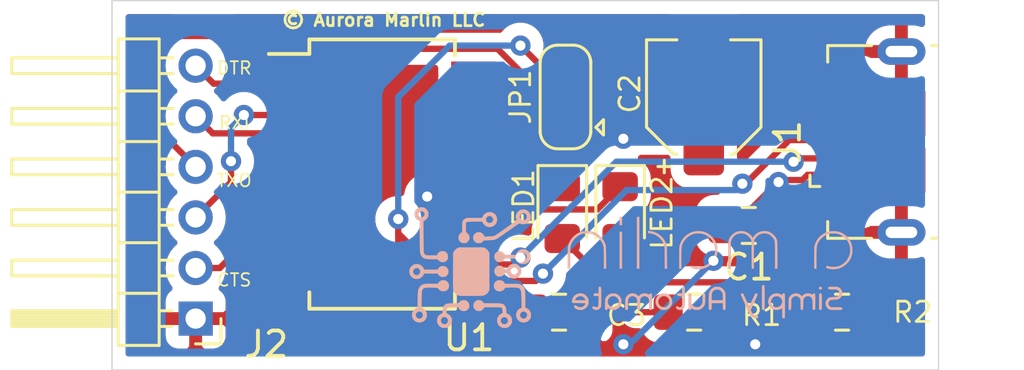
<source format=kicad_pcb>
(kicad_pcb (version 20171130) (host pcbnew "(5.1.2)-1")

  (general
    (thickness 1.6)
    (drawings 10)
    (tracks 125)
    (zones 0)
    (modules 12)
    (nets 15)
  )

  (page A4)
  (layers
    (0 F.Cu signal)
    (31 B.Cu signal)
    (32 B.Adhes user)
    (33 F.Adhes user)
    (34 B.Paste user)
    (35 F.Paste user)
    (36 B.SilkS user)
    (37 F.SilkS user)
    (38 B.Mask user)
    (39 F.Mask user)
    (40 Dwgs.User user)
    (41 Cmts.User user)
    (42 Eco1.User user)
    (43 Eco2.User user)
    (44 Edge.Cuts user)
    (45 Margin user)
    (46 B.CrtYd user)
    (47 F.CrtYd user)
    (48 B.Fab user)
    (49 F.Fab user)
  )

  (setup
    (last_trace_width 0.25)
    (trace_clearance 0.2)
    (zone_clearance 0.508)
    (zone_45_only no)
    (trace_min 0.2)
    (via_size 0.8)
    (via_drill 0.4)
    (via_min_size 0.4)
    (via_min_drill 0.3)
    (uvia_size 0.3)
    (uvia_drill 0.1)
    (uvias_allowed no)
    (uvia_min_size 0.2)
    (uvia_min_drill 0.1)
    (edge_width 0.05)
    (segment_width 0.2)
    (pcb_text_width 0.3)
    (pcb_text_size 1.5 1.5)
    (mod_edge_width 0.12)
    (mod_text_size 1 1)
    (mod_text_width 0.15)
    (pad_size 1.524 1.524)
    (pad_drill 0.762)
    (pad_to_mask_clearance 0.051)
    (solder_mask_min_width 0.25)
    (aux_axis_origin 0 0)
    (grid_origin 74.295 53.975)
    (visible_elements 7FFFFFFF)
    (pcbplotparams
      (layerselection 0x010fc_ffffffff)
      (usegerberextensions true)
      (usegerberattributes false)
      (usegerberadvancedattributes false)
      (creategerberjobfile true)
      (excludeedgelayer true)
      (linewidth 0.100000)
      (plotframeref false)
      (viasonmask false)
      (mode 1)
      (useauxorigin false)
      (hpglpennumber 1)
      (hpglpenspeed 20)
      (hpglpendiameter 15.000000)
      (psnegative false)
      (psa4output false)
      (plotreference true)
      (plotvalue true)
      (plotinvisibletext false)
      (padsonsilk false)
      (subtractmaskfromsilk false)
      (outputformat 1)
      (mirror false)
      (drillshape 0)
      (scaleselection 1)
      (outputdirectory "FAB/Position File/"))
  )

  (net 0 "")
  (net 1 +5V)
  (net 2 GND)
  (net 3 +3V3)
  (net 4 "Net-(J1-Pad2)")
  (net 5 "Net-(J1-Pad3)")
  (net 6 CTS)
  (net 7 /POWER)
  (net 8 TXO)
  (net 9 RXI)
  (net 10 DTR)
  (net 11 "Net-(LED1-Pad1)")
  (net 12 "Net-(LED1-Pad2)")
  (net 13 "Net-(LED2-Pad2)")
  (net 14 "Net-(LED2-Pad1)")

  (net_class Default "This is the default net class."
    (clearance 0.2)
    (trace_width 0.25)
    (via_dia 0.8)
    (via_drill 0.4)
    (uvia_dia 0.3)
    (uvia_drill 0.1)
    (add_net +3V3)
    (add_net +5V)
    (add_net /POWER)
    (add_net CTS)
    (add_net DTR)
    (add_net GND)
    (add_net "Net-(J1-Pad2)")
    (add_net "Net-(J1-Pad3)")
    (add_net "Net-(LED1-Pad1)")
    (add_net "Net-(LED1-Pad2)")
    (add_net "Net-(LED2-Pad1)")
    (add_net "Net-(LED2-Pad2)")
    (add_net RXI)
    (add_net TXO)
  )

  (module auroramarlin:a_marlin (layer B.Cu) (tedit 0) (tstamp 5D07B8A3)
    (at 84.1375 57.5945 180)
    (fp_text reference G*** (at 0 0) (layer B.SilkS) hide
      (effects (font (size 1.524 1.524) (thickness 0.3)) (justify mirror))
    )
    (fp_text value LOGO (at 0.75 0) (layer B.SilkS) hide
      (effects (font (size 1.524 1.524) (thickness 0.3)) (justify mirror))
    )
    (fp_poly (pts (xy 0.465667 1.6002) (xy 0.372534 1.6002) (xy 0.372534 1.921934) (xy 0.465667 1.921934)
      (xy 0.465667 1.6002)) (layer B.SilkS) (width 0.01))
    (fp_poly (pts (xy 5.634946 2.111671) (xy 5.663186 2.108448) (xy 5.68826 2.101266) (xy 5.717037 2.08864)
      (xy 5.725343 2.084593) (xy 5.782256 2.049305) (xy 5.827903 2.004166) (xy 5.864244 1.946924)
      (xy 5.883577 1.902757) (xy 5.892381 1.8796) (xy 6.199507 1.879518) (xy 6.506633 1.879435)
      (xy 6.553173 1.857773) (xy 6.589131 1.839515) (xy 6.614115 1.821769) (xy 6.633253 1.799811)
      (xy 6.651674 1.768919) (xy 6.653599 1.765301) (xy 6.660604 1.751628) (xy 6.666001 1.738876)
      (xy 6.670031 1.724638) (xy 6.672941 1.706504) (xy 6.674973 1.682065) (xy 6.676373 1.648915)
      (xy 6.677383 1.604644) (xy 6.678249 1.546844) (xy 6.678622 1.518455) (xy 6.681277 1.313942)
      (xy 6.705718 1.303818) (xy 6.74854 1.277371) (xy 6.784073 1.238232) (xy 6.810272 1.189808)
      (xy 6.82509 1.135509) (xy 6.827665 1.100641) (xy 6.819685 1.041008) (xy 6.797089 0.988458)
      (xy 6.761216 0.944897) (xy 6.713403 0.912228) (xy 6.687737 0.901373) (xy 6.642007 0.891354)
      (xy 6.591825 0.890117) (xy 6.544672 0.897478) (xy 6.522144 0.905395) (xy 6.479264 0.932488)
      (xy 6.44122 0.970542) (xy 6.412879 1.014214) (xy 6.404487 1.034578) (xy 6.394682 1.088812)
      (xy 6.399038 1.144624) (xy 6.416297 1.197984) (xy 6.4452 1.244861) (xy 6.480696 1.278587)
      (xy 6.503018 1.294883) (xy 6.520572 1.308213) (xy 6.525683 1.312359) (xy 6.529461 1.320475)
      (xy 6.532315 1.338509) (xy 6.53433 1.368011) (xy 6.535594 1.410529) (xy 6.536191 1.467613)
      (xy 6.536267 1.503819) (xy 6.536267 1.68617) (xy 6.512505 1.709932) (xy 6.488742 1.733694)
      (xy 6.324121 1.739503) (xy 6.260439 1.741308) (xy 6.190747 1.742546) (xy 6.121349 1.743152)
      (xy 6.058547 1.743059) (xy 6.024866 1.742606) (xy 5.890232 1.739901) (xy 5.865371 1.693334)
      (xy 5.824425 1.632542) (xy 5.77458 1.584783) (xy 5.717812 1.550601) (xy 5.656099 1.530539)
      (xy 5.591419 1.525141) (xy 5.525748 1.53495) (xy 5.461064 1.560509) (xy 5.435851 1.575302)
      (xy 5.382565 1.619292) (xy 5.342483 1.67294) (xy 5.316418 1.734364) (xy 5.305185 1.801677)
      (xy 5.307317 1.840007) (xy 5.458545 1.840007) (xy 5.45856 1.796327) (xy 5.472522 1.755144)
      (xy 5.499933 1.719443) (xy 5.540297 1.692203) (xy 5.540768 1.691982) (xy 5.579712 1.680693)
      (xy 5.621584 1.67966) (xy 5.659931 1.688543) (xy 5.679648 1.69928) (xy 5.715797 1.735018)
      (xy 5.738074 1.7766) (xy 5.746167 1.821078) (xy 5.739765 1.865502) (xy 5.718556 1.906925)
      (xy 5.703446 1.924457) (xy 5.663691 1.953641) (xy 5.620235 1.967124) (xy 5.57567 1.964926)
      (xy 5.532592 1.947067) (xy 5.502337 1.92293) (xy 5.472972 1.883202) (xy 5.458545 1.840007)
      (xy 5.307317 1.840007) (xy 5.308927 1.868947) (xy 5.323155 1.927705) (xy 5.346905 1.976805)
      (xy 5.383205 2.022232) (xy 5.39007 2.029249) (xy 5.439913 2.070522) (xy 5.493552 2.097078)
      (xy 5.554433 2.110305) (xy 5.596672 2.112421) (xy 5.634946 2.111671)) (layer B.SilkS) (width 0.01))
    (fp_poly (pts (xy 4.311213 2.21331) (xy 4.340134 2.210396) (xy 4.364238 2.204141) (xy 4.389566 2.193405)
      (xy 4.395255 2.190647) (xy 4.440743 2.161672) (xy 4.484052 2.122305) (xy 4.520078 2.077773)
      (xy 4.540004 2.042443) (xy 4.556875 1.985764) (xy 4.561618 1.923105) (xy 4.553983 1.860555)
      (xy 4.548329 1.839781) (xy 4.539676 1.811027) (xy 4.536396 1.79376) (xy 4.53829 1.783475)
      (xy 4.54516 1.775668) (xy 4.545495 1.775379) (xy 4.555508 1.767791) (xy 4.577768 1.751566)
      (xy 4.610687 1.727831) (xy 4.652677 1.697717) (xy 4.702151 1.662351) (xy 4.757522 1.622861)
      (xy 4.817202 1.580377) (xy 4.879605 1.536027) (xy 4.943143 1.490939) (xy 5.006228 1.446243)
      (xy 5.067274 1.403065) (xy 5.124692 1.362537) (xy 5.176897 1.325784) (xy 5.222299 1.293937)
      (xy 5.242094 1.280109) (xy 5.296511 1.242424) (xy 5.340265 1.21335) (xy 5.376484 1.191671)
      (xy 5.408295 1.176171) (xy 5.438825 1.165635) (xy 5.471201 1.158846) (xy 5.508552 1.154588)
      (xy 5.554003 1.151646) (xy 5.5753 1.150558) (xy 5.625136 1.14822) (xy 5.673783 1.14618)
      (xy 5.716463 1.144623) (xy 5.748399 1.143732) (xy 5.754981 1.143625) (xy 5.807663 1.143)
      (xy 5.825981 1.185583) (xy 5.848431 1.223557) (xy 5.880479 1.259877) (xy 5.917276 1.289966)
      (xy 5.953976 1.309246) (xy 5.958537 1.310735) (xy 6.017767 1.320569) (xy 6.076052 1.315472)
      (xy 6.129968 1.29618) (xy 6.175448 1.264041) (xy 6.214066 1.217107) (xy 6.23795 1.165207)
      (xy 6.24739 1.110906) (xy 6.242679 1.056767) (xy 6.224107 1.005354) (xy 6.191967 0.959229)
      (xy 6.146549 0.920956) (xy 6.135685 0.914347) (xy 6.109575 0.900742) (xy 6.086399 0.893148)
      (xy 6.05917 0.889949) (xy 6.028267 0.889474) (xy 5.988522 0.891132) (xy 5.958579 0.896579)
      (xy 5.931473 0.90722) (xy 5.925532 0.910225) (xy 5.895301 0.929994) (xy 5.866224 0.955239)
      (xy 5.857799 0.964368) (xy 5.8293 0.998075) (xy 5.659967 1.003435) (xy 5.604625 1.00551)
      (xy 5.551908 1.00808) (xy 5.505361 1.010927) (xy 5.468526 1.013834) (xy 5.444946 1.016582)
      (xy 5.44438 1.016677) (xy 5.424835 1.020377) (xy 5.405716 1.02506) (xy 5.385975 1.031378)
      (xy 5.364561 1.039983) (xy 5.340425 1.051527) (xy 5.312518 1.066665) (xy 5.279791 1.086046)
      (xy 5.241193 1.110325) (xy 5.195677 1.140154) (xy 5.142191 1.176185) (xy 5.079687 1.21907)
      (xy 5.007116 1.269462) (xy 4.923428 1.328014) (xy 4.827574 1.395378) (xy 4.769293 1.436417)
      (xy 4.428953 1.676179) (xy 4.388293 1.65789) (xy 4.340551 1.643488) (xy 4.284566 1.637563)
      (xy 4.226712 1.640044) (xy 4.173364 1.650858) (xy 4.147651 1.660612) (xy 4.086387 1.697576)
      (xy 4.037957 1.745305) (xy 4.003951 1.799474) (xy 3.991107 1.826975) (xy 3.98353 1.849162)
      (xy 3.980108 1.872127) (xy 3.979732 1.901961) (xy 3.980585 1.92768) (xy 3.982393 1.954826)
      (xy 4.124289 1.954826) (xy 4.125628 1.913963) (xy 4.134849 1.874667) (xy 4.148578 1.847664)
      (xy 4.18153 1.815909) (xy 4.222722 1.795411) (xy 4.267505 1.787627) (xy 4.311228 1.79401)
      (xy 4.315332 1.795472) (xy 4.354843 1.818635) (xy 4.385943 1.853012) (xy 4.405624 1.894357)
      (xy 4.411133 1.930817) (xy 4.403694 1.977318) (xy 4.383207 2.017583) (xy 4.352414 2.0494)
      (xy 4.314061 2.070554) (xy 4.270891 2.078834) (xy 4.233222 2.074304) (xy 4.196406 2.05801)
      (xy 4.16253 2.031964) (xy 4.137476 2.00107) (xy 4.131732 1.989663) (xy 4.124289 1.954826)
      (xy 3.982393 1.954826) (xy 3.983435 1.970458) (xy 3.988901 2.002828) (xy 3.998366 2.031268)
      (xy 4.006465 2.048991) (xy 4.043985 2.107159) (xy 4.093736 2.156309) (xy 4.147886 2.190758)
      (xy 4.17409 2.202463) (xy 4.197978 2.209482) (xy 4.225581 2.21295) (xy 4.262931 2.214003)
      (xy 4.271433 2.214024) (xy 4.311213 2.21331)) (layer B.SilkS) (width 0.01))
    (fp_poly (pts (xy 8.347828 2.300419) (xy 8.407606 2.282647) (xy 8.459178 2.251174) (xy 8.504443 2.205116)
      (xy 8.51028 2.197593) (xy 8.541597 2.142827) (xy 8.559671 2.08126) (xy 8.564001 2.017056)
      (xy 8.554085 1.95438) (xy 8.543214 1.923962) (xy 8.522191 1.888151) (xy 8.49163 1.851268)
      (xy 8.455978 1.817613) (xy 8.41968 1.791484) (xy 8.393235 1.778914) (xy 8.359088 1.767644)
      (xy 8.354357 1.148406) (xy 8.353444 1.030908) (xy 8.3526 0.929095) (xy 8.351782 0.841716)
      (xy 8.350951 0.767522) (xy 8.350065 0.705264) (xy 8.349083 0.653693) (xy 8.347963 0.61156)
      (xy 8.346666 0.577616) (xy 8.345148 0.55061) (xy 8.34337 0.529295) (xy 8.341291 0.51242)
      (xy 8.338868 0.498737) (xy 8.336062 0.486996) (xy 8.33283 0.475949) (xy 8.332149 0.473775)
      (xy 8.303572 0.40543) (xy 8.265268 0.350122) (xy 8.217757 0.308599) (xy 8.217695 0.308558)
      (xy 8.192067 0.293081) (xy 8.165595 0.280768) (xy 8.136002 0.271277) (xy 8.10101 0.264265)
      (xy 8.05834 0.259387) (xy 8.005715 0.256301) (xy 7.940856 0.254663) (xy 7.861485 0.25413)
      (xy 7.856574 0.254126) (xy 7.648648 0.254) (xy 7.623741 0.220768) (xy 7.584126 0.181316)
      (xy 7.535 0.153275) (xy 7.480283 0.137819) (xy 7.423899 0.136121) (xy 7.376489 0.146769)
      (xy 7.332393 0.170791) (xy 7.292464 0.207816) (xy 7.266901 0.243492) (xy 7.25421 0.267733)
      (xy 7.247154 0.290291) (xy 7.244252 0.31784) (xy 7.243919 0.347066) (xy 7.247467 0.399337)
      (xy 7.258568 0.441275) (xy 7.279207 0.478542) (xy 7.298523 0.502765) (xy 7.335598 0.537508)
      (xy 7.376151 0.55918) (xy 7.424535 0.569639) (xy 7.459133 0.571304) (xy 7.495391 0.570428)
      (xy 7.521464 0.566534) (xy 7.544034 0.558126) (xy 7.562227 0.548226) (xy 7.604942 0.516433)
      (xy 7.639394 0.477634) (xy 7.661686 0.436372) (xy 7.663913 0.429684) (xy 7.673481 0.397934)
      (xy 7.873224 0.398305) (xy 7.949466 0.398814) (xy 8.010788 0.400417) (xy 8.059198 0.403701)
      (xy 8.0967 0.409251) (xy 8.125302 0.417655) (xy 8.14701 0.429499) (xy 8.163829 0.445368)
      (xy 8.177767 0.46585) (xy 8.190613 0.491067) (xy 8.193989 0.498616) (xy 8.196916 0.506621)
      (xy 8.199431 0.516297) (xy 8.20157 0.528861) (xy 8.203372 0.545527) (xy 8.204874 0.567512)
      (xy 8.206114 0.596032) (xy 8.207129 0.632302) (xy 8.207956 0.677538) (xy 8.208634 0.732957)
      (xy 8.209199 0.799773) (xy 8.209689 0.879203) (xy 8.210142 0.972462) (xy 8.210595 1.080767)
      (xy 8.210859 1.147538) (xy 8.213285 1.765909) (xy 8.181796 1.777295) (xy 8.149736 1.794648)
      (xy 8.11462 1.822824) (xy 8.080954 1.857497) (xy 8.053241 1.894339) (xy 8.044646 1.909066)
      (xy 8.033777 1.931764) (xy 8.027085 1.953011) (xy 8.023598 1.978143) (xy 8.022343 2.012495)
      (xy 8.022313 2.018671) (xy 8.16403 2.018671) (xy 8.176179 1.976839) (xy 8.20026 1.943039)
      (xy 8.23304 1.918927) (xy 8.27129 1.906156) (xy 8.311775 1.906384) (xy 8.351265 1.921265)
      (xy 8.352608 1.922083) (xy 8.385852 1.949849) (xy 8.404835 1.984546) (xy 8.411172 2.029133)
      (xy 8.411174 2.02924) (xy 8.406536 2.069833) (xy 8.390276 2.101618) (xy 8.360323 2.127714)
      (xy 8.337044 2.14088) (xy 8.295417 2.155068) (xy 8.257553 2.153152) (xy 8.221357 2.134914)
      (xy 8.212612 2.128022) (xy 8.180708 2.092774) (xy 8.165065 2.053946) (xy 8.16403 2.018671)
      (xy 8.022313 2.018671) (xy 8.022248 2.032) (xy 8.022823 2.072099) (xy 8.025194 2.100607)
      (xy 8.030333 2.122847) (xy 8.03921 2.144143) (xy 8.044647 2.154767) (xy 8.083549 2.212266)
      (xy 8.131883 2.256935) (xy 8.187982 2.287695) (xy 8.250175 2.30347) (xy 8.277941 2.305371)
      (xy 8.347828 2.300419)) (layer B.SilkS) (width 0.01))
    (fp_poly (pts (xy 4.337965 0.638412) (xy 4.38184 0.62568) (xy 4.432329 0.598959) (xy 4.479832 0.559448)
      (xy 4.520378 0.511261) (xy 4.549997 0.458511) (xy 4.554683 0.446617) (xy 4.563114 0.423334)
      (xy 4.782887 0.423334) (xy 4.849479 0.423368) (xy 4.901107 0.423578) (xy 4.939741 0.42412)
      (xy 4.967352 0.425155) (xy 4.985908 0.42684) (xy 4.997379 0.429335) (xy 5.003736 0.432797)
      (xy 5.006947 0.437386) (xy 5.008425 0.4415) (xy 5.020672 0.463704) (xy 5.042736 0.490492)
      (xy 5.070137 0.517372) (xy 5.098396 0.539854) (xy 5.1181 0.551426) (xy 5.155502 0.562408)
      (xy 5.200141 0.566707) (xy 5.244326 0.564133) (xy 5.278304 0.55539) (xy 5.314664 0.533956)
      (xy 5.350781 0.502291) (xy 5.380707 0.466103) (xy 5.392772 0.445522) (xy 5.407203 0.398781)
      (xy 5.41038 0.345712) (xy 5.402395 0.292557) (xy 5.390022 0.258234) (xy 5.358187 0.208621)
      (xy 5.31672 0.171115) (xy 5.268184 0.146685) (xy 5.215142 0.136301) (xy 5.160158 0.140933)
      (xy 5.118039 0.155375) (xy 5.079733 0.179059) (xy 5.044165 0.211262) (xy 5.01705 0.246472)
      (xy 5.010251 0.259276) (xy 5.001082 0.2794) (xy 4.782042 0.2794) (xy 4.715212 0.279323)
      (xy 4.663369 0.279004) (xy 4.624568 0.278314) (xy 4.596863 0.277126) (xy 4.578308 0.275311)
      (xy 4.566959 0.272739) (xy 4.560869 0.269283) (xy 4.558093 0.264814) (xy 4.558014 0.264584)
      (xy 4.528214 0.199163) (xy 4.487024 0.144175) (xy 4.436067 0.101549) (xy 4.4069 0.085219)
      (xy 4.358792 0.069265) (xy 4.30257 0.061491) (xy 4.245125 0.062229) (xy 4.193347 0.071811)
      (xy 4.185072 0.074533) (xy 4.119221 0.106168) (xy 4.065618 0.149146) (xy 4.025028 0.202361)
      (xy 3.99822 0.264709) (xy 3.985958 0.335086) (xy 3.985541 0.351367) (xy 4.131733 0.351367)
      (xy 4.139307 0.302951) (xy 4.161738 0.262435) (xy 4.19859 0.23045) (xy 4.224927 0.216688)
      (xy 4.251034 0.206885) (xy 4.272483 0.204285) (xy 4.297737 0.208431) (xy 4.311387 0.21204)
      (xy 4.356497 0.232555) (xy 4.390809 0.264781) (xy 4.412459 0.306299) (xy 4.4196 0.35232)
      (xy 4.412353 0.399259) (xy 4.392482 0.438535) (xy 4.362795 0.4689) (xy 4.326102 0.489108)
      (xy 4.285208 0.497915) (xy 4.242922 0.494074) (xy 4.202053 0.476339) (xy 4.179661 0.458779)
      (xy 4.149875 0.423058) (xy 4.134756 0.384263) (xy 4.131733 0.351367) (xy 3.985541 0.351367)
      (xy 3.985256 0.362457) (xy 3.993815 0.428246) (xy 4.016559 0.487771) (xy 4.051471 0.539693)
      (xy 4.096534 0.582674) (xy 4.149731 0.615374) (xy 4.209047 0.636457) (xy 4.272463 0.644582)
      (xy 4.337965 0.638412)) (layer B.SilkS) (width 0.01))
    (fp_poly (pts (xy 1.866573 1.358609) (xy 1.971919 1.337349) (xy 2.069847 1.301289) (xy 2.161568 1.249914)
      (xy 2.248292 1.182711) (xy 2.299627 1.133341) (xy 2.369781 1.051884) (xy 2.425072 0.967191)
      (xy 2.467568 0.875712) (xy 2.491175 0.804458) (xy 2.495255 0.789421) (xy 2.498692 0.774364)
      (xy 2.501555 0.757699) (xy 2.503913 0.737837) (xy 2.505834 0.71319) (xy 2.507387 0.682171)
      (xy 2.508642 0.643191) (xy 2.509666 0.594662) (xy 2.510529 0.534995) (xy 2.5113 0.462604)
      (xy 2.512047 0.375899) (xy 2.512552 0.31115) (xy 2.515833 -0.118533) (xy 2.421467 -0.118533)
      (xy 2.42132 0.28575) (xy 2.421186 0.384824) (xy 2.420834 0.468472) (xy 2.420224 0.538199)
      (xy 2.419314 0.595511) (xy 2.418064 0.641914) (xy 2.416432 0.678914) (xy 2.414377 0.708017)
      (xy 2.411858 0.730729) (xy 2.408834 0.748556) (xy 2.408678 0.749301) (xy 2.384903 0.835642)
      (xy 2.350938 0.913594) (xy 2.304831 0.986641) (xy 2.244628 1.05827) (xy 2.223261 1.080269)
      (xy 2.180938 1.120108) (xy 2.138125 1.156027) (xy 2.099536 1.184161) (xy 2.087034 1.191963)
      (xy 1.995354 1.236365) (xy 1.898579 1.265947) (xy 1.798982 1.280617) (xy 1.698837 1.280282)
      (xy 1.60042 1.264849) (xy 1.506004 1.234224) (xy 1.468967 1.21725) (xy 1.37812 1.162966)
      (xy 1.297354 1.09687) (xy 1.227893 1.02062) (xy 1.170963 0.935875) (xy 1.127789 0.84429)
      (xy 1.099597 0.747526) (xy 1.09289 0.708471) (xy 1.090693 0.683594) (xy 1.088737 0.643411)
      (xy 1.087055 0.589549) (xy 1.08568 0.523635) (xy 1.084646 0.447295) (xy 1.083987 0.362156)
      (xy 1.083735 0.269843) (xy 1.083734 0.261855) (xy 1.083734 -0.118533) (xy 0.998228 -0.118533)
      (xy 1.001133 0.32385) (xy 1.001802 0.422048) (xy 1.002455 0.504848) (xy 1.003157 0.573789)
      (xy 1.003972 0.630405) (xy 1.004966 0.676235) (xy 1.006201 0.712814) (xy 1.007745 0.741678)
      (xy 1.00966 0.764365) (xy 1.012011 0.782411) (xy 1.014864 0.797351) (xy 1.018283 0.810724)
      (xy 1.02216 0.823518) (xy 1.064677 0.931254) (xy 1.121069 1.029327) (xy 1.191531 1.11805)
      (xy 1.225842 1.153058) (xy 1.311907 1.226403) (xy 1.401125 1.283545) (xy 1.49514 1.32515)
      (xy 1.5956 1.35188) (xy 1.70415 1.364401) (xy 1.7526 1.365581) (xy 1.866573 1.358609)) (layer B.SilkS) (width 0.01))
    (fp_poly (pts (xy 0.465667 -0.118533) (xy 0.372534 -0.118533) (xy 0.372534 1.337734) (xy 0.465667 1.337734)
      (xy 0.465667 -0.118533)) (layer B.SilkS) (width 0.01))
    (fp_poly (pts (xy -0.220133 -0.118533) (xy -0.313266 -0.118533) (xy -0.313266 1.921934) (xy -0.220133 1.921934)
      (xy -0.220133 -0.118533)) (layer B.SilkS) (width 0.01))
    (fp_poly (pts (xy -0.6604 1.330329) (xy -0.662133 1.304727) (xy -0.669546 1.289272) (xy -0.685957 1.281457)
      (xy -0.714684 1.278775) (xy -0.728895 1.278583) (xy -0.76835 1.274459) (xy -0.81722 1.263381)
      (xy -0.870282 1.246909) (xy -0.922317 1.226604) (xy -0.95568 1.210767) (xy -1.0446 1.155168)
      (xy -1.124275 1.086462) (xy -1.193061 1.006646) (xy -1.249313 0.917715) (xy -1.291387 0.821666)
      (xy -1.301036 0.791634) (xy -1.304456 0.77857) (xy -1.307349 0.763487) (xy -1.30977 0.744855)
      (xy -1.311776 0.721144) (xy -1.313424 0.690828) (xy -1.314769 0.652376) (xy -1.315868 0.604259)
      (xy -1.316778 0.54495) (xy -1.317556 0.472919) (xy -1.318256 0.386637) (xy -1.318769 0.31115)
      (xy -1.321527 -0.118533) (xy -1.406305 -0.118533) (xy -1.403415 0.32385) (xy -1.402756 0.421875)
      (xy -1.402121 0.504519) (xy -1.401442 0.573335) (xy -1.400651 0.629876) (xy -1.39968 0.675695)
      (xy -1.398461 0.712344) (xy -1.396928 0.741376) (xy -1.39501 0.764343) (xy -1.392641 0.7828)
      (xy -1.389753 0.798297) (xy -1.386278 0.812388) (xy -1.382148 0.826625) (xy -1.381304 0.829406)
      (xy -1.341666 0.932141) (xy -1.287802 1.025892) (xy -1.219087 1.111736) (xy -1.212356 1.118897)
      (xy -1.126679 1.198722) (xy -1.036254 1.262623) (xy -0.939732 1.311264) (xy -0.835764 1.34531)
      (xy -0.723004 1.365425) (xy -0.709083 1.366908) (xy -0.6604 1.371748) (xy -0.6604 1.330329)) (layer B.SilkS) (width 0.01))
    (fp_poly (pts (xy -4.286278 1.361013) (xy -4.230993 1.354422) (xy -4.211829 1.350282) (xy -4.176633 1.33928)
      (xy -4.13644 1.32375) (xy -4.106333 1.31011) (xy -4.063586 1.283918) (xy -4.017066 1.247215)
      (xy -3.970777 1.203942) (xy -3.928723 1.158042) (xy -3.894906 1.113458) (xy -3.878676 1.085937)
      (xy -3.868622 1.065626) (xy -3.85997 1.046787) (xy -3.852615 1.028024) (xy -3.84645 1.007944)
      (xy -3.84137 0.985152) (xy -3.83727 0.958253) (xy -3.834045 0.925853) (xy -3.831587 0.886556)
      (xy -3.829792 0.838969) (xy -3.828555 0.781696) (xy -3.827769 0.713344) (xy -3.827329 0.632516)
      (xy -3.827129 0.537819) (xy -3.827064 0.427858) (xy -3.827058 0.404284) (xy -3.826933 -0.118533)
      (xy -3.920066 -0.118533) (xy -3.920167 0.40005) (xy -3.920253 0.511211) (xy -3.920482 0.606695)
      (xy -3.920882 0.687758) (xy -3.921479 0.755658) (xy -3.922301 0.81165) (xy -3.923375 0.85699)
      (xy -3.924729 0.892936) (xy -3.926389 0.920743) (xy -3.928382 0.941667) (xy -3.930736 0.956966)
      (xy -3.932365 0.964088) (xy -3.961447 1.041935) (xy -4.004456 1.112376) (xy -4.059567 1.173192)
      (xy -4.124956 1.222166) (xy -4.160551 1.241337) (xy -4.235496 1.26776) (xy -4.314686 1.27865)
      (xy -4.395713 1.274045) (xy -4.476165 1.253983) (xy -4.520765 1.235683) (xy -4.566211 1.208321)
      (xy -4.613686 1.169822) (xy -4.658673 1.124669) (xy -4.696655 1.077342) (xy -4.72084 1.037167)
      (xy -4.745567 0.986367) (xy -4.750157 -0.118533) (xy -4.834107 -0.118533) (xy -4.836403 0.429871)
      (xy -4.8387 0.978274) (xy -4.867662 1.037354) (xy -4.895821 1.084113) (xy -4.933489 1.131685)
      (xy -4.976437 1.175617) (xy -5.020438 1.211459) (xy -5.050418 1.229767) (xy -5.131608 1.261972)
      (xy -5.214238 1.277417) (xy -5.297328 1.276102) (xy -5.379897 1.258028) (xy -5.4483 1.229811)
      (xy -5.481965 1.208113) (xy -5.520114 1.176156) (xy -5.558515 1.138198) (xy -5.592935 1.098498)
      (xy -5.619144 1.061315) (xy -5.623705 1.053308) (xy -5.633368 1.035047) (xy -5.641669 1.017968)
      (xy -5.64871 1.000679) (xy -5.654594 0.98179) (xy -5.659427 0.95991) (xy -5.663311 0.933647)
      (xy -5.66635 0.901611) (xy -5.668647 0.86241) (xy -5.670307 0.814653) (xy -5.671432 0.75695)
      (xy -5.672128 0.687909) (xy -5.672496 0.606139) (xy -5.672641 0.510249) (xy -5.672666 0.398848)
      (xy -5.672666 -0.118533) (xy -5.7658 -0.118533) (xy -5.7658 0.396379) (xy -5.765639 0.517706)
      (xy -5.765162 0.625708) (xy -5.764378 0.719852) (xy -5.763294 0.799603) (xy -5.761921 0.86443)
      (xy -5.760266 0.913798) (xy -5.758337 0.947173) (xy -5.756692 0.961529) (xy -5.736604 1.03396)
      (xy -5.702809 1.102229) (xy -5.654109 1.168438) (xy -5.614403 1.21086) (xy -5.556017 1.263296)
      (xy -5.499152 1.30256) (xy -5.439336 1.331315) (xy -5.380612 1.350066) (xy -5.333095 1.358402)
      (xy -5.276062 1.362316) (xy -5.216346 1.361803) (xy -5.160777 1.356855) (xy -5.126229 1.350307)
      (xy -5.044465 1.321656) (xy -4.967266 1.279427) (xy -4.898005 1.225971) (xy -4.840057 1.16364)
      (xy -4.821679 1.138077) (xy -4.790827 1.091596) (xy -4.759081 1.140713) (xy -4.711105 1.20096)
      (xy -4.650243 1.255289) (xy -4.580213 1.301113) (xy -4.504732 1.335841) (xy -4.458038 1.350361)
      (xy -4.407116 1.358985) (xy -4.347424 1.362535) (xy -4.286278 1.361013)) (layer B.SilkS) (width 0.01))
    (fp_poly (pts (xy -2.59985 1.361764) (xy -2.534471 1.356906) (xy -2.496295 1.351204) (xy -2.391265 1.322622)
      (xy -2.292168 1.27907) (xy -2.200475 1.221912) (xy -2.117654 1.152514) (xy -2.045177 1.07224)
      (xy -1.984514 0.982455) (xy -1.937134 0.884523) (xy -1.91175 0.808567) (xy -1.907571 0.792682)
      (xy -1.904053 0.777056) (xy -1.901126 0.760088) (xy -1.898721 0.740177) (xy -1.896767 0.71572)
      (xy -1.895195 0.685117) (xy -1.893935 0.646767) (xy -1.892917 0.599066) (xy -1.892071 0.540414)
      (xy -1.891328 0.469209) (xy -1.890618 0.38385) (xy -1.890076 0.31115) (xy -1.886954 -0.118533)
      (xy -1.972733 -0.118533) (xy -1.972797 0.277284) (xy -1.973008 0.370094) (xy -1.973591 0.45573)
      (xy -1.974514 0.53265) (xy -1.975748 0.599312) (xy -1.977262 0.654175) (xy -1.979024 0.695696)
      (xy -1.981006 0.722334) (xy -1.9817 0.72758) (xy -2.002939 0.818654) (xy -2.036459 0.901734)
      (xy -2.083672 0.979478) (xy -2.145989 1.054542) (xy -2.166665 1.075769) (xy -2.248697 1.147802)
      (xy -2.334056 1.203499) (xy -2.423927 1.243323) (xy -2.519498 1.267736) (xy -2.621954 1.277201)
      (xy -2.681122 1.27623) (xy -2.783863 1.26369) (xy -2.879326 1.236544) (xy -2.969449 1.194054)
      (xy -3.056164 1.135479) (xy -3.062745 1.130288) (xy -3.14086 1.057538) (xy -3.205705 0.97467)
      (xy -3.256503 0.882809) (xy -3.284953 0.808567) (xy -3.296445 0.759929) (xy -3.304565 0.700432)
      (xy -3.308987 0.635875) (xy -3.309387 0.572059) (xy -3.305439 0.514781) (xy -3.302567 0.494992)
      (xy -3.277604 0.399577) (xy -3.237395 0.307677) (xy -3.183574 0.221453) (xy -3.117776 0.143064)
      (xy -3.041633 0.07467) (xy -2.95678 0.018431) (xy -2.932334 0.005483) (xy -2.850862 -0.026875)
      (xy -2.760999 -0.047561) (xy -2.666855 -0.056322) (xy -2.57254 -0.052907) (xy -2.482165 -0.037064)
      (xy -2.440393 -0.024629) (xy -2.414017 -0.0169) (xy -2.394183 -0.013567) (xy -2.386442 -0.014722)
      (xy -2.379301 -0.026139) (xy -2.369487 -0.046568) (xy -2.366701 -0.05306) (xy -2.353386 -0.084953)
      (xy -2.376843 -0.094282) (xy -2.434197 -0.112524) (xy -2.502112 -0.126872) (xy -2.575218 -0.136761)
      (xy -2.648144 -0.141623) (xy -2.715522 -0.140891) (xy -2.765275 -0.135294) (xy -2.842644 -0.116351)
      (xy -2.923435 -0.08782) (xy -2.999646 -0.052612) (xy -3.014133 -0.044747) (xy -3.051227 -0.022185)
      (xy -3.086989 0.003886) (xy -3.125154 0.036477) (xy -3.16946 0.078601) (xy -3.179719 0.088766)
      (xy -3.218778 0.128427) (xy -3.248144 0.160474) (xy -3.270714 0.188615) (xy -3.289387 0.216556)
      (xy -3.307063 0.248004) (xy -3.312673 0.258811) (xy -3.340577 0.316432) (xy -3.361192 0.367834)
      (xy -3.375525 0.417528) (xy -3.384581 0.470026) (xy -3.389367 0.529839) (xy -3.390889 0.601477)
      (xy -3.3909 0.6096) (xy -3.390595 0.665028) (xy -3.389435 0.707442) (xy -3.387052 0.740755)
      (xy -3.383078 0.76888) (xy -3.377144 0.795729) (xy -3.371426 0.816555) (xy -3.333743 0.91788)
      (xy -3.282092 1.012448) (xy -3.218051 1.098793) (xy -3.143193 1.175454) (xy -3.059093 1.240965)
      (xy -2.967327 1.293865) (xy -2.869469 1.332688) (xy -2.796244 1.35108) (xy -2.737709 1.358848)
      (xy -2.66992 1.36241) (xy -2.59985 1.361764)) (layer B.SilkS) (width 0.01))
    (fp_poly (pts (xy -7.904622 1.359889) (xy -7.810787 1.348092) (xy -7.723789 1.324509) (xy -7.640209 1.288247)
      (xy -7.566741 1.245115) (xy -7.472997 1.174543) (xy -7.393555 1.094907) (xy -7.328412 1.006202)
      (xy -7.277564 0.908423) (xy -7.250285 0.833967) (xy -7.226724 0.757767) (xy -7.223973 0.319617)
      (xy -7.221221 -0.118533) (xy -7.306733 -0.118533) (xy -7.306733 0.288224) (xy -7.306802 0.391522)
      (xy -7.307125 0.479557) (xy -7.307879 0.553999) (xy -7.309239 0.616518) (xy -7.311382 0.668784)
      (xy -7.314484 0.712466) (xy -7.318719 0.749236) (xy -7.324265 0.780762) (xy -7.331298 0.808715)
      (xy -7.339993 0.834765) (xy -7.350526 0.860581) (xy -7.363073 0.887835) (xy -7.371818 0.905934)
      (xy -7.389768 0.941146) (xy -7.4069 0.969947) (xy -7.426336 0.996472) (xy -7.451196 1.024853)
      (xy -7.4846 1.059224) (xy -7.496463 1.071034) (xy -7.575444 1.141753) (xy -7.654531 1.196643)
      (xy -7.735968 1.236675) (xy -7.821997 1.262816) (xy -7.914861 1.276038) (xy -7.9756 1.278173)
      (xy -8.075864 1.27197) (xy -8.167916 1.252774) (xy -8.253818 1.219704) (xy -8.335634 1.171877)
      (xy -8.415426 1.108414) (xy -8.450467 1.075267) (xy -8.486572 1.038613) (xy -8.513332 1.008676)
      (xy -8.534106 0.980977) (xy -8.552253 0.951037) (xy -8.571121 0.914401) (xy -8.598514 0.854943)
      (xy -8.61777 0.802819) (xy -8.630172 0.752408) (xy -8.637001 0.69809) (xy -8.639537 0.634246)
      (xy -8.639653 0.613834) (xy -8.639011 0.561038) (xy -8.63667 0.519875) (xy -8.63206 0.48508)
      (xy -8.624611 0.451391) (xy -8.620423 0.436034) (xy -8.585522 0.342488) (xy -8.536257 0.253599)
      (xy -8.474676 0.171821) (xy -8.40283 0.099609) (xy -8.322769 0.039419) (xy -8.259925 0.004294)
      (xy -8.20012 -0.021253) (xy -8.141812 -0.038681) (xy -8.07978 -0.049055) (xy -8.008801 -0.053442)
      (xy -7.9756 -0.053757) (xy -7.924196 -0.052871) (xy -7.881651 -0.049838) (xy -7.842211 -0.043689)
      (xy -7.800121 -0.033455) (xy -7.749627 -0.018165) (xy -7.7337 -0.01301) (xy -7.721727 -0.011915)
      (xy -7.712554 -0.020355) (xy -7.702661 -0.04167) (xy -7.702172 -0.04291) (xy -7.69464 -0.065848)
      (xy -7.691936 -0.082224) (xy -7.692618 -0.085721) (xy -7.703509 -0.092418) (xy -7.727087 -0.101276)
      (xy -7.759425 -0.111173) (xy -7.7966 -0.120985) (xy -7.834687 -0.129588) (xy -7.865533 -0.135219)
      (xy -7.947185 -0.142407) (xy -8.034765 -0.140372) (xy -8.113581 -0.130482) (xy -8.21749 -0.103147)
      (xy -8.316834 -0.059675) (xy -8.411014 -0.000391) (xy -8.499431 0.07438) (xy -8.509607 0.084359)
      (xy -8.580012 0.16243) (xy -8.635064 0.242014) (xy -8.676294 0.325967) (xy -8.70523 0.417144)
      (xy -8.716267 0.470306) (xy -8.728118 0.584843) (xy -8.72381 0.696663) (xy -8.703958 0.804494)
      (xy -8.669181 0.907067) (xy -8.620096 1.003111) (xy -8.557319 1.091358) (xy -8.481468 1.170536)
      (xy -8.39316 1.239377) (xy -8.321801 1.282046) (xy -8.260473 1.311792) (xy -8.202358 1.33329)
      (xy -8.142305 1.347835) (xy -8.075163 1.356723) (xy -8.008708 1.360796) (xy -7.904622 1.359889)) (layer B.SilkS) (width 0.01))
    (fp_poly (pts (xy 4.637739 0.073703) (xy 4.667007 0.069409) (xy 4.672727 0.068368) (xy 4.742298 0.047631)
      (xy 4.802566 0.013241) (xy 4.852328 -0.033877) (xy 4.890381 -0.092799) (xy 4.894932 -0.102439)
      (xy 4.913685 -0.143933) (xy 4.958571 -0.143933) (xy 4.985042 -0.143228) (xy 5.000526 -0.138975)
      (xy 5.010965 -0.127965) (xy 5.020519 -0.110486) (xy 5.048426 -0.072248) (xy 5.08775 -0.04015)
      (xy 5.133949 -0.016497) (xy 5.182476 -0.003592) (xy 5.228789 -0.003738) (xy 5.230512 -0.004044)
      (xy 5.28642 -0.022677) (xy 5.335944 -0.05529) (xy 5.375782 -0.099214) (xy 5.397934 -0.139431)
      (xy 5.407196 -0.176216) (xy 5.409808 -0.22112) (xy 5.405949 -0.266765) (xy 5.395796 -0.305774)
      (xy 5.393805 -0.310456) (xy 5.372334 -0.345555) (xy 5.34217 -0.37955) (xy 5.308349 -0.407552)
      (xy 5.276328 -0.42453) (xy 5.21871 -0.435772) (xy 5.161858 -0.431335) (xy 5.108708 -0.412217)
      (xy 5.0622 -0.379414) (xy 5.0296 -0.340783) (xy 5.013083 -0.316567) (xy 5.000418 -0.303274)
      (xy 4.986232 -0.297628) (xy 4.965149 -0.296353) (xy 4.956667 -0.296333) (xy 4.912967 -0.296333)
      (xy 4.898508 -0.334195) (xy 4.86994 -0.38681) (xy 4.828827 -0.432312) (xy 4.778337 -0.469025)
      (xy 4.72164 -0.49527) (xy 4.661905 -0.509371) (xy 4.602299 -0.509649) (xy 4.576233 -0.504785)
      (xy 4.515208 -0.483475) (xy 4.464369 -0.451912) (xy 4.425452 -0.414878) (xy 4.38547 -0.359118)
      (xy 4.361155 -0.297658) (xy 4.35275 -0.234875) (xy 4.483246 -0.234875) (xy 4.486987 -0.252712)
      (xy 4.503093 -0.287659) (xy 4.529575 -0.320347) (xy 4.561365 -0.345356) (xy 4.582638 -0.354977)
      (xy 4.62655 -0.360115) (xy 4.672637 -0.351595) (xy 4.710248 -0.333502) (xy 4.739865 -0.305571)
      (xy 4.762334 -0.268356) (xy 4.773984 -0.228545) (xy 4.774828 -0.2159) (xy 4.768687 -0.181362)
      (xy 4.752792 -0.144551) (xy 4.730942 -0.113291) (xy 4.720084 -0.103047) (xy 4.67846 -0.079385)
      (xy 4.635341 -0.070357) (xy 4.59319 -0.074381) (xy 4.554473 -0.089873) (xy 4.521656 -0.115251)
      (xy 4.497202 -0.148932) (xy 4.483577 -0.189335) (xy 4.483246 -0.234875) (xy 4.35275 -0.234875)
      (xy 4.351976 -0.229096) (xy 4.351867 -0.220133) (xy 4.357208 -0.156913) (xy 4.37438 -0.102036)
      (xy 4.405108 -0.051445) (xy 4.440667 -0.011275) (xy 4.469467 0.01616) (xy 4.49343 0.034437)
      (xy 4.518635 0.047341) (xy 4.551165 0.058655) (xy 4.5549 0.059797) (xy 4.588876 0.06942)
      (xy 4.614092 0.073881) (xy 4.637739 0.073703)) (layer B.SilkS) (width 0.01))
    (fp_poly (pts (xy 8.5154 0.054055) (xy 8.545461 0.05029) (xy 8.571974 0.042496) (xy 8.594683 0.032723)
      (xy 8.656002 -0.004286) (xy 8.704465 -0.052059) (xy 8.738252 -0.105874) (xy 8.752628 -0.13796)
      (xy 8.760749 -0.165935) (xy 8.764367 -0.197601) (xy 8.765154 -0.225613) (xy 8.761711 -0.288739)
      (xy 8.748868 -0.341363) (xy 8.725015 -0.388017) (xy 8.693214 -0.4282) (xy 8.650064 -0.469682)
      (xy 8.606959 -0.49757) (xy 8.558993 -0.514107) (xy 8.50126 -0.521537) (xy 8.487834 -0.522137)
      (xy 8.433039 -0.521805) (xy 8.393351 -0.516667) (xy 8.381066 -0.512972) (xy 8.321862 -0.482662)
      (xy 8.270027 -0.441257) (xy 8.228952 -0.39192) (xy 8.20672 -0.350345) (xy 8.1915 -0.31333)
      (xy 7.920167 -0.313298) (xy 7.648833 -0.313266) (xy 7.6196 -0.357612) (xy 7.580949 -0.401706)
      (xy 7.532709 -0.432178) (xy 7.47625 -0.448313) (xy 7.440635 -0.450822) (xy 7.386555 -0.445955)
      (xy 7.341196 -0.430046) (xy 7.298927 -0.401041) (xy 7.295036 -0.397677) (xy 7.260298 -0.360636)
      (xy 7.238663 -0.320197) (xy 7.228274 -0.271993) (xy 7.226664 -0.237066) (xy 7.227209 -0.228143)
      (xy 8.333046 -0.228143) (xy 8.338751 -0.272329) (xy 8.339435 -0.274465) (xy 8.361978 -0.319079)
      (xy 8.394904 -0.352632) (xy 8.435349 -0.373749) (xy 8.48045 -0.381056) (xy 8.527346 -0.373176)
      (xy 8.537184 -0.369451) (xy 8.570826 -0.347415) (xy 8.599645 -0.313716) (xy 8.619225 -0.273616)
      (xy 8.620181 -0.270551) (xy 8.624868 -0.227706) (xy 8.615032 -0.186066) (xy 8.592992 -0.148606)
      (xy 8.561067 -0.118297) (xy 8.521574 -0.098115) (xy 8.480203 -0.091039) (xy 8.434599 -0.097835)
      (xy 8.394905 -0.117777) (xy 8.363298 -0.148033) (xy 8.341953 -0.185766) (xy 8.333046 -0.228143)
      (xy 7.227209 -0.228143) (xy 7.229665 -0.18797) (xy 7.240262 -0.148898) (xy 7.260775 -0.113785)
      (xy 7.284398 -0.086041) (xy 7.329155 -0.049959) (xy 7.381335 -0.026957) (xy 7.437275 -0.017829)
      (xy 7.493311 -0.02337) (xy 7.524986 -0.033864) (xy 7.563238 -0.056088) (xy 7.599527 -0.087109)
      (xy 7.628226 -0.121666) (xy 7.638681 -0.140154) (xy 7.648118 -0.160866) (xy 8.184942 -0.160866)
      (xy 8.211587 -0.106744) (xy 8.249022 -0.048136) (xy 8.29822 -0.00128) (xy 8.355584 0.032723)
      (xy 8.383985 0.044559) (xy 8.410696 0.051389) (xy 8.442376 0.054455) (xy 8.475134 0.055034)
      (xy 8.5154 0.054055)) (layer B.SilkS) (width 0.01))
    (fp_poly (pts (xy -7.438551 -0.843224) (xy -7.422345 -0.853683) (xy -7.410798 -0.87692) (xy -7.409629 -0.904413)
      (xy -7.418698 -0.928469) (xy -7.423817 -0.934254) (xy -7.447761 -0.946097) (xy -7.475788 -0.946715)
      (xy -7.500322 -0.936352) (xy -7.505446 -0.931613) (xy -7.519033 -0.906133) (xy -7.518591 -0.879672)
      (xy -7.506128 -0.856686) (xy -7.483651 -0.841632) (xy -7.463366 -0.838199) (xy -7.438551 -0.843224)) (layer B.SilkS) (width 0.01))
    (fp_poly (pts (xy 6.867683 0.687918) (xy 6.929445 0.648306) (xy 6.980128 0.596238) (xy 7.017509 0.534883)
      (xy 7.040033 0.486834) (xy 7.042336 -0.225669) (xy 7.042736 -0.35201) (xy 7.043052 -0.462555)
      (xy 7.043262 -0.55844) (xy 7.043341 -0.640801) (xy 7.043269 -0.710776) (xy 7.043022 -0.769501)
      (xy 7.042577 -0.818112) (xy 7.041913 -0.857747) (xy 7.041006 -0.889542) (xy 7.039834 -0.914633)
      (xy 7.038374 -0.934157) (xy 7.036604 -0.949251) (xy 7.034501 -0.961052) (xy 7.032043 -0.970696)
      (xy 7.029206 -0.979319) (xy 7.027244 -0.984662) (xy 6.993981 -1.050832) (xy 6.948229 -1.105703)
      (xy 6.890684 -1.148602) (xy 6.82884 -1.176606) (xy 6.817043 -1.180424) (xy 6.804892 -1.183626)
      (xy 6.790869 -1.186262) (xy 6.773458 -1.188383) (xy 6.751142 -1.190038) (xy 6.722403 -1.191277)
      (xy 6.685725 -1.19215) (xy 6.63959 -1.192709) (xy 6.582482 -1.193001) (xy 6.512883 -1.193078)
      (xy 6.429277 -1.19299) (xy 6.337773 -1.192804) (xy 6.25157 -1.192483) (xy 6.169408 -1.191935)
      (xy 6.093055 -1.19119) (xy 6.024276 -1.190274) (xy 5.964837 -1.189217) (xy 5.916507 -1.188047)
      (xy 5.881049 -1.186792) (xy 5.860232 -1.18548) (xy 5.85712 -1.185082) (xy 5.795478 -1.166489)
      (xy 5.737632 -1.133374) (xy 5.686667 -1.088134) (xy 5.645665 -1.033165) (xy 5.63409 -1.011766)
      (xy 5.609167 -0.960966) (xy 5.609167 0.486834) (xy 5.631692 0.534883) (xy 5.670204 0.597693)
      (xy 5.721184 0.649465) (xy 5.781518 0.687918) (xy 5.837411 0.715434) (xy 6.81179 0.715434)
      (xy 6.867683 0.687918)) (layer B.SilkS) (width 0.01))
    (fp_poly (pts (xy 2.052431 -1.102787) (xy 2.118613 -1.116227) (xy 2.161198 -1.132899) (xy 2.220811 -1.170811)
      (xy 2.270777 -1.219906) (xy 2.30917 -1.277439) (xy 2.334064 -1.340667) (xy 2.342826 -1.391588)
      (xy 2.344691 -1.414645) (xy 2.345344 -1.433157) (xy 2.343148 -1.447638) (xy 2.336463 -1.458605)
      (xy 2.323654 -1.466572) (xy 2.303082 -1.472056) (xy 2.273109 -1.475572) (xy 2.232098 -1.477635)
      (xy 2.178412 -1.478762) (xy 2.110412 -1.479468) (xy 2.062325 -1.479901) (xy 1.985963 -1.480777)
      (xy 1.925108 -1.481843) (xy 1.878331 -1.48317) (xy 1.844207 -1.484832) (xy 1.821307 -1.4869)
      (xy 1.808206 -1.489447) (xy 1.803476 -1.492546) (xy 1.8034 -1.49306) (xy 1.808847 -1.510206)
      (xy 1.822974 -1.534649) (xy 1.842456 -1.561739) (xy 1.863971 -1.586827) (xy 1.882926 -1.604315)
      (xy 1.935989 -1.635287) (xy 1.991673 -1.649684) (xy 2.049136 -1.647506) (xy 2.10754 -1.628754)
      (xy 2.150944 -1.604156) (xy 2.189287 -1.582914) (xy 2.220481 -1.575001) (xy 2.243447 -1.580237)
      (xy 2.257104 -1.598446) (xy 2.2606 -1.622182) (xy 2.252426 -1.649332) (xy 2.22881 -1.677295)
      (xy 2.191115 -1.704782) (xy 2.15092 -1.725941) (xy 2.10269 -1.741676) (xy 2.045894 -1.750219)
      (xy 1.987126 -1.75126) (xy 1.932976 -1.744483) (xy 1.908037 -1.737485) (xy 1.849128 -1.708198)
      (xy 1.794931 -1.665581) (xy 1.748957 -1.613196) (xy 1.714719 -1.554606) (xy 1.705867 -1.532466)
      (xy 1.697201 -1.494135) (xy 1.693125 -1.446339) (xy 1.693636 -1.395894) (xy 1.697607 -1.359856)
      (xy 1.8034 -1.359856) (xy 1.805943 -1.363533) (xy 1.814744 -1.366383) (xy 1.831563 -1.368504)
      (xy 1.85816 -1.369989) (xy 1.896294 -1.370937) (xy 1.947727 -1.371441) (xy 2.014217 -1.371599)
      (xy 2.234781 -1.371599) (xy 2.225965 -1.348411) (xy 2.19699 -1.294747) (xy 2.155917 -1.251945)
      (xy 2.104784 -1.221757) (xy 2.063666 -1.208977) (xy 2.002455 -1.203923) (xy 1.945475 -1.215199)
      (xy 1.898882 -1.238733) (xy 1.87437 -1.258664) (xy 1.849286 -1.284758) (xy 1.826918 -1.312846)
      (xy 1.810551 -1.338761) (xy 1.803471 -1.358335) (xy 1.8034 -1.359856) (xy 1.697607 -1.359856)
      (xy 1.698736 -1.349616) (xy 1.705897 -1.320799) (xy 1.734076 -1.262505) (xy 1.774628 -1.208776)
      (xy 1.824133 -1.162944) (xy 1.879172 -1.128339) (xy 1.919898 -1.112363) (xy 1.984116 -1.101322)
      (xy 2.052431 -1.102787)) (layer B.SilkS) (width 0.01))
    (fp_poly (pts (xy 1.243893 -0.838199) (xy 1.2627 -0.840015) (xy 1.276363 -0.84696) (xy 1.285672 -0.861286)
      (xy 1.291416 -0.885242) (xy 1.294386 -0.921079) (xy 1.295371 -0.971046) (xy 1.2954 -0.984916)
      (xy 1.2954 -1.100666) (xy 1.379462 -1.100666) (xy 1.425292 -1.101737) (xy 1.456775 -1.105702)
      (xy 1.476401 -1.113689) (xy 1.486665 -1.126827) (xy 1.49006 -1.146244) (xy 1.490134 -1.150759)
      (xy 1.487218 -1.172076) (xy 1.476915 -1.186825) (xy 1.456896 -1.196066) (xy 1.424828 -1.20086)
      (xy 1.378379 -1.202265) (xy 1.376849 -1.202266) (xy 1.29453 -1.202266) (xy 1.297082 -1.401057)
      (xy 1.299634 -1.599847) (xy 1.321255 -1.621453) (xy 1.353467 -1.643177) (xy 1.389795 -1.648669)
      (xy 1.429291 -1.637855) (xy 1.442553 -1.630875) (xy 1.475546 -1.614371) (xy 1.499864 -1.609694)
      (xy 1.518696 -1.616587) (xy 1.526921 -1.62415) (xy 1.539638 -1.648243) (xy 1.537742 -1.673521)
      (xy 1.523275 -1.698116) (xy 1.498279 -1.720159) (xy 1.464797 -1.737783) (xy 1.424871 -1.749119)
      (xy 1.386689 -1.752414) (xy 1.351607 -1.748991) (xy 1.317745 -1.740519) (xy 1.3081 -1.736692)
      (xy 1.260334 -1.705753) (xy 1.223103 -1.662734) (xy 1.209708 -1.6383) (xy 1.205951 -1.629062)
      (xy 1.202849 -1.618167) (xy 1.200337 -1.603999) (xy 1.198353 -1.584943) (xy 1.196834 -1.559383)
      (xy 1.195718 -1.525704) (xy 1.194941 -1.482291) (xy 1.19444 -1.427529) (xy 1.194153 -1.359801)
      (xy 1.194016 -1.277493) (xy 1.193986 -1.234621) (xy 1.193946 -1.142479) (xy 1.194047 -1.065843)
      (xy 1.194469 -1.003285) (xy 1.195392 -0.953377) (xy 1.196994 -0.914692) (xy 1.199457 -0.885801)
      (xy 1.202959 -0.865277) (xy 1.207681 -0.851693) (xy 1.213801 -0.843621) (xy 1.221501 -0.839633)
      (xy 1.230959 -0.838301) (xy 1.242356 -0.838197) (xy 1.243893 -0.838199)) (layer B.SilkS) (width 0.01))
    (fp_poly (pts (xy 0.761549 -1.105344) (xy 0.791536 -1.107252) (xy 0.814659 -1.111486) (xy 0.835945 -1.118907)
      (xy 0.856223 -1.128303) (xy 0.909099 -1.161795) (xy 0.958076 -1.206684) (xy 0.997983 -1.25782)
      (xy 1.013125 -1.284538) (xy 1.020791 -1.300487) (xy 1.026654 -1.314757) (xy 1.030989 -1.329891)
      (xy 1.034074 -1.34843) (xy 1.036184 -1.372916) (xy 1.037596 -1.40589) (xy 1.038584 -1.449895)
      (xy 1.039426 -1.507471) (xy 1.039711 -1.529317) (xy 1.040442 -1.596512) (xy 1.040395 -1.648677)
      (xy 1.039153 -1.687712) (xy 1.036296 -1.715516) (xy 1.031405 -1.73399) (xy 1.024062 -1.745033)
      (xy 1.013847 -1.750544) (xy 1.000343 -1.752424) (xy 0.990475 -1.7526) (xy 0.965319 -1.745022)
      (xy 0.947562 -1.724519) (xy 0.939911 -1.694433) (xy 0.9398 -1.689973) (xy 0.9398 -1.664981)
      (xy 0.92075 -1.682757) (xy 0.902672 -1.696353) (xy 0.876018 -1.71278) (xy 0.855134 -1.72406)
      (xy 0.828972 -1.735934) (xy 0.80385 -1.743448) (xy 0.774001 -1.747797) (xy 0.733655 -1.750177)
      (xy 0.728134 -1.750376) (xy 0.687157 -1.751155) (xy 0.657346 -1.749618) (xy 0.633003 -1.744999)
      (xy 0.608431 -1.736531) (xy 0.600223 -1.733151) (xy 0.531551 -1.696214) (xy 0.475667 -1.648414)
      (xy 0.431776 -1.588999) (xy 0.416011 -1.558882) (xy 0.405346 -1.53395) (xy 0.398697 -1.510916)
      (xy 0.395158 -1.484402) (xy 0.393824 -1.44903) (xy 0.393701 -1.426633) (xy 0.495946 -1.426633)
      (xy 0.497324 -1.463317) (xy 0.50273 -1.491283) (xy 0.514073 -1.51861) (xy 0.520591 -1.530972)
      (xy 0.555884 -1.58007) (xy 0.600698 -1.617665) (xy 0.645949 -1.639246) (xy 0.683051 -1.646456)
      (xy 0.726559 -1.64769) (xy 0.769459 -1.643308) (xy 0.804733 -1.633671) (xy 0.810952 -1.630789)
      (xy 0.862199 -1.595935) (xy 0.900508 -1.552689) (xy 0.925871 -1.503491) (xy 0.938282 -1.45078)
      (xy 0.937733 -1.396995) (xy 0.924215 -1.344576) (xy 0.897721 -1.295963) (xy 0.858243 -1.253594)
      (xy 0.812231 -1.223138) (xy 0.771753 -1.20948) (xy 0.72329 -1.204203) (xy 0.673895 -1.2079)
      (xy 0.661497 -1.21047) (xy 0.60923 -1.23138) (xy 0.562973 -1.266356) (xy 0.526085 -1.312738)
      (xy 0.520847 -1.321822) (xy 0.506517 -1.351286) (xy 0.498925 -1.377994) (xy 0.496143 -1.410061)
      (xy 0.495946 -1.426633) (xy 0.393701 -1.426633) (xy 0.3937 -1.426455) (xy 0.394132 -1.386047)
      (xy 0.396147 -1.35704) (xy 0.400823 -1.333908) (xy 0.40924 -1.311125) (xy 0.421143 -1.285866)
      (xy 0.459759 -1.225543) (xy 0.510838 -1.173487) (xy 0.570584 -1.133423) (xy 0.582354 -1.127591)
      (xy 0.606768 -1.117047) (xy 0.629009 -1.110354) (xy 0.6542 -1.106667) (xy 0.687461 -1.105138)
      (xy 0.719667 -1.104899) (xy 0.761549 -1.105344)) (layer B.SilkS) (width 0.01))
    (fp_poly (pts (xy 0.031501 -1.110809) (xy 0.083231 -1.129595) (xy 0.130031 -1.161142) (xy 0.167096 -1.197196)
      (xy 0.188382 -1.221485) (xy 0.2051 -1.244004) (xy 0.217845 -1.267255) (xy 0.227214 -1.29374)
      (xy 0.233802 -1.325961) (xy 0.238205 -1.366419) (xy 0.241019 -1.417617) (xy 0.242841 -1.482056)
      (xy 0.243531 -1.518071) (xy 0.244534 -1.587233) (xy 0.244544 -1.641316) (xy 0.243147 -1.682163)
      (xy 0.239929 -1.711616) (xy 0.234474 -1.73152) (xy 0.226367 -1.743718) (xy 0.215196 -1.750054)
      (xy 0.200544 -1.75237) (xy 0.190785 -1.7526) (xy 0.174153 -1.751746) (xy 0.161228 -1.747927)
      (xy 0.151546 -1.739256) (xy 0.144641 -1.723844) (xy 0.140049 -1.699806) (xy 0.137303 -1.665252)
      (xy 0.13594 -1.618297) (xy 0.135493 -1.557053) (xy 0.135467 -1.528143) (xy 0.135379 -1.466779)
      (xy 0.134973 -1.419815) (xy 0.134034 -1.384718) (xy 0.132347 -1.358954) (xy 0.129696 -1.33999)
      (xy 0.125867 -1.325294) (xy 0.120645 -1.312331) (xy 0.116417 -1.303665) (xy 0.085938 -1.260023)
      (xy 0.046871 -1.228889) (xy 0.00204 -1.210264) (xy -0.045732 -1.204146) (xy -0.09362 -1.210536)
      (xy -0.1388 -1.229431) (xy -0.178448 -1.260832) (xy -0.209219 -1.303747) (xy -0.215551 -1.316494)
      (xy -0.220331 -1.329254) (xy -0.223776 -1.34454) (xy -0.226104 -1.364866) (xy -0.227533 -1.392744)
      (xy -0.22828 -1.430687) (xy -0.228562 -1.481209) (xy -0.2286 -1.527681) (xy -0.228812 -1.595714)
      (xy -0.229763 -1.648645) (xy -0.231926 -1.688304) (xy -0.235775 -1.716519) (xy -0.241783 -1.73512)
      (xy -0.250422 -1.745936) (xy -0.262168 -1.750796) (xy -0.277491 -1.751531) (xy -0.28636 -1.750946)
      (xy -0.30207 -1.748698) (xy -0.314267 -1.743621) (xy -0.323395 -1.733783) (xy -0.329896 -1.717253)
      (xy -0.334215 -1.692099) (xy -0.336795 -1.65639) (xy -0.338079 -1.608192) (xy -0.338512 -1.545575)
      (xy -0.338542 -1.523677) (xy -0.338677 -1.463091) (xy -0.339137 -1.416861) (xy -0.340147 -1.38241)
      (xy -0.341932 -1.35716) (xy -0.344717 -1.338536) (xy -0.348725 -1.323959) (xy -0.354182 -1.310854)
      (xy -0.357716 -1.303665) (xy -0.388195 -1.260023) (xy -0.427262 -1.228889) (xy -0.472094 -1.210264)
      (xy -0.519865 -1.204146) (xy -0.567753 -1.210536) (xy -0.612933 -1.229431) (xy -0.652581 -1.260832)
      (xy -0.683353 -1.303747) (xy -0.689684 -1.316494) (xy -0.694464 -1.329254) (xy -0.697909 -1.34454)
      (xy -0.700237 -1.364866) (xy -0.701666 -1.392744) (xy -0.702413 -1.430687) (xy -0.702695 -1.481209)
      (xy -0.702733 -1.527681) (xy -0.702947 -1.595259) (xy -0.703894 -1.64779) (xy -0.706029 -1.687159)
      (xy -0.70981 -1.715248) (xy -0.715692 -1.733943) (xy -0.724131 -1.745127) (xy -0.735585 -1.750684)
      (xy -0.75051 -1.752499) (xy -0.75721 -1.7526) (xy -0.78084 -1.748454) (xy -0.796946 -1.73861)
      (xy -0.80023 -1.731476) (xy -0.802934 -1.717708) (xy -0.805129 -1.695775) (xy -0.806886 -1.664141)
      (xy -0.808273 -1.621274) (xy -0.80936 -1.56564) (xy -0.810218 -1.495706) (xy -0.81073 -1.435927)
      (xy -0.811304 -1.352437) (xy -0.811484 -1.284317) (xy -0.811019 -1.230003) (xy -0.809656 -1.187931)
      (xy -0.807146 -1.156539) (xy -0.803237 -1.134262) (xy -0.797677 -1.119538) (xy -0.790215 -1.110803)
      (xy -0.7806 -1.106494) (xy -0.76858 -1.105047) (xy -0.757516 -1.104899) (xy -0.73424 -1.106826)
      (xy -0.720699 -1.115212) (xy -0.71148 -1.130607) (xy -0.699061 -1.156315) (xy -0.652214 -1.130607)
      (xy -0.629122 -1.118663) (xy -0.609204 -1.11112) (xy -0.587346 -1.106978) (xy -0.558434 -1.105238)
      (xy -0.5207 -1.104899) (xy -0.480431 -1.105327) (xy -0.452077 -1.107237) (xy -0.430629 -1.111575)
      (xy -0.411079 -1.119283) (xy -0.392446 -1.129059) (xy -0.361015 -1.149306) (xy -0.330008 -1.173681)
      (xy -0.317016 -1.185828) (xy -0.285174 -1.218438) (xy -0.239925 -1.177083) (xy -0.188531 -1.137734)
      (xy -0.135284 -1.11344) (xy -0.076164 -1.102777) (xy -0.029633 -1.102633) (xy 0.031501 -1.110809)) (layer B.SilkS) (width 0.01))
    (fp_poly (pts (xy -1.245593 -1.105281) (xy -1.216092 -1.107033) (xy -1.193075 -1.111172) (xy -1.171322 -1.118685)
      (xy -1.145611 -1.130561) (xy -1.141979 -1.132342) (xy -1.081609 -1.170964) (xy -1.029532 -1.222056)
      (xy -0.989459 -1.281842) (xy -0.983658 -1.293553) (xy -0.972819 -1.318798) (xy -0.966063 -1.341872)
      (xy -0.962465 -1.368198) (xy -0.9611 -1.403196) (xy -0.960967 -1.426633) (xy -0.961535 -1.468286)
      (xy -0.963856 -1.498446) (xy -0.968854 -1.522536) (xy -0.977453 -1.545975) (xy -0.983658 -1.559712)
      (xy -1.021053 -1.620612) (xy -1.071131 -1.673585) (xy -1.130149 -1.714818) (xy -1.141888 -1.720923)
      (xy -1.17235 -1.734854) (xy -1.198666 -1.743405) (xy -1.227443 -1.748059) (xy -1.265284 -1.750298)
      (xy -1.27401 -1.750571) (xy -1.319189 -1.750664) (xy -1.353823 -1.747417) (xy -1.384104 -1.740091)
      (xy -1.396058 -1.735972) (xy -1.453638 -1.706973) (xy -1.506412 -1.66568) (xy -1.551014 -1.615614)
      (xy -1.584074 -1.560292) (xy -1.596958 -1.526075) (xy -1.606878 -1.471878) (xy -1.607431 -1.448274)
      (xy -1.505544 -1.448274) (xy -1.493704 -1.498384) (xy -1.471078 -1.544547) (xy -1.439088 -1.584811)
      (xy -1.399159 -1.617219) (xy -1.352715 -1.639817) (xy -1.30118 -1.650651) (xy -1.245979 -1.647766)
      (xy -1.211033 -1.638405) (xy -1.158114 -1.610939) (xy -1.113766 -1.569559) (xy -1.087592 -1.530972)
      (xy -1.073297 -1.501916) (xy -1.065703 -1.475564) (xy -1.062895 -1.443884) (xy -1.062681 -1.426633)
      (xy -1.064022 -1.390196) (xy -1.069324 -1.362538) (xy -1.080503 -1.335628) (xy -1.087592 -1.322293)
      (xy -1.12359 -1.272736) (xy -1.16797 -1.236241) (xy -1.218198 -1.213) (xy -1.271738 -1.203206)
      (xy -1.326055 -1.207052) (xy -1.378617 -1.22473) (xy -1.426887 -1.256433) (xy -1.462094 -1.29382)
      (xy -1.491162 -1.344038) (xy -1.505171 -1.396174) (xy -1.505544 -1.448274) (xy -1.607431 -1.448274)
      (xy -1.608283 -1.412007) (xy -1.601598 -1.352761) (xy -1.587249 -1.300441) (xy -1.580667 -1.285281)
      (xy -1.548056 -1.23399) (xy -1.503638 -1.185794) (xy -1.45243 -1.145699) (xy -1.424838 -1.129742)
      (xy -1.401001 -1.118411) (xy -1.380216 -1.111166) (xy -1.357467 -1.107104) (xy -1.327742 -1.105325)
      (xy -1.286801 -1.104927) (xy -1.245593 -1.105281)) (layer B.SilkS) (width 0.01))
    (fp_poly (pts (xy -2.058107 -0.838199) (xy -2.0393 -0.840015) (xy -2.025637 -0.84696) (xy -2.016328 -0.861286)
      (xy -2.010584 -0.885242) (xy -2.007614 -0.921079) (xy -2.006629 -0.971046) (xy -2.0066 -0.984916)
      (xy -2.0066 -1.100666) (xy -1.922538 -1.100666) (xy -1.876708 -1.101737) (xy -1.845225 -1.105702)
      (xy -1.825599 -1.113689) (xy -1.815335 -1.126827) (xy -1.81194 -1.146244) (xy -1.811867 -1.150759)
      (xy -1.814803 -1.172117) (xy -1.825168 -1.186884) (xy -1.845289 -1.196122) (xy -1.877498 -1.200895)
      (xy -1.924124 -1.202266) (xy -2.0066 -1.202266) (xy -2.0066 -1.388953) (xy -2.006356 -1.456733)
      (xy -2.005324 -1.509728) (xy -2.003056 -1.550085) (xy -1.999104 -1.579949) (xy -1.993019 -1.601468)
      (xy -1.984354 -1.616785) (xy -1.972659 -1.628048) (xy -1.957487 -1.637402) (xy -1.954346 -1.639051)
      (xy -1.918482 -1.648621) (xy -1.880702 -1.643396) (xy -1.848693 -1.62611) (xy -1.820203 -1.611129)
      (xy -1.793953 -1.611507) (xy -1.775079 -1.62415) (xy -1.762362 -1.648243) (xy -1.764258 -1.673521)
      (xy -1.778725 -1.698116) (xy -1.803721 -1.720159) (xy -1.837203 -1.737783) (xy -1.877129 -1.749119)
      (xy -1.915311 -1.752414) (xy -1.951405 -1.74882) (xy -1.985722 -1.739872) (xy -1.9939 -1.736514)
      (xy -2.02206 -1.719682) (xy -2.049424 -1.697647) (xy -2.054854 -1.69225) (xy -2.06715 -1.679102)
      (xy -2.077394 -1.666796) (xy -2.085774 -1.653719) (xy -2.092478 -1.638259) (xy -2.097691 -1.618804)
      (xy -2.101603 -1.593743) (xy -2.104399 -1.561462) (xy -2.106266 -1.52035) (xy -2.107393 -1.468794)
      (xy -2.107966 -1.405182) (xy -2.108173 -1.327903) (xy -2.1082 -1.235343) (xy -2.1082 -1.232776)
      (xy -2.108193 -1.140869) (xy -2.108051 -1.064464) (xy -2.107592 -1.00213) (xy -2.106634 -0.952436)
      (xy -2.104997 -0.913951) (xy -2.102498 -0.885243) (xy -2.098955 -0.864883) (xy -2.094187 -0.851439)
      (xy -2.088012 -0.843479) (xy -2.080248 -0.839573) (xy -2.070715 -0.83829) (xy -2.059229 -0.838198)
      (xy -2.058107 -0.838199)) (layer B.SilkS) (width 0.01))
    (fp_poly (pts (xy -2.276281 -1.110323) (xy -2.272801 -1.112684) (xy -2.268472 -1.116516) (xy -2.264978 -1.122161)
      (xy -2.262228 -1.131323) (xy -2.260135 -1.145701) (xy -2.258609 -1.166999) (xy -2.257561 -1.196917)
      (xy -2.256901 -1.237157) (xy -2.256542 -1.289421) (xy -2.256394 -1.35541) (xy -2.256367 -1.426633)
      (xy -2.256403 -1.50619) (xy -2.256571 -1.570516) (xy -2.25696 -1.621312) (xy -2.25766 -1.660279)
      (xy -2.258758 -1.68912) (xy -2.260345 -1.709536) (xy -2.262509 -1.723229) (xy -2.26534 -1.7319)
      (xy -2.268926 -1.73725) (xy -2.272801 -1.740582) (xy -2.300187 -1.751951) (xy -2.326857 -1.749023)
      (xy -2.348508 -1.73396) (xy -2.360837 -1.708924) (xy -2.3622 -1.695682) (xy -2.36298 -1.682493)
      (xy -2.367372 -1.678032) (xy -2.378448 -1.682735) (xy -2.399285 -1.697037) (xy -2.405992 -1.701883)
      (xy -2.436709 -1.720261) (xy -2.471845 -1.735992) (xy -2.483655 -1.739983) (xy -2.526268 -1.748256)
      (xy -2.576694 -1.751529) (xy -2.627605 -1.74979) (xy -2.671673 -1.743026) (xy -2.681511 -1.740316)
      (xy -2.746176 -1.711549) (xy -2.804285 -1.668829) (xy -2.85292 -1.614741) (xy -2.885775 -1.559349)
      (xy -2.893097 -1.543165) (xy -2.898675 -1.528228) (xy -2.902789 -1.511919) (xy -2.905718 -1.491619)
      (xy -2.907742 -1.464707) (xy -2.909142 -1.428567) (xy -2.910198 -1.380578) (xy -2.911129 -1.322253)
      (xy -2.911945 -1.260252) (xy -2.912209 -1.212945) (xy -2.911791 -1.1781) (xy -2.910563 -1.153484)
      (xy -2.908395 -1.136863) (xy -2.905157 -1.126005) (xy -2.900721 -1.118675) (xy -2.899233 -1.116936)
      (xy -2.87741 -1.103607) (xy -2.851498 -1.102031) (xy -2.828824 -1.112354) (xy -2.825655 -1.115483)
      (xy -2.821035 -1.123223) (xy -2.817456 -1.136305) (xy -2.814735 -1.156901) (xy -2.812691 -1.187179)
      (xy -2.811142 -1.229313) (xy -2.809907 -1.285472) (xy -2.809526 -1.308099) (xy -2.8067 -1.4859)
      (xy -2.7813 -1.531794) (xy -2.745787 -1.58049) (xy -2.702059 -1.616194) (xy -2.652638 -1.639008)
      (xy -2.600045 -1.649034) (xy -2.546802 -1.646375) (xy -2.495431 -1.631133) (xy -2.448455 -1.60341)
      (xy -2.408394 -1.563307) (xy -2.379798 -1.515533) (xy -2.373834 -1.500847) (xy -2.36941 -1.485096)
      (xy -2.366297 -1.465548) (xy -2.364266 -1.439472) (xy -2.363088 -1.404136) (xy -2.362534 -1.356809)
      (xy -2.362386 -1.307867) (xy -2.362107 -1.247711) (xy -2.361314 -1.202189) (xy -2.359841 -1.169006)
      (xy -2.357527 -1.145866) (xy -2.35421 -1.130474) (xy -2.349725 -1.120534) (xy -2.34902 -1.119483)
      (xy -2.329172 -1.104424) (xy -2.302865 -1.101187) (xy -2.276281 -1.110323)) (layer B.SilkS) (width 0.01))
    (fp_poly (pts (xy -3.344469 -0.842915) (xy -3.313933 -0.844931) (xy -3.290066 -0.849329) (xy -3.26774 -0.856962)
      (xy -3.248929 -0.865318) (xy -3.189323 -0.902203) (xy -3.138144 -0.951692) (xy -3.09787 -1.010599)
      (xy -3.070979 -1.075736) (xy -3.064595 -1.102449) (xy -3.062636 -1.121195) (xy -3.060847 -1.154508)
      (xy -3.059286 -1.200023) (xy -3.058013 -1.255372) (xy -3.057085 -1.31819) (xy -3.056562 -1.38611)
      (xy -3.056466 -1.430138) (xy -3.056525 -1.512876) (xy -3.056885 -1.580233) (xy -3.057828 -1.633762)
      (xy -3.059632 -1.675015) (xy -3.062577 -1.705544) (xy -3.066943 -1.726903) (xy -3.073009 -1.740644)
      (xy -3.081055 -1.748319) (xy -3.091359 -1.751481) (xy -3.104203 -1.751683) (xy -3.114226 -1.750946)
      (xy -3.132941 -1.74754) (xy -3.146632 -1.739404) (xy -3.156058 -1.724254) (xy -3.161976 -1.699808)
      (xy -3.165146 -1.663782) (xy -3.166326 -1.613893) (xy -3.166408 -1.59385) (xy -3.166533 -1.481666)
      (xy -3.615266 -1.481666) (xy -3.615266 -1.603828) (xy -3.61573 -1.657523) (xy -3.617647 -1.696584)
      (xy -3.621804 -1.7233) (xy -3.628987 -1.739956) (xy -3.639985 -1.74884) (xy -3.655585 -1.752239)
      (xy -3.666476 -1.7526) (xy -3.691896 -1.745401) (xy -3.704364 -1.732319) (xy -3.707851 -1.72524)
      (xy -3.710639 -1.714653) (xy -3.712783 -1.698884) (xy -3.714337 -1.676258) (xy -3.715355 -1.645103)
      (xy -3.715892 -1.603742) (xy -3.716002 -1.550504) (xy -3.715738 -1.483714) (xy -3.715157 -1.401698)
      (xy -3.715143 -1.400002) (xy -3.714902 -1.371599) (xy -3.617325 -1.371599) (xy -3.166533 -1.371599)
      (xy -3.166533 -1.240094) (xy -3.166991 -1.182231) (xy -3.168899 -1.138062) (xy -3.173063 -1.104359)
      (xy -3.180286 -1.077895) (xy -3.191372 -1.055443) (xy -3.207125 -1.033775) (xy -3.222283 -1.016321)
      (xy -3.260569 -0.980302) (xy -3.300174 -0.957813) (xy -3.346187 -0.946624) (xy -3.386666 -0.944311)
      (xy -3.43754 -0.947371) (xy -3.478318 -0.958561) (xy -3.514788 -0.980133) (xy -3.543853 -1.005506)
      (xy -3.566918 -1.030306) (xy -3.584156 -1.055724) (xy -3.59648 -1.084863) (xy -3.604806 -1.120829)
      (xy -3.610048 -1.166726) (xy -3.613119 -1.225658) (xy -3.613646 -1.242483) (xy -3.617325 -1.371599)
      (xy -3.714902 -1.371599) (xy -3.714454 -1.318808) (xy -3.71375 -1.252681) (xy -3.712919 -1.199758)
      (xy -3.711849 -1.158174) (xy -3.710429 -1.126062) (xy -3.708546 -1.10156) (xy -3.706089 -1.082801)
      (xy -3.702946 -1.06792) (xy -3.699006 -1.055054) (xy -3.694156 -1.042336) (xy -3.693625 -1.041019)
      (xy -3.662985 -0.985198) (xy -3.619587 -0.933643) (xy -3.567604 -0.890777) (xy -3.532484 -0.870301)
      (xy -3.505606 -0.857647) (xy -3.483516 -0.849537) (xy -3.460973 -0.844968) (xy -3.432732 -0.842935)
      (xy -3.39355 -0.842437) (xy -3.386798 -0.842433) (xy -3.344469 -0.842915)) (layer B.SilkS) (width 0.01))
    (fp_poly (pts (xy -5.191739 -0.772991) (xy -5.170212 -0.78595) (xy -5.167152 -0.790549) (xy -5.164568 -0.797928)
      (xy -5.16242 -0.809437) (xy -5.16067 -0.826425) (xy -5.159277 -0.850243) (xy -5.158203 -0.882241)
      (xy -5.157406 -0.923769) (xy -5.156848 -0.976177) (xy -5.156488 -1.040815) (xy -5.156288 -1.119032)
      (xy -5.156208 -1.21218) (xy -5.1562 -1.263004) (xy -5.156225 -1.363322) (xy -5.156329 -1.448068)
      (xy -5.156556 -1.518602) (xy -5.156951 -1.576284) (xy -5.157558 -1.622477) (xy -5.158421 -1.658539)
      (xy -5.159585 -1.685832) (xy -5.161094 -1.705717) (xy -5.162992 -1.719555) (xy -5.165324 -1.728705)
      (xy -5.168133 -1.734529) (xy -5.171465 -1.738388) (xy -5.171683 -1.738587) (xy -5.195784 -1.750758)
      (xy -5.222261 -1.750075) (xy -5.243788 -1.737116) (xy -5.246848 -1.732517) (xy -5.249432 -1.725138)
      (xy -5.251579 -1.713629) (xy -5.25333 -1.696641) (xy -5.254722 -1.672822) (xy -5.255797 -1.640824)
      (xy -5.256594 -1.599296) (xy -5.257152 -1.546889) (xy -5.257511 -1.482251) (xy -5.257711 -1.404033)
      (xy -5.257792 -1.310886) (xy -5.2578 -1.260062) (xy -5.257775 -1.159743) (xy -5.257671 -1.074998)
      (xy -5.257444 -1.004464) (xy -5.257049 -0.946781) (xy -5.256442 -0.900589) (xy -5.255578 -0.864527)
      (xy -5.254414 -0.837233) (xy -5.252905 -0.817348) (xy -5.251007 -0.803511) (xy -5.248676 -0.794361)
      (xy -5.245866 -0.788536) (xy -5.242535 -0.784678) (xy -5.242316 -0.784478) (xy -5.218215 -0.772308)
      (xy -5.191739 -0.772991)) (layer B.SilkS) (width 0.01))
    (fp_poly (pts (xy -7.201955 -1.102326) (xy -7.17935 -1.109431) (xy -7.164217 -1.128336) (xy -7.162987 -1.130808)
      (xy -7.150474 -1.156716) (xy -7.100193 -1.130808) (xy -7.074687 -1.118458) (xy -7.052914 -1.110801)
      (xy -7.029307 -1.106746) (xy -6.998295 -1.105199) (xy -6.968772 -1.105025) (xy -6.928477 -1.105655)
      (xy -6.899782 -1.108045) (xy -6.877372 -1.113166) (xy -6.855931 -1.12199) (xy -6.844628 -1.127719)
      (xy -6.812668 -1.147647) (xy -6.780835 -1.17235) (xy -6.768545 -1.183765) (xy -6.735467 -1.217243)
      (xy -6.690872 -1.176486) (xy -6.639523 -1.137317) (xy -6.586055 -1.113194) (xy -6.526567 -1.102743)
      (xy -6.481233 -1.102716) (xy -6.410505 -1.114237) (xy -6.348095 -1.140246) (xy -6.294961 -1.180104)
      (xy -6.252061 -1.233173) (xy -6.233 -1.268134) (xy -6.225766 -1.284062) (xy -6.220222 -1.298692)
      (xy -6.216103 -1.314563) (xy -6.213147 -1.334215) (xy -6.21109 -1.360187) (xy -6.209667 -1.395018)
      (xy -6.208617 -1.441248) (xy -6.207674 -1.501416) (xy -6.207496 -1.513854) (xy -6.206721 -1.578194)
      (xy -6.206528 -1.6278) (xy -6.207024 -1.664865) (xy -6.208319 -1.691581) (xy -6.21052 -1.710142)
      (xy -6.213737 -1.722739) (xy -6.218077 -1.731566) (xy -6.218275 -1.731871) (xy -6.238378 -1.749344)
      (xy -6.254945 -1.75247) (xy -6.269723 -1.752088) (xy -6.281163 -1.749827) (xy -6.289753 -1.743737)
      (xy -6.295978 -1.731868) (xy -6.300325 -1.712269) (xy -6.303279 -1.68299) (xy -6.305329 -1.64208)
      (xy -6.306959 -1.587589) (xy -6.308139 -1.539142) (xy -6.309767 -1.475481) (xy -6.311385 -1.426335)
      (xy -6.313235 -1.389285) (xy -6.315556 -1.361914) (xy -6.318588 -1.341804) (xy -6.322569 -1.326539)
      (xy -6.32774 -1.3137) (xy -6.331177 -1.306802) (xy -6.364092 -1.261068) (xy -6.407635 -1.22736)
      (xy -6.459064 -1.207345) (xy -6.502998 -1.202313) (xy -6.540197 -1.208884) (xy -6.580614 -1.226524)
      (xy -6.618456 -1.251966) (xy -6.647931 -1.281941) (xy -6.650514 -1.28552) (xy -6.675966 -1.322207)
      (xy -6.6802 -1.523433) (xy -6.681795 -1.591709) (xy -6.683635 -1.644918) (xy -6.686124 -1.684929)
      (xy -6.689668 -1.713607) (xy -6.694673 -1.732819) (xy -6.701543 -1.744433) (xy -6.710683 -1.750314)
      (xy -6.7225 -1.75233) (xy -6.72992 -1.75247) (xy -6.744444 -1.752067) (xy -6.755687 -1.749747)
      (xy -6.764129 -1.74356) (xy -6.770246 -1.731556) (xy -6.774515 -1.711783) (xy -6.777414 -1.682291)
      (xy -6.779419 -1.641129) (xy -6.78101 -1.586347) (xy -6.782125 -1.539143) (xy -6.783999 -1.469051)
      (xy -6.786389 -1.413541) (xy -6.789863 -1.370259) (xy -6.794992 -1.336854) (xy -6.802345 -1.310974)
      (xy -6.812492 -1.290266) (xy -6.826003 -1.272378) (xy -6.843447 -1.254957) (xy -6.853036 -1.246376)
      (xy -6.896457 -1.218526) (xy -6.944224 -1.205092) (xy -6.993342 -1.205232) (xy -7.040814 -1.218104)
      (xy -7.083645 -1.242864) (xy -7.11884 -1.278671) (xy -7.143403 -1.324681) (xy -7.144697 -1.328413)
      (xy -7.148233 -1.348169) (xy -7.151035 -1.383162) (xy -7.153027 -1.431712) (xy -7.15413 -1.492133)
      (xy -7.154333 -1.536079) (xy -7.154525 -1.597845) (xy -7.155201 -1.644915) (xy -7.15651 -1.679523)
      (xy -7.158601 -1.703901) (xy -7.161621 -1.720285) (xy -7.165722 -1.730907) (xy -7.167513 -1.733782)
      (xy -7.187071 -1.748624) (xy -7.212521 -1.752294) (xy -7.236582 -1.744256) (xy -7.242628 -1.739295)
      (xy -7.246195 -1.733985) (xy -7.249073 -1.724813) (xy -7.251335 -1.71011) (xy -7.253052 -1.688211)
      (xy -7.254294 -1.65745) (xy -7.255131 -1.616158) (xy -7.255636 -1.562671) (xy -7.25588 -1.49532)
      (xy -7.255933 -1.426633) (xy -7.255901 -1.343342) (xy -7.255634 -1.275442) (xy -7.254875 -1.221392)
      (xy -7.253367 -1.179648) (xy -7.250854 -1.148668) (xy -7.24708 -1.126911) (xy -7.241786 -1.112834)
      (xy -7.234717 -1.104896) (xy -7.225617 -1.101553) (xy -7.214227 -1.101264) (xy -7.201955 -1.102326)) (layer B.SilkS) (width 0.01))
    (fp_poly (pts (xy -7.432481 -1.110323) (xy -7.429001 -1.112684) (xy -7.424672 -1.116516) (xy -7.421178 -1.122161)
      (xy -7.418428 -1.131323) (xy -7.416335 -1.145701) (xy -7.414809 -1.166999) (xy -7.413761 -1.196917)
      (xy -7.413101 -1.237157) (xy -7.412742 -1.289421) (xy -7.412594 -1.35541) (xy -7.412566 -1.426633)
      (xy -7.412603 -1.50619) (xy -7.412771 -1.570516) (xy -7.41316 -1.621312) (xy -7.41386 -1.660279)
      (xy -7.414958 -1.68912) (xy -7.416545 -1.709536) (xy -7.418709 -1.723229) (xy -7.42154 -1.7319)
      (xy -7.425126 -1.73725) (xy -7.429001 -1.740582) (xy -7.455118 -1.75154) (xy -7.481845 -1.750046)
      (xy -7.503001 -1.736652) (xy -7.50522 -1.733782) (xy -7.508833 -1.726645) (xy -7.511736 -1.715487)
      (xy -7.514003 -1.698585) (xy -7.515707 -1.674214) (xy -7.516923 -1.640653) (xy -7.517724 -1.596176)
      (xy -7.518185 -1.539062) (xy -7.518379 -1.467585) (xy -7.5184 -1.426633) (xy -7.518309 -1.34746)
      (xy -7.517989 -1.283497) (xy -7.517364 -1.233019) (xy -7.516361 -1.194304) (xy -7.514906 -1.165628)
      (xy -7.512926 -1.145267) (xy -7.510345 -1.131499) (xy -7.50709 -1.1226) (xy -7.50522 -1.119483)
      (xy -7.485372 -1.104424) (xy -7.459065 -1.101187) (xy -7.432481 -1.110323)) (layer B.SilkS) (width 0.01))
    (fp_poly (pts (xy -7.908404 -0.838319) (xy -7.865863 -0.838661) (xy -7.835492 -0.839556) (xy -7.814907 -0.841251)
      (xy -7.801727 -0.843995) (xy -7.79357 -0.848035) (xy -7.788055 -0.85362) (xy -7.78558 -0.857017)
      (xy -7.77356 -0.883929) (xy -7.777978 -0.908135) (xy -7.789333 -0.922866) (xy -7.796586 -0.928968)
      (xy -7.806031 -0.933408) (xy -7.820261 -0.936451) (xy -7.841867 -0.938363) (xy -7.87344 -0.939407)
      (xy -7.917572 -0.939848) (xy -7.95655 -0.939939) (xy -8.011064 -0.940125) (xy -8.051536 -0.940768)
      (xy -8.080855 -0.942169) (xy -8.101913 -0.944631) (xy -8.117599 -0.948454) (xy -8.130804 -0.95394)
      (xy -8.140449 -0.959118) (xy -8.178963 -0.989459) (xy -8.20477 -1.027585) (xy -8.217817 -1.07035)
      (xy -8.21805 -1.114612) (xy -8.205418 -1.157228) (xy -8.179865 -1.195053) (xy -8.144904 -1.222918)
      (xy -8.131015 -1.229803) (xy -8.114371 -1.234877) (xy -8.09189 -1.238556) (xy -8.060489 -1.241255)
      (xy -8.017084 -1.243389) (xy -7.984067 -1.244569) (xy -7.921552 -1.247502) (xy -7.872744 -1.252402)
      (xy -7.834438 -1.260369) (xy -7.803428 -1.272503) (xy -7.776509 -1.289903) (xy -7.750477 -1.313672)
      (xy -7.735266 -1.32998) (xy -7.698228 -1.382134) (xy -7.677014 -1.439391) (xy -7.6708 -1.4986)
      (xy -7.677961 -1.561889) (xy -7.700076 -1.618318) (xy -7.736243 -1.668305) (xy -7.756733 -1.690659)
      (xy -7.775033 -1.708408) (xy -7.79339 -1.722107) (xy -7.814053 -1.732316) (xy -7.839272 -1.739591)
      (xy -7.871295 -1.744491) (xy -7.912372 -1.747572) (xy -7.96475 -1.749392) (xy -8.030678 -1.750508)
      (xy -8.069748 -1.75098) (xy -8.138277 -1.751676) (xy -8.191851 -1.751924) (xy -8.232445 -1.751631)
      (xy -8.262035 -1.750705) (xy -8.282596 -1.749054) (xy -8.296101 -1.746585) (xy -8.304527 -1.743206)
      (xy -8.308931 -1.739792) (xy -8.320621 -1.717547) (xy -8.320973 -1.690954) (xy -8.310167 -1.667972)
      (xy -8.30725 -1.665012) (xy -8.30041 -1.660486) (xy -8.289755 -1.657029) (xy -8.273157 -1.6545)
      (xy -8.248485 -1.652756) (xy -8.213609 -1.651657) (xy -8.166399 -1.651061) (xy -8.104725 -1.650827)
      (xy -8.093466 -1.650814) (xy -8.028916 -1.650619) (xy -7.978909 -1.650063) (xy -7.941055 -1.648983)
      (xy -7.912965 -1.647215) (xy -7.892249 -1.644598) (xy -7.876518 -1.640968) (xy -7.863383 -1.636161)
      (xy -7.860634 -1.634944) (xy -7.821053 -1.6088) (xy -7.793534 -1.573878) (xy -7.778093 -1.533301)
      (xy -7.774749 -1.490193) (xy -7.783517 -1.447676) (xy -7.804414 -1.408875) (xy -7.837456 -1.376912)
      (xy -7.859181 -1.364159) (xy -7.877619 -1.356364) (xy -7.89731 -1.351165) (xy -7.922191 -1.348068)
      (xy -7.956201 -1.346578) (xy -8.002136 -1.346199) (xy -8.065666 -1.344822) (xy -8.115806 -1.340104)
      (xy -8.15592 -1.33117) (xy -8.189372 -1.317145) (xy -8.219525 -1.29715) (xy -8.23273 -1.286135)
      (xy -8.273292 -1.244942) (xy -8.299957 -1.203074) (xy -8.315187 -1.155472) (xy -8.321104 -1.104427)
      (xy -8.322328 -1.066819) (xy -8.320638 -1.039613) (xy -8.315068 -1.016392) (xy -8.304653 -0.990739)
      (xy -8.303685 -0.988615) (xy -8.269086 -0.932455) (xy -8.22243 -0.886889) (xy -8.175432 -0.858479)
      (xy -8.159641 -0.851545) (xy -8.144433 -0.846414) (xy -8.126981 -0.842814) (xy -8.104459 -0.840474)
      (xy -8.074044 -0.839121) (xy -8.032907 -0.838484) (xy -7.978226 -0.838291) (xy -7.965497 -0.838282)
      (xy -7.908404 -0.838319)) (layer B.SilkS) (width 0.01))
    (fp_poly (pts (xy -4.906262 -1.104654) (xy -4.892288 -1.115483) (xy -4.885807 -1.126614) (xy -4.873316 -1.151213)
      (xy -4.855759 -1.187307) (xy -4.834078 -1.232924) (xy -4.809213 -1.286091) (xy -4.782108 -1.344834)
      (xy -4.76692 -1.378072) (xy -4.739506 -1.437977) (xy -4.714307 -1.492477) (xy -4.692172 -1.539779)
      (xy -4.673951 -1.578089) (xy -4.660494 -1.605614) (xy -4.65265 -1.620561) (xy -4.650997 -1.622752)
      (xy -4.646848 -1.614581) (xy -4.636531 -1.592859) (xy -4.620906 -1.559439) (xy -4.600834 -1.516174)
      (xy -4.577177 -1.464919) (xy -4.550796 -1.407526) (xy -4.535056 -1.373185) (xy -4.50715 -1.312557)
      (xy -4.48108 -1.256528) (xy -4.457778 -1.207057) (xy -4.438178 -1.166099) (xy -4.42321 -1.135612)
      (xy -4.413809 -1.117553) (xy -4.4114 -1.113688) (xy -4.393045 -1.103109) (xy -4.368477 -1.101637)
      (xy -4.345739 -1.109242) (xy -4.339771 -1.113971) (xy -4.328994 -1.13301) (xy -4.326466 -1.14717)
      (xy -4.329867 -1.157875) (xy -4.339523 -1.18214) (xy -4.35462 -1.218138) (xy -4.374339 -1.264044)
      (xy -4.397865 -1.31803) (xy -4.424382 -1.378272) (xy -4.453072 -1.442943) (xy -4.48312 -1.510216)
      (xy -4.513709 -1.578266) (xy -4.544021 -1.645267) (xy -4.573242 -1.709392) (xy -4.600554 -1.768816)
      (xy -4.62514 -1.821712) (xy -4.646186 -1.866254) (xy -4.662872 -1.900616) (xy -4.667278 -1.909401)
      (xy -4.696426 -1.953256) (xy -4.736961 -1.995936) (xy -4.783733 -2.03263) (xy -4.822975 -2.054809)
      (xy -4.853938 -2.066078) (xy -4.889812 -2.074809) (xy -4.925794 -2.080342) (xy -4.95708 -2.082014)
      (xy -4.978867 -2.079167) (xy -4.983482 -2.076892) (xy -4.994569 -2.06441) (xy -5.002571 -2.051533)
      (xy -5.006939 -2.028416) (xy -4.999793 -2.005459) (xy -4.983923 -1.989256) (xy -4.974832 -1.985954)
      (xy -4.9253 -1.976083) (xy -4.888941 -1.967244) (xy -4.862134 -1.958284) (xy -4.841261 -1.948052)
      (xy -4.827738 -1.939152) (xy -4.800977 -1.917159) (xy -4.778995 -1.89206) (xy -4.758696 -1.859583)
      (xy -4.736983 -1.815456) (xy -4.735157 -1.811438) (xy -4.710059 -1.755976) (xy -4.84423 -1.461367)
      (xy -4.874316 -1.394799) (xy -4.90205 -1.332467) (xy -4.926656 -1.276183) (xy -4.947362 -1.227762)
      (xy -4.963392 -1.189016) (xy -4.973973 -1.16176) (xy -4.97833 -1.147806) (xy -4.9784 -1.147017)
      (xy -4.97126 -1.123442) (xy -4.953348 -1.107238) (xy -4.929928 -1.100333) (xy -4.906262 -1.104654)) (layer B.SilkS) (width 0.01))
    (fp_poly (pts (xy -6.011458 -1.100666) (xy -5.983466 -1.107442) (xy -5.966146 -1.127002) (xy -5.960533 -1.156445)
      (xy -5.960533 -1.185614) (xy -5.91715 -1.155771) (xy -5.861753 -1.12486) (xy -5.802923 -1.107157)
      (xy -5.736538 -1.101596) (xy -5.710624 -1.102327) (xy -5.642012 -1.112156) (xy -5.582025 -1.134947)
      (xy -5.526944 -1.172334) (xy -5.504014 -1.193136) (xy -5.457582 -1.249403) (xy -5.425651 -1.312051)
      (xy -5.408223 -1.378717) (xy -5.405297 -1.447041) (xy -5.416872 -1.514661) (xy -5.44295 -1.579215)
      (xy -5.48353 -1.638341) (xy -5.504014 -1.66013) (xy -5.558134 -1.704244) (xy -5.615573 -1.733064)
      (xy -5.680049 -1.748224) (xy -5.710624 -1.750938) (xy -5.780645 -1.749394) (xy -5.841663 -1.736083)
      (xy -5.897798 -1.70994) (xy -5.91715 -1.697494) (xy -5.960533 -1.667652) (xy -5.960533 -1.861214)
      (xy -5.960632 -1.923815) (xy -5.961037 -1.971667) (xy -5.961911 -2.006954) (xy -5.963417 -2.031858)
      (xy -5.965717 -2.048564) (xy -5.968976 -2.059254) (xy -5.973354 -2.066112) (xy -5.976017 -2.068787)
      (xy -5.999982 -2.081163) (xy -6.025593 -2.080429) (xy -6.046627 -2.066996) (xy -6.048953 -2.063982)
      (xy -6.051874 -2.058172) (xy -6.054338 -2.04887) (xy -6.056381 -2.034725) (xy -6.058042 -2.014383)
      (xy -6.059358 -1.986491) (xy -6.060368 -1.949697) (xy -6.061108 -1.902649) (xy -6.061617 -1.843993)
      (xy -6.061932 -1.772377) (xy -6.062092 -1.686448) (xy -6.062133 -1.591733) (xy -6.062126 -1.488286)
      (xy -6.062022 -1.404644) (xy -5.95521 -1.404644) (xy -5.95413 -1.457493) (xy -5.940387 -1.50879)
      (xy -5.91414 -1.556166) (xy -5.875548 -1.597256) (xy -5.824769 -1.629692) (xy -5.802058 -1.639351)
      (xy -5.763308 -1.647408) (xy -5.717188 -1.647601) (xy -5.671032 -1.640465) (xy -5.633232 -1.627078)
      (xy -5.598938 -1.603764) (xy -5.565821 -1.571381) (xy -5.538585 -1.535282) (xy -5.521935 -1.500822)
      (xy -5.521757 -1.500235) (xy -5.513116 -1.450642) (xy -5.513629 -1.396669) (xy -5.521757 -1.353031)
      (xy -5.538101 -1.318786) (xy -5.565164 -1.282628) (xy -5.598332 -1.249826) (xy -5.632992 -1.225652)
      (xy -5.633481 -1.225392) (xy -5.672781 -1.211833) (xy -5.72029 -1.206055) (xy -5.769301 -1.208067)
      (xy -5.813104 -1.217881) (xy -5.829748 -1.225067) (xy -5.880898 -1.260454) (xy -5.918753 -1.303757)
      (xy -5.943471 -1.35261) (xy -5.95521 -1.404644) (xy -6.062022 -1.404644) (xy -6.062016 -1.40049)
      (xy -6.06167 -1.32706) (xy -6.060957 -1.266715) (xy -6.059744 -1.21817) (xy -6.057898 -1.180142)
      (xy -6.055288 -1.151349) (xy -6.05178 -1.130507) (xy -6.047242 -1.116334) (xy -6.041542 -1.107545)
      (xy -6.034548 -1.102858) (xy -6.026126 -1.10099) (xy -6.016145 -1.100657) (xy -6.011458 -1.100666)) (layer B.SilkS) (width 0.01))
    (fp_poly (pts (xy 7.491784 -0.587217) (xy 7.543785 -0.609694) (xy 7.588464 -0.644006) (xy 7.618249 -0.681929)
      (xy 7.641044 -0.719666) (xy 7.890872 -0.719767) (xy 7.970768 -0.719974) (xy 8.035944 -0.720707)
      (xy 8.088608 -0.722242) (xy 8.130971 -0.724852) (xy 8.165243 -0.728813) (xy 8.193634 -0.734398)
      (xy 8.218354 -0.741882) (xy 8.241614 -0.75154) (xy 8.265623 -0.763646) (xy 8.272052 -0.767115)
      (xy 8.322447 -0.803849) (xy 8.365655 -0.854587) (xy 8.389482 -0.895083) (xy 8.399825 -0.917072)
      (xy 8.408433 -0.939488) (xy 8.415502 -0.964172) (xy 8.421229 -0.992962) (xy 8.42581 -1.027697)
      (xy 8.429442 -1.070217) (xy 8.432322 -1.12236) (xy 8.434646 -1.185967) (xy 8.436611 -1.262875)
      (xy 8.438367 -1.352373) (xy 8.444007 -1.667579) (xy 8.48203 -1.6821) (xy 8.523625 -1.704655)
      (xy 8.565715 -1.738907) (xy 8.603771 -1.780384) (xy 8.633266 -1.824613) (xy 8.639918 -1.838082)
      (xy 8.651243 -1.865045) (xy 8.657873 -1.887609) (xy 8.660713 -1.911712) (xy 8.660672 -1.943292)
      (xy 8.65968 -1.967469) (xy 8.652921 -2.028918) (xy 8.637785 -2.079348) (xy 8.612278 -2.123424)
      (xy 8.57533 -2.16492) (xy 8.520368 -2.206989) (xy 8.458041 -2.233821) (xy 8.388327 -2.245424)
      (xy 8.32196 -2.24317) (xy 8.264174 -2.228498) (xy 8.208938 -2.199641) (xy 8.159654 -2.159327)
      (xy 8.119725 -2.110283) (xy 8.094589 -2.060906) (xy 8.079922 -2.00033) (xy 8.079046 -1.973375)
      (xy 8.22988 -1.973375) (xy 8.239684 -2.012259) (xy 8.262544 -2.048851) (xy 8.291569 -2.075317)
      (xy 8.316203 -2.090529) (xy 8.3405 -2.097828) (xy 8.372909 -2.099732) (xy 8.373534 -2.099733)
      (xy 8.406139 -2.097894) (xy 8.430499 -2.090699) (xy 8.455062 -2.075632) (xy 8.455498 -2.075317)
      (xy 8.490104 -2.041111) (xy 8.510975 -2.000733) (xy 8.518173 -1.95737) (xy 8.51176 -1.914207)
      (xy 8.4918 -1.87443) (xy 8.458354 -1.841224) (xy 8.450803 -1.836124) (xy 8.407354 -1.816447)
      (xy 8.365585 -1.811566) (xy 8.326918 -1.819344) (xy 8.292775 -1.837646) (xy 8.264578 -1.864336)
      (xy 8.243749 -1.897278) (xy 8.231709 -1.934336) (xy 8.22988 -1.973375) (xy 8.079046 -1.973375)
      (xy 8.077794 -1.93488) (xy 8.088176 -1.871033) (xy 8.09551 -1.84823) (xy 8.118505 -1.804394)
      (xy 8.152644 -1.760976) (xy 8.193297 -1.722793) (xy 8.235833 -1.69466) (xy 8.249013 -1.688595)
      (xy 8.289593 -1.672166) (xy 8.28664 -1.350433) (xy 8.285762 -1.263311) (xy 8.284757 -1.191348)
      (xy 8.283441 -1.132768) (xy 8.281632 -1.085798) (xy 8.279146 -1.048663) (xy 8.275802 -1.019587)
      (xy 8.271416 -0.996796) (xy 8.265806 -0.978516) (xy 8.258789 -0.962972) (xy 8.250182 -0.948389)
      (xy 8.244328 -0.939582) (xy 8.229549 -0.920149) (xy 8.21308 -0.904307) (xy 8.193173 -0.891757)
      (xy 8.16808 -0.882196) (xy 8.13605 -0.875324) (xy 8.095337 -0.870841) (xy 8.044191 -0.868446)
      (xy 7.980865 -0.867837) (xy 7.903608 -0.868714) (xy 7.840133 -0.870056) (xy 7.649633 -0.874565)
      (xy 7.62 -0.916969) (xy 7.57911 -0.961224) (xy 7.5438 -0.98557) (xy 7.517481 -0.999231)
      (xy 7.494702 -1.007138) (xy 7.468843 -1.010809) (xy 7.433283 -1.011762) (xy 7.4295 -1.011766)
      (xy 7.365024 -1.005624) (xy 7.311457 -0.986813) (xy 7.267856 -0.954761) (xy 7.233278 -0.908892)
      (xy 7.220944 -0.884766) (xy 7.210046 -0.847219) (xy 7.205669 -0.801573) (xy 7.207933 -0.755409)
      (xy 7.216957 -0.716303) (xy 7.218247 -0.713044) (xy 7.239144 -0.67764) (xy 7.270338 -0.642046)
      (xy 7.30629 -0.612073) (xy 7.325756 -0.600257) (xy 7.379378 -0.581552) (xy 7.435851 -0.577521)
      (xy 7.491784 -0.587217)) (layer B.SilkS) (width 0.01))
    (fp_poly (pts (xy 5.20774 -0.581989) (xy 5.245717 -0.583454) (xy 5.273709 -0.587894) (xy 5.298601 -0.596846)
      (xy 5.317682 -0.606518) (xy 5.366522 -0.641794) (xy 5.401493 -0.68668) (xy 5.422309 -0.740681)
      (xy 5.428714 -0.800815) (xy 5.423668 -0.853836) (xy 5.407754 -0.89823) (xy 5.378785 -0.939909)
      (xy 5.376078 -0.943031) (xy 5.342459 -0.975471) (xy 5.306669 -0.996493) (xy 5.264223 -1.007914)
      (xy 5.21064 -1.011553) (xy 5.207 -1.011563) (xy 5.166448 -1.010552) (xy 5.137248 -1.006886)
      (xy 5.113902 -0.99962) (xy 5.100589 -0.993228) (xy 5.072873 -0.974668) (xy 5.044396 -0.949558)
      (xy 5.019665 -0.922495) (xy 5.003187 -0.898075) (xy 5.000123 -0.890751) (xy 4.996188 -0.883256)
      (xy 4.987971 -0.877937) (xy 4.972468 -0.874117) (xy 4.946673 -0.871118) (xy 4.907582 -0.868263)
      (xy 4.897612 -0.867631) (xy 4.855774 -0.865809) (xy 4.802264 -0.864655) (xy 4.742329 -0.86422)
      (xy 4.681219 -0.864551) (xy 4.641807 -0.865237) (xy 4.575927 -0.867315) (xy 4.524449 -0.870586)
      (xy 4.484849 -0.875737) (xy 4.454601 -0.883454) (xy 4.431182 -0.894424) (xy 4.412068 -0.909332)
      (xy 4.394735 -0.928866) (xy 4.391272 -0.933371) (xy 4.379954 -0.949534) (xy 4.370565 -0.966473)
      (xy 4.362886 -0.985951) (xy 4.356698 -1.009727) (xy 4.351779 -1.039564) (xy 4.34791 -1.077221)
      (xy 4.344871 -1.124461) (xy 4.342441 -1.183044) (xy 4.340401 -1.254731) (xy 4.338531 -1.341283)
      (xy 4.338206 -1.358025) (xy 4.332305 -1.665488) (xy 4.382303 -1.688363) (xy 4.435184 -1.720662)
      (xy 4.481431 -1.764517) (xy 4.516977 -1.81564) (xy 4.530057 -1.844139) (xy 4.541745 -1.8904)
      (xy 4.546271 -1.943818) (xy 4.543838 -1.998435) (xy 4.534648 -2.048291) (xy 4.521982 -2.081885)
      (xy 4.484594 -2.137567) (xy 4.436628 -2.183536) (xy 4.380862 -2.218491) (xy 4.320071 -2.241132)
      (xy 4.257034 -2.25016) (xy 4.194527 -2.244274) (xy 4.181935 -2.24108) (xy 4.116357 -2.213947)
      (xy 4.059135 -2.172773) (xy 4.012177 -2.119174) (xy 3.986607 -2.075485) (xy 3.97655 -2.05096)
      (xy 3.970568 -2.024702) (xy 3.967718 -1.991121) (xy 3.967077 -1.959883) (xy 3.967091 -1.95836)
      (xy 4.1148 -1.95836) (xy 4.122311 -2.004986) (xy 4.143 -2.044249) (xy 4.174105 -2.074495)
      (xy 4.212863 -2.094073) (xy 4.256512 -2.101329) (xy 4.302289 -2.09461) (xy 4.326298 -2.084903)
      (xy 4.361262 -2.058382) (xy 4.386353 -2.020979) (xy 4.399738 -1.976715) (xy 4.399583 -1.929612)
      (xy 4.398897 -1.925661) (xy 4.386387 -1.894587) (xy 4.363 -1.862911) (xy 4.333664 -1.836114)
      (xy 4.303738 -1.819817) (xy 4.258639 -1.812968) (xy 4.21336 -1.820076) (xy 4.172192 -1.839478)
      (xy 4.139427 -1.869511) (xy 4.127491 -1.888083) (xy 4.120102 -1.910983) (xy 4.115527 -1.94174)
      (xy 4.1148 -1.95836) (xy 3.967091 -1.95836) (xy 3.967434 -1.921228) (xy 3.969904 -1.893192)
      (xy 3.975785 -1.869479) (xy 3.986374 -1.843794) (xy 3.994461 -1.826979) (xy 4.032713 -1.767127)
      (xy 4.082159 -1.71955) (xy 4.141758 -1.68524) (xy 4.144198 -1.684215) (xy 4.189499 -1.665439)
      (xy 4.19326 -1.338603) (xy 4.194346 -1.250302) (xy 4.195527 -1.177038) (xy 4.197015 -1.116915)
      (xy 4.199024 -1.068035) (xy 4.201765 -1.028504) (xy 4.205452 -0.996424) (xy 4.210298 -0.9699)
      (xy 4.216516 -0.947035) (xy 4.224317 -0.925932) (xy 4.233916 -0.904696) (xy 4.244291 -0.883855)
      (xy 4.274597 -0.838854) (xy 4.316543 -0.796531) (xy 4.36495 -0.761528) (xy 4.40096 -0.743439)
      (xy 4.414991 -0.738037) (xy 4.428756 -0.733715) (xy 4.444308 -0.730335) (xy 4.463701 -0.727758)
      (xy 4.48899 -0.725843) (xy 4.522229 -0.724451) (xy 4.565471 -0.723443) (xy 4.620772 -0.72268)
      (xy 4.690185 -0.722022) (xy 4.720125 -0.721774) (xy 4.991017 -0.719581) (xy 5.020692 -0.675892)
      (xy 5.060755 -0.631019) (xy 5.095959 -0.606738) (xy 5.122039 -0.593352) (xy 5.144679 -0.585753)
      (xy 5.170589 -0.582456) (xy 5.206479 -0.581976) (xy 5.20774 -0.581989)) (layer B.SilkS) (width 0.01))
    (fp_poly (pts (xy 6.652127 -1.369169) (xy 6.694466 -1.376898) (xy 6.718878 -1.386248) (xy 6.740511 -1.400362)
      (xy 6.764755 -1.420316) (xy 6.787811 -1.442396) (xy 6.805879 -1.462889) (xy 6.81516 -1.478081)
      (xy 6.815667 -1.480845) (xy 6.823759 -1.483059) (xy 6.846538 -1.485317) (xy 6.881758 -1.487498)
      (xy 6.927173 -1.489484) (xy 6.980538 -1.491155) (xy 7.02945 -1.492221) (xy 7.105849 -1.493862)
      (xy 7.167548 -1.496088) (xy 7.216777 -1.499327) (xy 7.25577 -1.504012) (xy 7.286757 -1.510572)
      (xy 7.311971 -1.519438) (xy 7.333644 -1.531042) (xy 7.354008 -1.545812) (xy 7.367817 -1.557508)
      (xy 7.397357 -1.587835) (xy 7.419101 -1.621426) (xy 7.434248 -1.661558) (xy 7.443999 -1.711505)
      (xy 7.449554 -1.774544) (xy 7.449918 -1.781549) (xy 7.4549 -1.882465) (xy 7.508815 -1.909972)
      (xy 7.561939 -1.94181) (xy 7.602536 -1.977981) (xy 7.635012 -2.022618) (xy 7.64199 -2.034871)
      (xy 7.660068 -2.081993) (xy 7.66966 -2.138024) (xy 7.670471 -2.197051) (xy 7.662204 -2.253163)
      (xy 7.654215 -2.27924) (xy 7.626486 -2.33209) (xy 7.586209 -2.381189) (xy 7.537729 -2.421625)
      (xy 7.517116 -2.434217) (xy 7.493712 -2.446039) (xy 7.472184 -2.453654) (xy 7.44732 -2.458165)
      (xy 7.41391 -2.460672) (xy 7.387167 -2.461686) (xy 7.34739 -2.462577) (xy 7.319269 -2.461692)
      (xy 7.297553 -2.458146) (xy 7.276987 -2.451052) (xy 7.252319 -2.439526) (xy 7.250557 -2.438656)
      (xy 7.192488 -2.40097) (xy 7.145603 -2.350722) (xy 7.113145 -2.295482) (xy 7.101787 -2.26855)
      (xy 7.09504 -2.243504) (xy 7.091806 -2.214209) (xy 7.090986 -2.174528) (xy 7.090989 -2.1717)
      (xy 7.091053 -2.168542) (xy 7.240649 -2.168542) (xy 7.244399 -2.213346) (xy 7.26047 -2.253084)
      (xy 7.286741 -2.285774) (xy 7.321087 -2.309434) (xy 7.361387 -2.322082) (xy 7.405517 -2.321735)
      (xy 7.450667 -2.306761) (xy 7.488485 -2.278774) (xy 7.513775 -2.239892) (xy 7.52587 -2.191311)
      (xy 7.526867 -2.170728) (xy 7.518982 -2.123696) (xy 7.496613 -2.083253) (xy 7.461689 -2.051821)
      (xy 7.416284 -2.03186) (xy 7.372233 -2.028212) (xy 7.32945 -2.039375) (xy 7.291571 -2.063393)
      (xy 7.262226 -2.098312) (xy 7.251344 -2.120654) (xy 7.240649 -2.168542) (xy 7.091053 -2.168542)
      (xy 7.091806 -2.131787) (xy 7.094835 -2.102673) (xy 7.101241 -2.078254) (xy 7.112185 -2.052427)
      (xy 7.114697 -2.04722) (xy 7.146753 -1.997773) (xy 7.191363 -1.951988) (xy 7.244161 -1.914116)
      (xy 7.260852 -1.90498) (xy 7.3025 -1.883793) (xy 7.30203 -1.79702) (xy 7.301172 -1.755257)
      (xy 7.297967 -1.721845) (xy 7.290711 -1.695848) (xy 7.277703 -1.676332) (xy 7.257239 -1.66236)
      (xy 7.227619 -1.652998) (xy 7.187138 -1.64731) (xy 7.134095 -1.644361) (xy 7.066789 -1.643215)
      (xy 7.021739 -1.643011) (xy 6.834111 -1.642533) (xy 6.815847 -1.680261) (xy 6.788576 -1.721487)
      (xy 6.751306 -1.757542) (xy 6.709988 -1.782705) (xy 6.708605 -1.783292) (xy 6.676546 -1.791504)
      (xy 6.635428 -1.795011) (xy 6.59161 -1.793967) (xy 6.551451 -1.788526) (xy 6.521311 -1.778843)
      (xy 6.521113 -1.778741) (xy 6.481583 -1.751246) (xy 6.445238 -1.713176) (xy 6.420966 -1.6764)
      (xy 6.409635 -1.641957) (xy 6.404765 -1.598424) (xy 6.406267 -1.552326) (xy 6.414054 -1.510189)
      (xy 6.423538 -1.4859) (xy 6.454952 -1.441682) (xy 6.496784 -1.403178) (xy 6.5278 -1.383548)
      (xy 6.562281 -1.372402) (xy 6.605894 -1.36764) (xy 6.652127 -1.369169)) (layer B.SilkS) (width 0.01))
    (fp_poly (pts (xy 6.051771 -1.366759) (xy 6.105396 -1.382198) (xy 6.156062 -1.412665) (xy 6.182421 -1.436499)
      (xy 6.215689 -1.482079) (xy 6.234573 -1.532876) (xy 6.239596 -1.586077) (xy 6.231281 -1.63887)
      (xy 6.210153 -1.688441) (xy 6.176735 -1.731979) (xy 6.131551 -1.76667) (xy 6.119751 -1.773002)
      (xy 6.071264 -1.789536) (xy 6.017673 -1.795359) (xy 5.96542 -1.790263) (xy 5.9309 -1.77911)
      (xy 5.897291 -1.758446) (xy 5.864547 -1.729409) (xy 5.837779 -1.69717) (xy 5.823162 -1.670086)
      (xy 5.813198 -1.642533) (xy 5.492894 -1.642533) (xy 5.404139 -1.642602) (xy 5.330743 -1.642957)
      (xy 5.271132 -1.643815) (xy 5.223734 -1.645395) (xy 5.186974 -1.647915) (xy 5.159278 -1.651595)
      (xy 5.139073 -1.656653) (xy 5.124785 -1.663307) (xy 5.114839 -1.671777) (xy 5.107664 -1.68228)
      (xy 5.101684 -1.695035) (xy 5.100862 -1.69699) (xy 5.093609 -1.725602) (xy 5.08941 -1.767981)
      (xy 5.088467 -1.805852) (xy 5.088467 -1.885048) (xy 5.129961 -1.903801) (xy 5.189466 -1.939319)
      (xy 5.23727 -1.985563) (xy 5.272608 -2.040327) (xy 5.294715 -2.101409) (xy 5.302826 -2.166604)
      (xy 5.296176 -2.23371) (xy 5.274001 -2.300522) (xy 5.270353 -2.308224) (xy 5.239996 -2.354528)
      (xy 5.198043 -2.397078) (xy 5.1498 -2.431083) (xy 5.117373 -2.446411) (xy 5.057521 -2.461417)
      (xy 4.993456 -2.464792) (xy 4.931018 -2.456702) (xy 4.880844 -2.439664) (xy 4.827763 -2.406132)
      (xy 4.781163 -2.36052) (xy 4.745215 -2.307337) (xy 4.73251 -2.27924) (xy 4.719587 -2.226889)
      (xy 4.716215 -2.168407) (xy 4.716778 -2.162829) (xy 4.871664 -2.162829) (xy 4.873663 -2.20702)
      (xy 4.890305 -2.249713) (xy 4.914533 -2.280834) (xy 4.953808 -2.309182) (xy 4.998458 -2.321778)
      (xy 5.04722 -2.318445) (xy 5.087106 -2.304763) (xy 5.119299 -2.281393) (xy 5.143749 -2.246895)
      (xy 5.158459 -2.206071) (xy 5.161438 -2.163721) (xy 5.156311 -2.13817) (xy 5.134051 -2.093891)
      (xy 5.101818 -2.060732) (xy 5.062494 -2.039897) (xy 5.018955 -2.032593) (xy 4.974083 -2.040027)
      (xy 4.949017 -2.051318) (xy 4.909793 -2.081972) (xy 4.883858 -2.120145) (xy 4.871664 -2.162829)
      (xy 4.716778 -2.162829) (xy 4.722109 -2.110068) (xy 4.736983 -2.058146) (xy 4.743185 -2.0447)
      (xy 4.773832 -1.997918) (xy 4.81359 -1.95578) (xy 4.85744 -1.92324) (xy 4.876072 -1.913536)
      (xy 4.901379 -1.901924) (xy 4.921552 -1.892223) (xy 4.9276 -1.889087) (xy 4.933547 -1.881691)
      (xy 4.938048 -1.865399) (xy 4.941497 -1.83777) (xy 4.94429 -1.796362) (xy 4.945037 -1.781347)
      (xy 4.950127 -1.716947) (xy 4.959418 -1.665911) (xy 4.974126 -1.624933) (xy 4.995466 -1.590709)
      (xy 5.024655 -1.559936) (xy 5.027383 -1.557508) (xy 5.043662 -1.543674) (xy 5.059392 -1.532143)
      (xy 5.07626 -1.522678) (xy 5.09595 -1.515043) (xy 5.120148 -1.509) (xy 5.15054 -1.504311)
      (xy 5.188812 -1.500741) (xy 5.236648 -1.498051) (xy 5.295734 -1.496005) (xy 5.367756 -1.494366)
      (xy 5.454399 -1.492896) (xy 5.490633 -1.492346) (xy 5.8293 -1.487282) (xy 5.854916 -1.452916)
      (xy 5.896758 -1.409427) (xy 5.94509 -1.380492) (xy 5.997548 -1.36623) (xy 6.051771 -1.366759)) (layer B.SilkS) (width 0.01))
  )

  (module Capacitor_SMD:C_0805_2012Metric_Pad1.15x1.40mm_HandSolder (layer F.Cu) (tedit 5B36C52B) (tstamp 5CE5CE2D)
    (at 88.773 56.007 180)
    (descr "Capacitor SMD 0805 (2012 Metric), square (rectangular) end terminal, IPC_7351 nominal with elongated pad for handsoldering. (Body size source: https://docs.google.com/spreadsheets/d/1BsfQQcO9C6DZCsRaXUlFlo91Tg2WpOkGARC1WS5S8t0/edit?usp=sharing), generated with kicad-footprint-generator")
    (tags "capacitor handsolder")
    (path /5CE77944)
    (attr smd)
    (fp_text reference C1 (at 0 -1.65) (layer F.SilkS)
      (effects (font (size 1 1) (thickness 0.15)))
    )
    (fp_text value 0.1uF (at 0 1.65) (layer F.Fab)
      (effects (font (size 1 1) (thickness 0.15)))
    )
    (fp_text user %R (at 0 0) (layer F.Fab)
      (effects (font (size 0.5 0.5) (thickness 0.08)))
    )
    (fp_line (start 1.85 0.95) (end -1.85 0.95) (layer F.CrtYd) (width 0.05))
    (fp_line (start 1.85 -0.95) (end 1.85 0.95) (layer F.CrtYd) (width 0.05))
    (fp_line (start -1.85 -0.95) (end 1.85 -0.95) (layer F.CrtYd) (width 0.05))
    (fp_line (start -1.85 0.95) (end -1.85 -0.95) (layer F.CrtYd) (width 0.05))
    (fp_line (start -0.261252 0.71) (end 0.261252 0.71) (layer F.SilkS) (width 0.12))
    (fp_line (start -0.261252 -0.71) (end 0.261252 -0.71) (layer F.SilkS) (width 0.12))
    (fp_line (start 1 0.6) (end -1 0.6) (layer F.Fab) (width 0.1))
    (fp_line (start 1 -0.6) (end 1 0.6) (layer F.Fab) (width 0.1))
    (fp_line (start -1 -0.6) (end 1 -0.6) (layer F.Fab) (width 0.1))
    (fp_line (start -1 0.6) (end -1 -0.6) (layer F.Fab) (width 0.1))
    (pad 2 smd roundrect (at 1.025 0 180) (size 1.15 1.4) (layers F.Cu F.Paste F.Mask) (roundrect_rratio 0.217391)
      (net 1 +5V))
    (pad 1 smd roundrect (at -1.025 0 180) (size 1.15 1.4) (layers F.Cu F.Paste F.Mask) (roundrect_rratio 0.217391)
      (net 2 GND))
    (model ${KISYS3DMOD}/Capacitor_SMD.3dshapes/C_0805_2012Metric.wrl
      (at (xyz 0 0 0))
      (scale (xyz 1 1 1))
      (rotate (xyz 0 0 0))
    )
  )

  (module Capacitor_SMD:CP_Elec_4x4.5 (layer F.Cu) (tedit 5BCA39CF) (tstamp 5CE5CE55)
    (at 86.995 50.927 90)
    (descr "SMD capacitor, aluminum electrolytic, Nichicon, 4.0x4.5mm")
    (tags "capacitor electrolytic")
    (path /5CE5BAFC)
    (attr smd)
    (fp_text reference C2 (at 0.127 -2.921 90) (layer F.SilkS)
      (effects (font (size 0.8 0.8) (thickness 0.11)))
    )
    (fp_text value 10uF (at 0 3.2 90) (layer F.Fab)
      (effects (font (size 1 1) (thickness 0.15)))
    )
    (fp_circle (center 0 0) (end 2 0) (layer F.Fab) (width 0.1))
    (fp_line (start 2.15 -2.15) (end 2.15 2.15) (layer F.Fab) (width 0.1))
    (fp_line (start -1.15 -2.15) (end 2.15 -2.15) (layer F.Fab) (width 0.1))
    (fp_line (start -1.15 2.15) (end 2.15 2.15) (layer F.Fab) (width 0.1))
    (fp_line (start -2.15 -1.15) (end -2.15 1.15) (layer F.Fab) (width 0.1))
    (fp_line (start -2.15 -1.15) (end -1.15 -2.15) (layer F.Fab) (width 0.1))
    (fp_line (start -2.15 1.15) (end -1.15 2.15) (layer F.Fab) (width 0.1))
    (fp_line (start -1.574773 -1) (end -1.174773 -1) (layer F.Fab) (width 0.1))
    (fp_line (start -1.374773 -1.2) (end -1.374773 -0.8) (layer F.Fab) (width 0.1))
    (fp_line (start 2.26 2.26) (end 2.26 1.06) (layer F.SilkS) (width 0.12))
    (fp_line (start 2.26 -2.26) (end 2.26 -1.06) (layer F.SilkS) (width 0.12))
    (fp_line (start -1.195563 -2.26) (end 2.26 -2.26) (layer F.SilkS) (width 0.12))
    (fp_line (start -1.195563 2.26) (end 2.26 2.26) (layer F.SilkS) (width 0.12))
    (fp_line (start -2.26 1.195563) (end -2.26 1.06) (layer F.SilkS) (width 0.12))
    (fp_line (start -2.26 -1.195563) (end -2.26 -1.06) (layer F.SilkS) (width 0.12))
    (fp_line (start -2.26 -1.195563) (end -1.195563 -2.26) (layer F.SilkS) (width 0.12))
    (fp_line (start -2.26 1.195563) (end -1.195563 2.26) (layer F.SilkS) (width 0.12))
    (fp_line (start -3 -1.56) (end -2.5 -1.56) (layer F.SilkS) (width 0.12))
    (fp_line (start -2.75 -1.81) (end -2.75 -1.31) (layer F.SilkS) (width 0.12))
    (fp_line (start 2.4 -2.4) (end 2.4 -1.05) (layer F.CrtYd) (width 0.05))
    (fp_line (start 2.4 -1.05) (end 3.35 -1.05) (layer F.CrtYd) (width 0.05))
    (fp_line (start 3.35 -1.05) (end 3.35 1.05) (layer F.CrtYd) (width 0.05))
    (fp_line (start 3.35 1.05) (end 2.4 1.05) (layer F.CrtYd) (width 0.05))
    (fp_line (start 2.4 1.05) (end 2.4 2.4) (layer F.CrtYd) (width 0.05))
    (fp_line (start -1.25 2.4) (end 2.4 2.4) (layer F.CrtYd) (width 0.05))
    (fp_line (start -1.25 -2.4) (end 2.4 -2.4) (layer F.CrtYd) (width 0.05))
    (fp_line (start -2.4 1.25) (end -1.25 2.4) (layer F.CrtYd) (width 0.05))
    (fp_line (start -2.4 -1.25) (end -1.25 -2.4) (layer F.CrtYd) (width 0.05))
    (fp_line (start -2.4 -1.25) (end -2.4 -1.05) (layer F.CrtYd) (width 0.05))
    (fp_line (start -2.4 1.05) (end -2.4 1.25) (layer F.CrtYd) (width 0.05))
    (fp_line (start -2.4 -1.05) (end -3.35 -1.05) (layer F.CrtYd) (width 0.05))
    (fp_line (start -3.35 -1.05) (end -3.35 1.05) (layer F.CrtYd) (width 0.05))
    (fp_line (start -3.35 1.05) (end -2.4 1.05) (layer F.CrtYd) (width 0.05))
    (fp_text user %R (at 0 0 90) (layer F.Fab)
      (effects (font (size 0.8 0.8) (thickness 0.12)))
    )
    (pad 1 smd roundrect (at -1.8 0 90) (size 2.6 1.6) (layers F.Cu F.Paste F.Mask) (roundrect_rratio 0.15625)
      (net 1 +5V))
    (pad 2 smd roundrect (at 1.8 0 90) (size 2.6 1.6) (layers F.Cu F.Paste F.Mask) (roundrect_rratio 0.15625)
      (net 2 GND))
    (model ${KISYS3DMOD}/Capacitor_SMD.3dshapes/CP_Elec_4x4.5.wrl
      (at (xyz 0 0 0))
      (scale (xyz 1 1 1))
      (rotate (xyz 0 0 0))
    )
  )

  (module Capacitor_SMD:C_0805_2012Metric_Pad1.15x1.40mm_HandSolder (layer F.Cu) (tedit 5B36C52B) (tstamp 5CE5CE66)
    (at 81.28 59.436 180)
    (descr "Capacitor SMD 0805 (2012 Metric), square (rectangular) end terminal, IPC_7351 nominal with elongated pad for handsoldering. (Body size source: https://docs.google.com/spreadsheets/d/1BsfQQcO9C6DZCsRaXUlFlo91Tg2WpOkGARC1WS5S8t0/edit?usp=sharing), generated with kicad-footprint-generator")
    (tags "capacitor handsolder")
    (path /5CE5C160)
    (attr smd)
    (fp_text reference C3 (at -2.667 -0.127) (layer F.SilkS)
      (effects (font (size 0.8 0.8) (thickness 0.11)))
    )
    (fp_text value 0.1uF (at 0 1.65) (layer F.Fab)
      (effects (font (size 1 1) (thickness 0.15)))
    )
    (fp_line (start -1 0.6) (end -1 -0.6) (layer F.Fab) (width 0.1))
    (fp_line (start -1 -0.6) (end 1 -0.6) (layer F.Fab) (width 0.1))
    (fp_line (start 1 -0.6) (end 1 0.6) (layer F.Fab) (width 0.1))
    (fp_line (start 1 0.6) (end -1 0.6) (layer F.Fab) (width 0.1))
    (fp_line (start -0.261252 -0.71) (end 0.261252 -0.71) (layer F.SilkS) (width 0.12))
    (fp_line (start -0.261252 0.71) (end 0.261252 0.71) (layer F.SilkS) (width 0.12))
    (fp_line (start -1.85 0.95) (end -1.85 -0.95) (layer F.CrtYd) (width 0.05))
    (fp_line (start -1.85 -0.95) (end 1.85 -0.95) (layer F.CrtYd) (width 0.05))
    (fp_line (start 1.85 -0.95) (end 1.85 0.95) (layer F.CrtYd) (width 0.05))
    (fp_line (start 1.85 0.95) (end -1.85 0.95) (layer F.CrtYd) (width 0.05))
    (fp_text user %R (at 0 0) (layer F.Fab)
      (effects (font (size 0.5 0.5) (thickness 0.08)))
    )
    (pad 1 smd roundrect (at -1.025 0 180) (size 1.15 1.4) (layers F.Cu F.Paste F.Mask) (roundrect_rratio 0.217391)
      (net 2 GND))
    (pad 2 smd roundrect (at 1.025 0 180) (size 1.15 1.4) (layers F.Cu F.Paste F.Mask) (roundrect_rratio 0.217391)
      (net 3 +3V3))
    (model ${KISYS3DMOD}/Capacitor_SMD.3dshapes/C_0805_2012Metric.wrl
      (at (xyz 0 0 0))
      (scale (xyz 1 1 1))
      (rotate (xyz 0 0 0))
    )
  )

  (module Connector_USB:USB_Micro-B_GCT_USB3076-30-A (layer F.Cu) (tedit 5A170D03) (tstamp 5CE5CE8D)
    (at 93.599 52.705 90)
    (descr "GCT Micro USB https://gct.co/files/drawings/usb3076.pdf")
    (tags "Micro-USB SMD Typ-B GCT")
    (path /5CE58CD7)
    (attr smd)
    (fp_text reference J1 (at 0 -3.3 90) (layer F.SilkS)
      (effects (font (size 1 1) (thickness 0.15)))
    )
    (fp_text value USB_B_Micro (at 0 5.2 90) (layer F.Fab)
      (effects (font (size 1 1) (thickness 0.15)))
    )
    (fp_line (start -4.6 4.45) (end 4.6 4.45) (layer F.CrtYd) (width 0.05))
    (fp_line (start 4.6 -2.65) (end 4.6 4.45) (layer F.CrtYd) (width 0.05))
    (fp_line (start -4.6 -2.65) (end 4.6 -2.65) (layer F.CrtYd) (width 0.05))
    (fp_line (start -4.6 4.45) (end -4.6 -2.65) (layer F.CrtYd) (width 0.05))
    (fp_text user "PCB Edge" (at 0 2.65 90) (layer Dwgs.User)
      (effects (font (size 0.5 0.5) (thickness 0.08)))
    )
    (fp_line (start -3.81 -1.71) (end -3.15 -1.71) (layer F.SilkS) (width 0.12))
    (fp_line (start -3.81 0.02) (end -3.81 -1.71) (layer F.SilkS) (width 0.12))
    (fp_line (start 3.81 2.59) (end 3.81 2.38) (layer F.SilkS) (width 0.12))
    (fp_line (start 3.7 3.95) (end 3.7 -1.6) (layer F.Fab) (width 0.1))
    (fp_line (start -3 2.65) (end 3 2.65) (layer F.Fab) (width 0.1))
    (fp_line (start -3.7 3.95) (end 3.7 3.95) (layer F.Fab) (width 0.1))
    (fp_line (start -3.7 -1.6) (end 3.7 -1.6) (layer F.Fab) (width 0.1))
    (fp_line (start -3.7 3.95) (end -3.7 -1.6) (layer F.Fab) (width 0.1))
    (fp_line (start -3.81 2.59) (end -3.81 2.38) (layer F.SilkS) (width 0.12))
    (fp_line (start 3.81 0.02) (end 3.81 -1.71) (layer F.SilkS) (width 0.12))
    (fp_line (start 3.81 -1.71) (end 3.16 -1.71) (layer F.SilkS) (width 0.12))
    (fp_text user %R (at 0 0.85 90) (layer F.Fab)
      (effects (font (size 1 1) (thickness 0.15)))
    )
    (fp_line (start -1.76 -2.41) (end -1.31 -2.41) (layer F.SilkS) (width 0.12))
    (fp_line (start -1.76 -2.41) (end -1.76 -2.02) (layer F.SilkS) (width 0.12))
    (fp_line (start -1.3 -1.75) (end -1.5 -1.95) (layer F.Fab) (width 0.1))
    (fp_line (start -1.1 -1.95) (end -1.3 -1.75) (layer F.Fab) (width 0.1))
    (fp_line (start -1.5 -2.16) (end -1.1 -2.16) (layer F.Fab) (width 0.1))
    (fp_line (start -1.5 -2.16) (end -1.5 -1.95) (layer F.Fab) (width 0.1))
    (fp_line (start -1.1 -2.16) (end -1.1 -1.95) (layer F.Fab) (width 0.1))
    (pad 6 smd rect (at 1.125 1.2 90) (size 1.75 1.9) (layers F.Cu F.Paste F.Mask)
      (net 2 GND))
    (pad 2 smd rect (at -0.65 -1.45 90) (size 0.4 1.4) (layers F.Cu F.Paste F.Mask)
      (net 4 "Net-(J1-Pad2)"))
    (pad 1 smd rect (at -1.3 -1.45 90) (size 0.4 1.4) (layers F.Cu F.Paste F.Mask)
      (net 1 +5V))
    (pad 5 smd rect (at 1.3 -1.45 90) (size 0.4 1.4) (layers F.Cu F.Paste F.Mask)
      (net 2 GND))
    (pad 4 smd rect (at 0.65 -1.45 90) (size 0.4 1.4) (layers F.Cu F.Paste F.Mask))
    (pad 3 smd rect (at 0 -1.45 90) (size 0.4 1.4) (layers F.Cu F.Paste F.Mask)
      (net 5 "Net-(J1-Pad3)"))
    (pad 6 smd rect (at -1.125 1.2 90) (size 1.75 1.9) (layers F.Cu F.Paste F.Mask)
      (net 2 GND))
    (pad 6 thru_hole oval (at -3.575 1.2 270) (size 1.05 1.9) (drill oval 0.45 1.25) (layers *.Cu *.Mask)
      (net 2 GND))
    (pad 6 thru_hole oval (at 3.575 1.2 90) (size 1.05 1.9) (drill oval 0.45 1.25) (layers *.Cu *.Mask)
      (net 2 GND))
    (pad 6 smd rect (at 2.32 -1.03 90) (size 1.15 1.45) (layers F.Cu F.Paste F.Mask)
      (net 2 GND))
    (pad 6 smd rect (at -2.32 -1.03 90) (size 1.15 1.45) (layers F.Cu F.Paste F.Mask)
      (net 2 GND))
    (model ${KISYS3DMOD}/Connector_USB.3dshapes/USB_Micro-B_GCT_USB3076-30-A.wrl
      (at (xyz 0 0 0))
      (scale (xyz 1 1 1))
      (rotate (xyz 0 0 0))
    )
  )

  (module Connector_PinHeader_2.00mm:PinHeader_1x06_P2.00mm_Horizontal (layer F.Cu) (tedit 59FED667) (tstamp 5CE5CEF3)
    (at 66.929 59.69 180)
    (descr "Through hole angled pin header, 1x06, 2.00mm pitch, 4.2mm pin length, single row")
    (tags "Through hole angled pin header THT 1x06 2.00mm single row")
    (path /5CE5E674)
    (fp_text reference J2 (at -2.794 -1.016) (layer F.SilkS)
      (effects (font (size 1 1) (thickness 0.15)))
    )
    (fp_text value TTL (at 1.905 11.7475) (layer F.Fab)
      (effects (font (size 1 1) (thickness 0.15)))
    )
    (fp_line (start 1.875 -1) (end 3 -1) (layer F.Fab) (width 0.1))
    (fp_line (start 3 -1) (end 3 11) (layer F.Fab) (width 0.1))
    (fp_line (start 3 11) (end 1.5 11) (layer F.Fab) (width 0.1))
    (fp_line (start 1.5 11) (end 1.5 -0.625) (layer F.Fab) (width 0.1))
    (fp_line (start 1.5 -0.625) (end 1.875 -1) (layer F.Fab) (width 0.1))
    (fp_line (start -0.25 -0.25) (end 1.5 -0.25) (layer F.Fab) (width 0.1))
    (fp_line (start -0.25 -0.25) (end -0.25 0.25) (layer F.Fab) (width 0.1))
    (fp_line (start -0.25 0.25) (end 1.5 0.25) (layer F.Fab) (width 0.1))
    (fp_line (start 3 -0.25) (end 7.2 -0.25) (layer F.Fab) (width 0.1))
    (fp_line (start 7.2 -0.25) (end 7.2 0.25) (layer F.Fab) (width 0.1))
    (fp_line (start 3 0.25) (end 7.2 0.25) (layer F.Fab) (width 0.1))
    (fp_line (start -0.25 1.75) (end 1.5 1.75) (layer F.Fab) (width 0.1))
    (fp_line (start -0.25 1.75) (end -0.25 2.25) (layer F.Fab) (width 0.1))
    (fp_line (start -0.25 2.25) (end 1.5 2.25) (layer F.Fab) (width 0.1))
    (fp_line (start 3 1.75) (end 7.2 1.75) (layer F.Fab) (width 0.1))
    (fp_line (start 7.2 1.75) (end 7.2 2.25) (layer F.Fab) (width 0.1))
    (fp_line (start 3 2.25) (end 7.2 2.25) (layer F.Fab) (width 0.1))
    (fp_line (start -0.25 3.75) (end 1.5 3.75) (layer F.Fab) (width 0.1))
    (fp_line (start -0.25 3.75) (end -0.25 4.25) (layer F.Fab) (width 0.1))
    (fp_line (start -0.25 4.25) (end 1.5 4.25) (layer F.Fab) (width 0.1))
    (fp_line (start 3 3.75) (end 7.2 3.75) (layer F.Fab) (width 0.1))
    (fp_line (start 7.2 3.75) (end 7.2 4.25) (layer F.Fab) (width 0.1))
    (fp_line (start 3 4.25) (end 7.2 4.25) (layer F.Fab) (width 0.1))
    (fp_line (start -0.25 5.75) (end 1.5 5.75) (layer F.Fab) (width 0.1))
    (fp_line (start -0.25 5.75) (end -0.25 6.25) (layer F.Fab) (width 0.1))
    (fp_line (start -0.25 6.25) (end 1.5 6.25) (layer F.Fab) (width 0.1))
    (fp_line (start 3 5.75) (end 7.2 5.75) (layer F.Fab) (width 0.1))
    (fp_line (start 7.2 5.75) (end 7.2 6.25) (layer F.Fab) (width 0.1))
    (fp_line (start 3 6.25) (end 7.2 6.25) (layer F.Fab) (width 0.1))
    (fp_line (start -0.25 7.75) (end 1.5 7.75) (layer F.Fab) (width 0.1))
    (fp_line (start -0.25 7.75) (end -0.25 8.25) (layer F.Fab) (width 0.1))
    (fp_line (start -0.25 8.25) (end 1.5 8.25) (layer F.Fab) (width 0.1))
    (fp_line (start 3 7.75) (end 7.2 7.75) (layer F.Fab) (width 0.1))
    (fp_line (start 7.2 7.75) (end 7.2 8.25) (layer F.Fab) (width 0.1))
    (fp_line (start 3 8.25) (end 7.2 8.25) (layer F.Fab) (width 0.1))
    (fp_line (start -0.25 9.75) (end 1.5 9.75) (layer F.Fab) (width 0.1))
    (fp_line (start -0.25 9.75) (end -0.25 10.25) (layer F.Fab) (width 0.1))
    (fp_line (start -0.25 10.25) (end 1.5 10.25) (layer F.Fab) (width 0.1))
    (fp_line (start 3 9.75) (end 7.2 9.75) (layer F.Fab) (width 0.1))
    (fp_line (start 7.2 9.75) (end 7.2 10.25) (layer F.Fab) (width 0.1))
    (fp_line (start 3 10.25) (end 7.2 10.25) (layer F.Fab) (width 0.1))
    (fp_line (start 1.44 -1.06) (end 1.44 11.06) (layer F.SilkS) (width 0.12))
    (fp_line (start 1.44 11.06) (end 3.06 11.06) (layer F.SilkS) (width 0.12))
    (fp_line (start 3.06 11.06) (end 3.06 -1.06) (layer F.SilkS) (width 0.12))
    (fp_line (start 3.06 -1.06) (end 1.44 -1.06) (layer F.SilkS) (width 0.12))
    (fp_line (start 3.06 -0.31) (end 7.26 -0.31) (layer F.SilkS) (width 0.12))
    (fp_line (start 7.26 -0.31) (end 7.26 0.31) (layer F.SilkS) (width 0.12))
    (fp_line (start 7.26 0.31) (end 3.06 0.31) (layer F.SilkS) (width 0.12))
    (fp_line (start 3.06 -0.25) (end 7.26 -0.25) (layer F.SilkS) (width 0.12))
    (fp_line (start 3.06 -0.13) (end 7.26 -0.13) (layer F.SilkS) (width 0.12))
    (fp_line (start 3.06 -0.01) (end 7.26 -0.01) (layer F.SilkS) (width 0.12))
    (fp_line (start 3.06 0.11) (end 7.26 0.11) (layer F.SilkS) (width 0.12))
    (fp_line (start 3.06 0.23) (end 7.26 0.23) (layer F.SilkS) (width 0.12))
    (fp_line (start 0.935 -0.31) (end 1.44 -0.31) (layer F.SilkS) (width 0.12))
    (fp_line (start 0.935 0.31) (end 1.44 0.31) (layer F.SilkS) (width 0.12))
    (fp_line (start 1.44 1) (end 3.06 1) (layer F.SilkS) (width 0.12))
    (fp_line (start 3.06 1.69) (end 7.26 1.69) (layer F.SilkS) (width 0.12))
    (fp_line (start 7.26 1.69) (end 7.26 2.31) (layer F.SilkS) (width 0.12))
    (fp_line (start 7.26 2.31) (end 3.06 2.31) (layer F.SilkS) (width 0.12))
    (fp_line (start 0.882114 1.69) (end 1.44 1.69) (layer F.SilkS) (width 0.12))
    (fp_line (start 0.882114 2.31) (end 1.44 2.31) (layer F.SilkS) (width 0.12))
    (fp_line (start 1.44 3) (end 3.06 3) (layer F.SilkS) (width 0.12))
    (fp_line (start 3.06 3.69) (end 7.26 3.69) (layer F.SilkS) (width 0.12))
    (fp_line (start 7.26 3.69) (end 7.26 4.31) (layer F.SilkS) (width 0.12))
    (fp_line (start 7.26 4.31) (end 3.06 4.31) (layer F.SilkS) (width 0.12))
    (fp_line (start 0.882114 3.69) (end 1.44 3.69) (layer F.SilkS) (width 0.12))
    (fp_line (start 0.882114 4.31) (end 1.44 4.31) (layer F.SilkS) (width 0.12))
    (fp_line (start 1.44 5) (end 3.06 5) (layer F.SilkS) (width 0.12))
    (fp_line (start 3.06 5.69) (end 7.26 5.69) (layer F.SilkS) (width 0.12))
    (fp_line (start 7.26 5.69) (end 7.26 6.31) (layer F.SilkS) (width 0.12))
    (fp_line (start 7.26 6.31) (end 3.06 6.31) (layer F.SilkS) (width 0.12))
    (fp_line (start 0.882114 5.69) (end 1.44 5.69) (layer F.SilkS) (width 0.12))
    (fp_line (start 0.882114 6.31) (end 1.44 6.31) (layer F.SilkS) (width 0.12))
    (fp_line (start 1.44 7) (end 3.06 7) (layer F.SilkS) (width 0.12))
    (fp_line (start 3.06 7.69) (end 7.26 7.69) (layer F.SilkS) (width 0.12))
    (fp_line (start 7.26 7.69) (end 7.26 8.31) (layer F.SilkS) (width 0.12))
    (fp_line (start 7.26 8.31) (end 3.06 8.31) (layer F.SilkS) (width 0.12))
    (fp_line (start 0.882114 7.69) (end 1.44 7.69) (layer F.SilkS) (width 0.12))
    (fp_line (start 0.882114 8.31) (end 1.44 8.31) (layer F.SilkS) (width 0.12))
    (fp_line (start 1.44 9) (end 3.06 9) (layer F.SilkS) (width 0.12))
    (fp_line (start 3.06 9.69) (end 7.26 9.69) (layer F.SilkS) (width 0.12))
    (fp_line (start 7.26 9.69) (end 7.26 10.31) (layer F.SilkS) (width 0.12))
    (fp_line (start 7.26 10.31) (end 3.06 10.31) (layer F.SilkS) (width 0.12))
    (fp_line (start 0.882114 9.69) (end 1.44 9.69) (layer F.SilkS) (width 0.12))
    (fp_line (start 0.882114 10.31) (end 1.44 10.31) (layer F.SilkS) (width 0.12))
    (fp_line (start -1 0) (end -1 -1) (layer F.SilkS) (width 0.12))
    (fp_line (start -1 -1) (end 0 -1) (layer F.SilkS) (width 0.12))
    (fp_line (start -1.5 -1.5) (end -1.5 11.5) (layer F.CrtYd) (width 0.05))
    (fp_line (start -1.5 11.5) (end 7.7 11.5) (layer F.CrtYd) (width 0.05))
    (fp_line (start 7.7 11.5) (end 7.7 -1.5) (layer F.CrtYd) (width 0.05))
    (fp_line (start 7.7 -1.5) (end -1.5 -1.5) (layer F.CrtYd) (width 0.05))
    (fp_text user %R (at 2.25 5 90) (layer F.Fab)
      (effects (font (size 0.9 0.9) (thickness 0.135)))
    )
    (pad 1 thru_hole rect (at 0 0 180) (size 1.35 1.35) (drill 0.8) (layers *.Cu *.Mask)
      (net 2 GND))
    (pad 2 thru_hole oval (at 0 2 180) (size 1.35 1.35) (drill 0.8) (layers *.Cu *.Mask)
      (net 6 CTS))
    (pad 3 thru_hole oval (at 0 4 180) (size 1.35 1.35) (drill 0.8) (layers *.Cu *.Mask)
      (net 7 /POWER))
    (pad 4 thru_hole oval (at 0 6 180) (size 1.35 1.35) (drill 0.8) (layers *.Cu *.Mask)
      (net 8 TXO))
    (pad 5 thru_hole oval (at 0 8 180) (size 1.35 1.35) (drill 0.8) (layers *.Cu *.Mask)
      (net 9 RXI))
    (pad 6 thru_hole oval (at 0 10 180) (size 1.35 1.35) (drill 0.8) (layers *.Cu *.Mask)
      (net 10 DTR))
    (model ${KISYS3DMOD}/Connector_PinHeader_2.00mm.3dshapes/PinHeader_1x06_P2.00mm_Horizontal.wrl
      (at (xyz 0 0 0))
      (scale (xyz 1 1 1))
      (rotate (xyz 0 0 0))
    )
  )

  (module Jumper:SolderJumper-3_P1.3mm_Open_RoundedPad1.0x1.5mm (layer F.Cu) (tedit 5B391EB7) (tstamp 5CE5CF09)
    (at 81.534 50.927 90)
    (descr "SMD Solder 3-pad Jumper, 1x1.5mm rounded Pads, 0.3mm gap, open")
    (tags "solder jumper open")
    (path /5CE5DE6C)
    (attr virtual)
    (fp_text reference JP1 (at 0 -1.778 90) (layer F.SilkS)
      (effects (font (size 0.8 0.8) (thickness 0.11)))
    )
    (fp_text value SJ (at 0 1.9 90) (layer F.Fab)
      (effects (font (size 1 1) (thickness 0.15)))
    )
    (fp_line (start -1.2 1.2) (end -0.9 1.5) (layer F.SilkS) (width 0.12))
    (fp_line (start -1.5 1.5) (end -0.9 1.5) (layer F.SilkS) (width 0.12))
    (fp_line (start -1.2 1.2) (end -1.5 1.5) (layer F.SilkS) (width 0.12))
    (fp_line (start -2.05 0.3) (end -2.05 -0.3) (layer F.SilkS) (width 0.12))
    (fp_line (start 1.4 1) (end -1.4 1) (layer F.SilkS) (width 0.12))
    (fp_line (start 2.05 -0.3) (end 2.05 0.3) (layer F.SilkS) (width 0.12))
    (fp_line (start -1.4 -1) (end 1.4 -1) (layer F.SilkS) (width 0.12))
    (fp_line (start -2.3 -1.25) (end 2.3 -1.25) (layer F.CrtYd) (width 0.05))
    (fp_line (start -2.3 -1.25) (end -2.3 1.25) (layer F.CrtYd) (width 0.05))
    (fp_line (start 2.3 1.25) (end 2.3 -1.25) (layer F.CrtYd) (width 0.05))
    (fp_line (start 2.3 1.25) (end -2.3 1.25) (layer F.CrtYd) (width 0.05))
    (fp_arc (start 1.35 -0.3) (end 2.05 -0.3) (angle -90) (layer F.SilkS) (width 0.12))
    (fp_arc (start 1.35 0.3) (end 1.35 1) (angle -90) (layer F.SilkS) (width 0.12))
    (fp_arc (start -1.35 0.3) (end -2.05 0.3) (angle -90) (layer F.SilkS) (width 0.12))
    (fp_arc (start -1.35 -0.3) (end -1.35 -1) (angle -90) (layer F.SilkS) (width 0.12))
    (pad 1 smd custom (at -1.3 0 90) (size 1 0.5) (layers F.Cu F.Mask)
      (net 1 +5V) (zone_connect 2)
      (options (clearance outline) (anchor rect))
      (primitives
        (gr_circle (center 0 0.25) (end 0.5 0.25) (width 0))
        (gr_circle (center 0 -0.25) (end 0.5 -0.25) (width 0))
        (gr_poly (pts
           (xy 0.55 -0.75) (xy 0 -0.75) (xy 0 0.75) (xy 0.55 0.75)) (width 0))
      ))
    (pad 3 smd custom (at 1.3 0 90) (size 1 0.5) (layers F.Cu F.Mask)
      (net 3 +3V3) (zone_connect 2)
      (options (clearance outline) (anchor rect))
      (primitives
        (gr_circle (center 0 0.25) (end 0.5 0.25) (width 0))
        (gr_circle (center 0 -0.25) (end 0.5 -0.25) (width 0))
        (gr_poly (pts
           (xy -0.55 -0.75) (xy 0 -0.75) (xy 0 0.75) (xy -0.55 0.75)) (width 0))
      ))
    (pad 2 smd rect (at 0 0 90) (size 1 1.5) (layers F.Cu F.Mask)
      (net 7 /POWER))
  )

  (module LED_SMD:LED_0805_2012Metric_Pad1.15x1.40mm_HandSolder (layer F.Cu) (tedit 5B4B45C9) (tstamp 5CE5CF1C)
    (at 81.407 55.499 270)
    (descr "LED SMD 0805 (2012 Metric), square (rectangular) end terminal, IPC_7351 nominal, (Body size source: https://docs.google.com/spreadsheets/d/1BsfQQcO9C6DZCsRaXUlFlo91Tg2WpOkGARC1WS5S8t0/edit?usp=sharing), generated with kicad-footprint-generator")
    (tags "LED handsolder")
    (path /5CE5D00B)
    (attr smd)
    (fp_text reference LED1 (at -0.254 1.524 90) (layer F.SilkS)
      (effects (font (size 0.8 0.8) (thickness 0.11)))
    )
    (fp_text value Red (at 0 1.65 90) (layer F.Fab)
      (effects (font (size 1 1) (thickness 0.15)))
    )
    (fp_line (start 1 -0.6) (end -0.7 -0.6) (layer F.Fab) (width 0.1))
    (fp_line (start -0.7 -0.6) (end -1 -0.3) (layer F.Fab) (width 0.1))
    (fp_line (start -1 -0.3) (end -1 0.6) (layer F.Fab) (width 0.1))
    (fp_line (start -1 0.6) (end 1 0.6) (layer F.Fab) (width 0.1))
    (fp_line (start 1 0.6) (end 1 -0.6) (layer F.Fab) (width 0.1))
    (fp_line (start 1 -0.96) (end -1.86 -0.96) (layer F.SilkS) (width 0.12))
    (fp_line (start -1.86 -0.96) (end -1.86 0.96) (layer F.SilkS) (width 0.12))
    (fp_line (start -1.86 0.96) (end 1 0.96) (layer F.SilkS) (width 0.12))
    (fp_line (start -1.85 0.95) (end -1.85 -0.95) (layer F.CrtYd) (width 0.05))
    (fp_line (start -1.85 -0.95) (end 1.85 -0.95) (layer F.CrtYd) (width 0.05))
    (fp_line (start 1.85 -0.95) (end 1.85 0.95) (layer F.CrtYd) (width 0.05))
    (fp_line (start 1.85 0.95) (end -1.85 0.95) (layer F.CrtYd) (width 0.05))
    (fp_text user %R (at 0 0 90) (layer F.Fab)
      (effects (font (size 0.5 0.5) (thickness 0.08)))
    )
    (pad 1 smd roundrect (at -1.025 0 270) (size 1.15 1.4) (layers F.Cu F.Paste F.Mask) (roundrect_rratio 0.217391)
      (net 11 "Net-(LED1-Pad1)"))
    (pad 2 smd roundrect (at 1.025 0 270) (size 1.15 1.4) (layers F.Cu F.Paste F.Mask) (roundrect_rratio 0.217391)
      (net 12 "Net-(LED1-Pad2)"))
    (model ${KISYS3DMOD}/LED_SMD.3dshapes/LED_0805_2012Metric.wrl
      (at (xyz 0 0 0))
      (scale (xyz 1 1 1))
      (rotate (xyz 0 0 0))
    )
  )

  (module LED_SMD:LED_0805_2012Metric_Pad1.15x1.40mm_HandSolder (layer F.Cu) (tedit 5B4B45C9) (tstamp 5CE5CF2F)
    (at 83.693 55.499 270)
    (descr "LED SMD 0805 (2012 Metric), square (rectangular) end terminal, IPC_7351 nominal, (Body size source: https://docs.google.com/spreadsheets/d/1BsfQQcO9C6DZCsRaXUlFlo91Tg2WpOkGARC1WS5S8t0/edit?usp=sharing), generated with kicad-footprint-generator")
    (tags "LED handsolder")
    (path /5CE7D6C1)
    (attr smd)
    (fp_text reference LED2 (at 0 -1.65 90) (layer F.SilkS)
      (effects (font (size 0.8 0.8) (thickness 0.11)))
    )
    (fp_text value Green (at 0 1.65 90) (layer F.Fab)
      (effects (font (size 1 1) (thickness 0.15)))
    )
    (fp_text user %R (at 0 0 90) (layer F.Fab)
      (effects (font (size 0.5 0.5) (thickness 0.08)))
    )
    (fp_line (start 1.85 0.95) (end -1.85 0.95) (layer F.CrtYd) (width 0.05))
    (fp_line (start 1.85 -0.95) (end 1.85 0.95) (layer F.CrtYd) (width 0.05))
    (fp_line (start -1.85 -0.95) (end 1.85 -0.95) (layer F.CrtYd) (width 0.05))
    (fp_line (start -1.85 0.95) (end -1.85 -0.95) (layer F.CrtYd) (width 0.05))
    (fp_line (start -1.86 0.96) (end 1 0.96) (layer F.SilkS) (width 0.12))
    (fp_line (start -1.86 -0.96) (end -1.86 0.96) (layer F.SilkS) (width 0.12))
    (fp_line (start 1 -0.96) (end -1.86 -0.96) (layer F.SilkS) (width 0.12))
    (fp_line (start 1 0.6) (end 1 -0.6) (layer F.Fab) (width 0.1))
    (fp_line (start -1 0.6) (end 1 0.6) (layer F.Fab) (width 0.1))
    (fp_line (start -1 -0.3) (end -1 0.6) (layer F.Fab) (width 0.1))
    (fp_line (start -0.7 -0.6) (end -1 -0.3) (layer F.Fab) (width 0.1))
    (fp_line (start 1 -0.6) (end -0.7 -0.6) (layer F.Fab) (width 0.1))
    (pad 2 smd roundrect (at 1.025 0 270) (size 1.15 1.4) (layers F.Cu F.Paste F.Mask) (roundrect_rratio 0.217391)
      (net 13 "Net-(LED2-Pad2)"))
    (pad 1 smd roundrect (at -1.025 0 270) (size 1.15 1.4) (layers F.Cu F.Paste F.Mask) (roundrect_rratio 0.217391)
      (net 14 "Net-(LED2-Pad1)"))
    (model ${KISYS3DMOD}/LED_SMD.3dshapes/LED_0805_2012Metric.wrl
      (at (xyz 0 0 0))
      (scale (xyz 1 1 1))
      (rotate (xyz 0 0 0))
    )
  )

  (module Resistor_SMD:R_0805_2012Metric_Pad1.15x1.40mm_HandSolder (layer F.Cu) (tedit 5B36C52B) (tstamp 5CE5CF40)
    (at 86.614 59.436 180)
    (descr "Resistor SMD 0805 (2012 Metric), square (rectangular) end terminal, IPC_7351 nominal with elongated pad for handsoldering. (Body size source: https://docs.google.com/spreadsheets/d/1BsfQQcO9C6DZCsRaXUlFlo91Tg2WpOkGARC1WS5S8t0/edit?usp=sharing), generated with kicad-footprint-generator")
    (tags "resistor handsolder")
    (path /5CE5C870)
    (attr smd)
    (fp_text reference R1 (at -2.667 -0.127) (layer F.SilkS)
      (effects (font (size 0.8 0.8) (thickness 0.11)))
    )
    (fp_text value 1K (at 0 1.65) (layer F.Fab)
      (effects (font (size 1 1) (thickness 0.15)))
    )
    (fp_line (start -1 0.6) (end -1 -0.6) (layer F.Fab) (width 0.1))
    (fp_line (start -1 -0.6) (end 1 -0.6) (layer F.Fab) (width 0.1))
    (fp_line (start 1 -0.6) (end 1 0.6) (layer F.Fab) (width 0.1))
    (fp_line (start 1 0.6) (end -1 0.6) (layer F.Fab) (width 0.1))
    (fp_line (start -0.261252 -0.71) (end 0.261252 -0.71) (layer F.SilkS) (width 0.12))
    (fp_line (start -0.261252 0.71) (end 0.261252 0.71) (layer F.SilkS) (width 0.12))
    (fp_line (start -1.85 0.95) (end -1.85 -0.95) (layer F.CrtYd) (width 0.05))
    (fp_line (start -1.85 -0.95) (end 1.85 -0.95) (layer F.CrtYd) (width 0.05))
    (fp_line (start 1.85 -0.95) (end 1.85 0.95) (layer F.CrtYd) (width 0.05))
    (fp_line (start 1.85 0.95) (end -1.85 0.95) (layer F.CrtYd) (width 0.05))
    (fp_text user %R (at 0 0) (layer F.Fab)
      (effects (font (size 0.5 0.5) (thickness 0.08)))
    )
    (pad 1 smd roundrect (at -1.025 0 180) (size 1.15 1.4) (layers F.Cu F.Paste F.Mask) (roundrect_rratio 0.217391)
      (net 1 +5V))
    (pad 2 smd roundrect (at 1.025 0 180) (size 1.15 1.4) (layers F.Cu F.Paste F.Mask) (roundrect_rratio 0.217391)
      (net 12 "Net-(LED1-Pad2)"))
    (model ${KISYS3DMOD}/Resistor_SMD.3dshapes/R_0805_2012Metric.wrl
      (at (xyz 0 0 0))
      (scale (xyz 1 1 1))
      (rotate (xyz 0 0 0))
    )
  )

  (module Resistor_SMD:R_0805_2012Metric_Pad1.15x1.40mm_HandSolder (layer F.Cu) (tedit 5B36C52B) (tstamp 5CE5CF51)
    (at 92.456 59.436 180)
    (descr "Resistor SMD 0805 (2012 Metric), square (rectangular) end terminal, IPC_7351 nominal with elongated pad for handsoldering. (Body size source: https://docs.google.com/spreadsheets/d/1BsfQQcO9C6DZCsRaXUlFlo91Tg2WpOkGARC1WS5S8t0/edit?usp=sharing), generated with kicad-footprint-generator")
    (tags "resistor handsolder")
    (path /5CE7C547)
    (attr smd)
    (fp_text reference R2 (at -2.794 0) (layer F.SilkS)
      (effects (font (size 0.8 0.8) (thickness 0.11)))
    )
    (fp_text value 1K (at 0 1.65) (layer F.Fab)
      (effects (font (size 1 1) (thickness 0.15)))
    )
    (fp_text user %R (at 0 0) (layer F.Fab)
      (effects (font (size 0.5 0.5) (thickness 0.08)))
    )
    (fp_line (start 1.85 0.95) (end -1.85 0.95) (layer F.CrtYd) (width 0.05))
    (fp_line (start 1.85 -0.95) (end 1.85 0.95) (layer F.CrtYd) (width 0.05))
    (fp_line (start -1.85 -0.95) (end 1.85 -0.95) (layer F.CrtYd) (width 0.05))
    (fp_line (start -1.85 0.95) (end -1.85 -0.95) (layer F.CrtYd) (width 0.05))
    (fp_line (start -0.261252 0.71) (end 0.261252 0.71) (layer F.SilkS) (width 0.12))
    (fp_line (start -0.261252 -0.71) (end 0.261252 -0.71) (layer F.SilkS) (width 0.12))
    (fp_line (start 1 0.6) (end -1 0.6) (layer F.Fab) (width 0.1))
    (fp_line (start 1 -0.6) (end 1 0.6) (layer F.Fab) (width 0.1))
    (fp_line (start -1 -0.6) (end 1 -0.6) (layer F.Fab) (width 0.1))
    (fp_line (start -1 0.6) (end -1 -0.6) (layer F.Fab) (width 0.1))
    (pad 2 smd roundrect (at 1.025 0 180) (size 1.15 1.4) (layers F.Cu F.Paste F.Mask) (roundrect_rratio 0.217391)
      (net 13 "Net-(LED2-Pad2)"))
    (pad 1 smd roundrect (at -1.025 0 180) (size 1.15 1.4) (layers F.Cu F.Paste F.Mask) (roundrect_rratio 0.217391)
      (net 1 +5V))
    (model ${KISYS3DMOD}/Resistor_SMD.3dshapes/R_0805_2012Metric.wrl
      (at (xyz 0 0 0))
      (scale (xyz 1 1 1))
      (rotate (xyz 0 0 0))
    )
  )

  (module Package_SO:SSOP-28_5.3x10.2mm_P0.65mm (layer F.Cu) (tedit 5A02F25C) (tstamp 5D040575)
    (at 74.295 53.975)
    (descr "28-Lead Plastic Shrink Small Outline (SS)-5.30 mm Body [SSOP] (see Microchip Packaging Specification 00000049BS.pdf)")
    (tags "SSOP 0.65")
    (path /5CE55B34)
    (attr smd)
    (fp_text reference U1 (at 3.429 6.477) (layer F.SilkS)
      (effects (font (size 1 1) (thickness 0.15)))
    )
    (fp_text value FT232RL (at 0 6.25) (layer F.Fab)
      (effects (font (size 1 1) (thickness 0.15)))
    )
    (fp_line (start -1.65 -5.1) (end 2.65 -5.1) (layer F.Fab) (width 0.15))
    (fp_line (start 2.65 -5.1) (end 2.65 5.1) (layer F.Fab) (width 0.15))
    (fp_line (start 2.65 5.1) (end -2.65 5.1) (layer F.Fab) (width 0.15))
    (fp_line (start -2.65 5.1) (end -2.65 -4.1) (layer F.Fab) (width 0.15))
    (fp_line (start -2.65 -4.1) (end -1.65 -5.1) (layer F.Fab) (width 0.15))
    (fp_line (start -4.75 -5.5) (end -4.75 5.5) (layer F.CrtYd) (width 0.05))
    (fp_line (start 4.75 -5.5) (end 4.75 5.5) (layer F.CrtYd) (width 0.05))
    (fp_line (start -4.75 -5.5) (end 4.75 -5.5) (layer F.CrtYd) (width 0.05))
    (fp_line (start -4.75 5.5) (end 4.75 5.5) (layer F.CrtYd) (width 0.05))
    (fp_line (start -2.875 -5.325) (end -2.875 -4.75) (layer F.SilkS) (width 0.15))
    (fp_line (start 2.875 -5.325) (end 2.875 -4.675) (layer F.SilkS) (width 0.15))
    (fp_line (start 2.875 5.325) (end 2.875 4.675) (layer F.SilkS) (width 0.15))
    (fp_line (start -2.875 5.325) (end -2.875 4.675) (layer F.SilkS) (width 0.15))
    (fp_line (start -2.875 -5.325) (end 2.875 -5.325) (layer F.SilkS) (width 0.15))
    (fp_line (start -2.875 5.325) (end 2.875 5.325) (layer F.SilkS) (width 0.15))
    (fp_line (start -2.875 -4.75) (end -4.475 -4.75) (layer F.SilkS) (width 0.15))
    (fp_text user %R (at 0 0) (layer F.Fab)
      (effects (font (size 0.8 0.8) (thickness 0.15)))
    )
    (pad 1 smd rect (at -3.6 -4.225) (size 1.75 0.45) (layers F.Cu F.Paste F.Mask)
      (net 8 TXO))
    (pad 2 smd rect (at -3.6 -3.575) (size 1.75 0.45) (layers F.Cu F.Paste F.Mask)
      (net 10 DTR))
    (pad 3 smd rect (at -3.6 -2.925) (size 1.75 0.45) (layers F.Cu F.Paste F.Mask))
    (pad 4 smd rect (at -3.6 -2.275) (size 1.75 0.45) (layers F.Cu F.Paste F.Mask)
      (net 7 /POWER))
    (pad 5 smd rect (at -3.6 -1.625) (size 1.75 0.45) (layers F.Cu F.Paste F.Mask)
      (net 9 RXI))
    (pad 6 smd rect (at -3.6 -0.975) (size 1.75 0.45) (layers F.Cu F.Paste F.Mask))
    (pad 7 smd rect (at -3.6 -0.325) (size 1.75 0.45) (layers F.Cu F.Paste F.Mask)
      (net 2 GND))
    (pad 8 smd rect (at -3.6 0.325) (size 1.75 0.45) (layers F.Cu F.Paste F.Mask))
    (pad 9 smd rect (at -3.6 0.975) (size 1.75 0.45) (layers F.Cu F.Paste F.Mask))
    (pad 10 smd rect (at -3.6 1.625) (size 1.75 0.45) (layers F.Cu F.Paste F.Mask))
    (pad 11 smd rect (at -3.6 2.275) (size 1.75 0.45) (layers F.Cu F.Paste F.Mask)
      (net 6 CTS))
    (pad 12 smd rect (at -3.6 2.925) (size 1.75 0.45) (layers F.Cu F.Paste F.Mask))
    (pad 13 smd rect (at -3.6 3.575) (size 1.75 0.45) (layers F.Cu F.Paste F.Mask))
    (pad 14 smd rect (at -3.6 4.225) (size 1.75 0.45) (layers F.Cu F.Paste F.Mask))
    (pad 15 smd rect (at 3.6 4.225) (size 1.75 0.45) (layers F.Cu F.Paste F.Mask)
      (net 5 "Net-(J1-Pad3)"))
    (pad 16 smd rect (at 3.6 3.575) (size 1.75 0.45) (layers F.Cu F.Paste F.Mask)
      (net 4 "Net-(J1-Pad2)"))
    (pad 17 smd rect (at 3.6 2.925) (size 1.75 0.45) (layers F.Cu F.Paste F.Mask)
      (net 3 +3V3))
    (pad 18 smd rect (at 3.6 2.275) (size 1.75 0.45) (layers F.Cu F.Paste F.Mask)
      (net 2 GND))
    (pad 19 smd rect (at 3.6 1.625) (size 1.75 0.45) (layers F.Cu F.Paste F.Mask))
    (pad 20 smd rect (at 3.6 0.975) (size 1.75 0.45) (layers F.Cu F.Paste F.Mask)
      (net 1 +5V))
    (pad 21 smd rect (at 3.6 0.325) (size 1.75 0.45) (layers F.Cu F.Paste F.Mask)
      (net 2 GND))
    (pad 22 smd rect (at 3.6 -0.325) (size 1.75 0.45) (layers F.Cu F.Paste F.Mask)
      (net 14 "Net-(LED2-Pad1)"))
    (pad 23 smd rect (at 3.6 -0.975) (size 1.75 0.45) (layers F.Cu F.Paste F.Mask)
      (net 11 "Net-(LED1-Pad1)"))
    (pad 24 smd rect (at 3.6 -1.625) (size 1.75 0.45) (layers F.Cu F.Paste F.Mask))
    (pad 25 smd rect (at 3.6 -2.275) (size 1.75 0.45) (layers F.Cu F.Paste F.Mask)
      (net 2 GND))
    (pad 26 smd rect (at 3.6 -2.925) (size 1.75 0.45) (layers F.Cu F.Paste F.Mask)
      (net 2 GND))
    (pad 27 smd rect (at 3.6 -3.575) (size 1.75 0.45) (layers F.Cu F.Paste F.Mask))
    (pad 28 smd rect (at 3.6 -4.225) (size 1.75 0.45) (layers F.Cu F.Paste F.Mask))
    (model ${KISYS3DMOD}/Package_SO.3dshapes/SSOP-28_5.3x10.2mm_P0.65mm.wrl
      (at (xyz 0 0 0))
      (scale (xyz 1 1 1))
      (rotate (xyz 0 0 0))
    )
  )

  (gr_text "© Aurora Marlin LLC" (at 74.3585 47.879) (layer F.SilkS)
    (effects (font (size 0.5 0.5) (thickness 0.11)))
  )
  (gr_text "© Aurora Marlin LLC - 2019" (at 85.852 51.308) (layer B.Paste)
    (effects (font (size 0.8 0.8) (thickness 0.12)) (justify mirror))
  )
  (gr_text CTS (at 68.453 58.166) (layer F.SilkS)
    (effects (font (size 0.5 0.5) (thickness 0.07)))
  )
  (gr_text TXO (at 68.453 54.229) (layer F.SilkS)
    (effects (font (size 0.5 0.5) (thickness 0.07)))
  )
  (gr_text RXI (at 68.453 51.943) (layer F.SilkS)
    (effects (font (size 0.5 0.5) (thickness 0.07)))
  )
  (gr_text DTR (at 68.453 49.784) (layer F.SilkS)
    (effects (font (size 0.5 0.5) (thickness 0.07)))
  )
  (gr_line (start 63.627 61.722) (end 63.627 47.117) (layer Edge.Cuts) (width 0.05) (tstamp 5CE5E2C0))
  (gr_line (start 96.266 61.722) (end 63.627 61.722) (layer Edge.Cuts) (width 0.05))
  (gr_line (start 96.266 47.117) (end 96.266 61.722) (layer Edge.Cuts) (width 0.05))
  (gr_line (start 63.627 47.117) (end 96.266 47.117) (layer Edge.Cuts) (width 0.05))

  (via (at 76.073 54.864) (size 0.8) (drill 0.4) (layers F.Cu B.Cu) (net 1))
  (segment (start 77.895 54.95) (end 76.159 54.95) (width 0.25) (layer F.Cu) (net 1))
  (segment (start 76.159 54.95) (end 76.073 54.864) (width 0.25) (layer F.Cu) (net 1))
  (via (at 83.82 52.578) (size 0.8) (drill 0.4) (layers F.Cu B.Cu) (net 1))
  (segment (start 81.534 52.227) (end 83.469 52.227) (width 0.25) (layer F.Cu) (net 1))
  (segment (start 83.469 52.227) (end 83.82 52.578) (width 0.25) (layer F.Cu) (net 1))
  (via (at 89.027 60.706) (size 0.8) (drill 0.4) (layers F.Cu B.Cu) (net 1))
  (segment (start 87.639 59.436) (end 87.757 59.436) (width 0.25) (layer F.Cu) (net 1))
  (segment (start 87.757 59.436) (end 89.027 60.706) (width 0.25) (layer F.Cu) (net 1))
  (segment (start 89.592685 60.706) (end 89.027 60.706) (width 0.25) (layer F.Cu) (net 1))
  (segment (start 93.011 60.706) (end 89.592685 60.706) (width 0.25) (layer F.Cu) (net 1))
  (segment (start 93.481 60.236) (end 93.011 60.706) (width 0.25) (layer F.Cu) (net 1))
  (segment (start 93.481 59.436) (end 93.481 60.236) (width 0.25) (layer F.Cu) (net 1))
  (segment (start 91.199 54.005) (end 92.149 54.005) (width 0.25) (layer F.Cu) (net 1))
  (segment (start 91.095321 54.005) (end 91.199 54.005) (width 0.25) (layer F.Cu) (net 1))
  (segment (start 90.888657 54.211664) (end 91.095321 54.005) (width 0.25) (layer F.Cu) (net 1))
  (segment (start 90.005146 54.211664) (end 90.888657 54.211664) (width 0.25) (layer F.Cu) (net 1))
  (segment (start 88.20981 56.007) (end 90.005146 54.211664) (width 0.25) (layer F.Cu) (net 1))
  (segment (start 87.748 56.007) (end 88.20981 56.007) (width 0.25) (layer F.Cu) (net 1))
  (segment (start 86.846 52.578) (end 86.995 52.727) (width 0.25) (layer F.Cu) (net 1))
  (segment (start 83.82 52.578) (end 86.846 52.578) (width 0.25) (layer F.Cu) (net 1))
  (via (at 89.946522 54.291032) (size 0.8) (drill 0.4) (layers F.Cu B.Cu) (net 1))
  (segment (start 90.005146 54.211664) (end 90.005146 54.232408) (width 0.25) (layer F.Cu) (net 1))
  (segment (start 90.005146 54.232408) (end 89.946522 54.291032) (width 0.25) (layer F.Cu) (net 1))
  (segment (start 76.859998 54.3) (end 77.895 54.3) (width 0.25) (layer F.Cu) (net 2))
  (segment (start 76.209998 53.65) (end 76.859998 54.3) (width 0.25) (layer F.Cu) (net 2))
  (segment (start 70.695 53.65) (end 76.209998 53.65) (width 0.25) (layer F.Cu) (net 2))
  (segment (start 77.895 51.7) (end 77.895 51.05) (width 0.25) (layer F.Cu) (net 2))
  (segment (start 77.085 51.05) (end 77.081 51.054) (width 0.25) (layer F.Cu) (net 2))
  (segment (start 77.895 51.05) (end 77.085 51.05) (width 0.25) (layer F.Cu) (net 2))
  (segment (start 92.149 50.805) (end 92.569 50.385) (width 0.25) (layer F.Cu) (net 2))
  (segment (start 92.149 51.405) (end 92.149 50.805) (width 0.25) (layer F.Cu) (net 2))
  (segment (start 88.401 57.404) (end 87.941685 57.404) (width 0.25) (layer F.Cu) (net 2))
  (segment (start 89.798 56.007) (end 88.401 57.404) (width 0.25) (layer F.Cu) (net 2))
  (segment (start 87.941685 57.404) (end 87.376 57.404) (width 0.25) (layer F.Cu) (net 2))
  (via (at 87.376 57.404) (size 0.8) (drill 0.4) (layers F.Cu B.Cu) (net 2))
  (via (at 83.82 60.705996) (size 0.8) (drill 0.4) (layers F.Cu B.Cu) (net 2))
  (segment (start 87.376 57.404) (end 84.074004 60.705996) (width 0.25) (layer B.Cu) (net 2))
  (segment (start 84.074004 60.705996) (end 83.82 60.705996) (width 0.25) (layer B.Cu) (net 2))
  (segment (start 82.930996 60.705996) (end 83.82 60.705996) (width 0.25) (layer F.Cu) (net 2))
  (segment (start 82.305 59.436) (end 82.305 60.08) (width 0.25) (layer F.Cu) (net 2))
  (segment (start 82.305 60.08) (end 82.930996 60.705996) (width 0.25) (layer F.Cu) (net 2))
  (segment (start 78.930002 54.3) (end 77.895 54.3) (width 0.25) (layer F.Cu) (net 2))
  (segment (start 79.375 54.744998) (end 78.930002 54.3) (width 0.25) (layer F.Cu) (net 2))
  (segment (start 79.375 55.895) (end 79.375 54.744998) (width 0.25) (layer F.Cu) (net 2))
  (segment (start 77.895 56.25) (end 79.02 56.25) (width 0.25) (layer F.Cu) (net 2))
  (segment (start 79.02 56.25) (end 79.375 55.895) (width 0.25) (layer F.Cu) (net 2))
  (segment (start 77.081 51.054) (end 75.565 51.054) (width 0.25) (layer F.Cu) (net 2))
  (via (at 79.756 48.895) (size 0.8) (drill 0.4) (layers F.Cu B.Cu) (net 3))
  (segment (start 81.534 49.627) (end 80.488 49.627) (width 0.25) (layer F.Cu) (net 3))
  (segment (start 80.488 49.627) (end 79.756 48.895) (width 0.25) (layer F.Cu) (net 3))
  (via (at 74.93 55.753) (size 0.8) (drill 0.4) (layers F.Cu B.Cu) (net 3))
  (segment (start 76.77 56.9) (end 77.895 56.9) (width 0.25) (layer F.Cu) (net 3))
  (segment (start 75.511315 56.9) (end 76.77 56.9) (width 0.25) (layer F.Cu) (net 3))
  (segment (start 74.93 56.318685) (end 75.511315 56.9) (width 0.25) (layer F.Cu) (net 3))
  (segment (start 74.93 50.927) (end 74.93 55.753) (width 0.25) (layer B.Cu) (net 3))
  (segment (start 79.756 48.895) (end 76.962 48.895) (width 0.25) (layer B.Cu) (net 3))
  (segment (start 76.962 48.895) (end 74.93 50.927) (width 0.25) (layer B.Cu) (net 3))
  (segment (start 74.93 56.318685) (end 74.93 55.753) (width 0.25) (layer F.Cu) (net 3))
  (segment (start 74.93 56.920002) (end 74.93 56.318685) (width 0.25) (layer F.Cu) (net 3))
  (segment (start 77.445998 59.436) (end 74.93 56.920002) (width 0.25) (layer F.Cu) (net 3))
  (segment (start 80.255 59.436) (end 77.445998 59.436) (width 0.25) (layer F.Cu) (net 3))
  (via (at 79.756 57.277) (size 0.8) (drill 0.4) (layers F.Cu B.Cu) (net 4))
  (segment (start 79.483 57.55) (end 79.756 57.277) (width 0.25) (layer F.Cu) (net 4))
  (segment (start 77.895 57.55) (end 79.483 57.55) (width 0.25) (layer F.Cu) (net 4))
  (segment (start 90.672319 53.355) (end 90.540656 53.486663) (width 0.25) (layer F.Cu) (net 4))
  (segment (start 83.546337 53.486663) (end 89.974971 53.486663) (width 0.25) (layer B.Cu) (net 4))
  (segment (start 92.149 53.355) (end 90.672319 53.355) (width 0.25) (layer F.Cu) (net 4))
  (segment (start 79.756 57.277) (end 83.546337 53.486663) (width 0.25) (layer B.Cu) (net 4))
  (segment (start 89.974971 53.486663) (end 90.540656 53.486663) (width 0.25) (layer B.Cu) (net 4))
  (via (at 90.540656 53.486663) (size 0.8) (drill 0.4) (layers F.Cu B.Cu) (net 4))
  (via (at 80.645 57.912) (size 0.8) (drill 0.4) (layers F.Cu B.Cu) (net 5))
  (segment (start 77.895 58.2) (end 80.357 58.2) (width 0.25) (layer F.Cu) (net 5))
  (segment (start 80.357 58.2) (end 80.645 57.912) (width 0.25) (layer F.Cu) (net 5))
  (via (at 88.519002 54.355998) (size 0.8) (drill 0.4) (layers F.Cu B.Cu) (net 5))
  (segment (start 88.265 54.61) (end 88.519002 54.355998) (width 0.25) (layer B.Cu) (net 5))
  (segment (start 80.645 57.912) (end 83.947 54.61) (width 0.25) (layer B.Cu) (net 5))
  (segment (start 83.947 54.61) (end 88.265 54.61) (width 0.25) (layer B.Cu) (net 5))
  (segment (start 88.646002 54.355998) (end 88.519002 54.355998) (width 0.25) (layer F.Cu) (net 5))
  (segment (start 90.372002 52.629998) (end 88.646002 54.355998) (width 0.25) (layer F.Cu) (net 5))
  (segment (start 91.123998 52.629998) (end 90.372002 52.629998) (width 0.25) (layer F.Cu) (net 5))
  (segment (start 92.149 52.705) (end 91.199 52.705) (width 0.25) (layer F.Cu) (net 5))
  (segment (start 91.199 52.705) (end 91.123998 52.629998) (width 0.25) (layer F.Cu) (net 5))
  (segment (start 69.57 56.25) (end 70.695 56.25) (width 0.25) (layer F.Cu) (net 6))
  (segment (start 69.323594 56.25) (end 69.57 56.25) (width 0.25) (layer F.Cu) (net 6))
  (segment (start 67.883594 57.69) (end 69.323594 56.25) (width 0.25) (layer F.Cu) (net 6))
  (segment (start 66.929 57.69) (end 67.883594 57.69) (width 0.25) (layer F.Cu) (net 6))
  (via (at 68.326 53.467) (size 0.8) (drill 0.4) (layers F.Cu B.Cu) (net 7))
  (segment (start 66.929 55.69) (end 68.326 54.293) (width 0.25) (layer F.Cu) (net 7))
  (segment (start 68.326 54.293) (end 68.326 53.467) (width 0.25) (layer F.Cu) (net 7))
  (via (at 68.834 51.639999) (size 0.8) (drill 0.4) (layers F.Cu B.Cu) (net 7))
  (segment (start 68.326 53.467) (end 68.326 52.147999) (width 0.25) (layer B.Cu) (net 7))
  (segment (start 68.326 52.147999) (end 68.834 51.639999) (width 0.25) (layer B.Cu) (net 7))
  (segment (start 70.634999 51.639999) (end 70.695 51.7) (width 0.25) (layer F.Cu) (net 7))
  (segment (start 68.834 51.639999) (end 70.634999 51.639999) (width 0.25) (layer F.Cu) (net 7))
  (segment (start 71.82 51.7) (end 70.695 51.7) (width 0.25) (layer F.Cu) (net 7))
  (segment (start 74.498 49.022) (end 71.82 51.7) (width 0.25) (layer F.Cu) (net 7))
  (segment (start 78.852002 49.022) (end 74.498 49.022) (width 0.25) (layer F.Cu) (net 7))
  (segment (start 81.534 50.927) (end 80.757002 50.927) (width 0.25) (layer F.Cu) (net 7))
  (segment (start 80.757002 50.927) (end 78.852002 49.022) (width 0.25) (layer F.Cu) (net 7))
  (segment (start 69.57 49.75) (end 70.695 49.75) (width 0.25) (layer F.Cu) (net 8))
  (segment (start 68.334 48.514) (end 69.57 49.75) (width 0.25) (layer F.Cu) (net 8))
  (segment (start 66.167 48.514) (end 68.334 48.514) (width 0.25) (layer F.Cu) (net 8))
  (segment (start 65.532 49.149) (end 66.167 48.514) (width 0.25) (layer F.Cu) (net 8))
  (segment (start 66.929 53.69) (end 65.532 52.293) (width 0.25) (layer F.Cu) (net 8))
  (segment (start 65.532 52.293) (end 65.532 49.149) (width 0.25) (layer F.Cu) (net 8))
  (segment (start 70.680001 52.364999) (end 70.695 52.35) (width 0.25) (layer F.Cu) (net 9))
  (segment (start 67.603999 52.364999) (end 70.680001 52.364999) (width 0.25) (layer F.Cu) (net 9))
  (segment (start 66.929 51.69) (end 67.603999 52.364999) (width 0.25) (layer F.Cu) (net 9))
  (segment (start 67.639 50.4) (end 70.695 50.4) (width 0.25) (layer F.Cu) (net 10))
  (segment (start 66.929 49.69) (end 67.639 50.4) (width 0.25) (layer F.Cu) (net 10))
  (segment (start 79.02 53) (end 77.895 53) (width 0.25) (layer F.Cu) (net 11))
  (segment (start 79.133 53) (end 79.02 53) (width 0.25) (layer F.Cu) (net 11))
  (segment (start 80.607 54.474) (end 79.133 53) (width 0.25) (layer F.Cu) (net 11))
  (segment (start 81.407 54.474) (end 80.607 54.474) (width 0.25) (layer F.Cu) (net 11))
  (segment (start 84.319 59.436) (end 85.589 59.436) (width 0.25) (layer F.Cu) (net 12))
  (segment (start 81.407 56.524) (end 84.319 59.436) (width 0.25) (layer F.Cu) (net 12))
  (segment (start 83.693 56.524) (end 85.425004 58.256004) (width 0.25) (layer F.Cu) (net 13))
  (segment (start 90.807628 58.812628) (end 91.431 59.436) (width 0.25) (layer F.Cu) (net 13))
  (segment (start 85.425004 58.256004) (end 90.251004 58.256004) (width 0.25) (layer F.Cu) (net 13))
  (segment (start 90.251004 58.256004) (end 90.807628 58.812628) (width 0.25) (layer F.Cu) (net 13))
  (segment (start 78.930002 53.65) (end 77.895 53.65) (width 0.25) (layer F.Cu) (net 14))
  (segment (start 80.654012 55.37401) (end 78.930002 53.65) (width 0.25) (layer F.Cu) (net 14))
  (segment (start 82.79299 55.37401) (end 80.654012 55.37401) (width 0.25) (layer F.Cu) (net 14))
  (segment (start 83.693 54.474) (end 82.79299 55.37401) (width 0.25) (layer F.Cu) (net 14))

  (zone (net 2) (net_name GND) (layer F.Cu) (tstamp 5D06846B) (hatch edge 0.508)
    (connect_pads (clearance 0.508))
    (min_thickness 0.254)
    (fill yes (arc_segments 32) (thermal_gap 0.508) (thermal_bridge_width 0.508))
    (polygon
      (pts
        (xy 63.754 47.117) (xy 96.266 47.117) (xy 96.266 61.722) (xy 63.754 61.722)
      )
    )
    (filled_polygon
      (pts
        (xy 85.556928 47.827) (xy 85.56 48.84125) (xy 85.71875 49) (xy 86.868 49) (xy 86.868 48.98)
        (xy 87.122 48.98) (xy 87.122 49) (xy 88.27125 49) (xy 88.43 48.84125) (xy 88.430051 48.82419)
        (xy 93.255036 48.82419) (xy 93.380837 49.003) (xy 94.672 49.003) (xy 94.672 47.97) (xy 94.247 47.97)
        (xy 94.023135 48.017066) (xy 93.812754 48.106901) (xy 93.623941 48.236053) (xy 93.463953 48.399559) (xy 93.338937 48.591136)
        (xy 93.255036 48.82419) (xy 88.430051 48.82419) (xy 88.433072 47.827) (xy 88.428148 47.777) (xy 95.606 47.777)
        (xy 95.606 48.030361) (xy 95.574865 48.017066) (xy 95.351 47.97) (xy 94.926 47.97) (xy 94.926 49.003)
        (xy 94.946 49.003) (xy 94.946 49.257) (xy 94.926 49.257) (xy 94.926 51.453) (xy 94.946 51.453)
        (xy 94.946 51.707) (xy 94.926 51.707) (xy 94.926 53.703) (xy 94.946 53.703) (xy 94.946 53.957)
        (xy 94.926 53.957) (xy 94.926 56.153) (xy 94.946 56.153) (xy 94.946 56.407) (xy 94.926 56.407)
        (xy 94.926 57.44) (xy 95.351 57.44) (xy 95.574865 57.392934) (xy 95.606001 57.379639) (xy 95.606001 61.062)
        (xy 93.729801 61.062) (xy 93.992002 60.7998) (xy 94.021001 60.776001) (xy 94.055592 60.733852) (xy 94.145851 60.706472)
        (xy 94.299387 60.624405) (xy 94.433962 60.513962) (xy 94.544405 60.379387) (xy 94.626472 60.225851) (xy 94.677008 60.059255)
        (xy 94.694072 59.886001) (xy 94.694072 58.985999) (xy 94.677008 58.812745) (xy 94.626472 58.646149) (xy 94.544405 58.492613)
        (xy 94.433962 58.358038) (xy 94.299387 58.247595) (xy 94.145851 58.165528) (xy 93.979255 58.114992) (xy 93.806001 58.097928)
        (xy 93.155999 58.097928) (xy 92.982745 58.114992) (xy 92.816149 58.165528) (xy 92.662613 58.247595) (xy 92.528038 58.358038)
        (xy 92.456 58.445816) (xy 92.383962 58.358038) (xy 92.249387 58.247595) (xy 92.095851 58.165528) (xy 91.929255 58.114992)
        (xy 91.756001 58.097928) (xy 91.16773 58.097928) (xy 90.814807 57.745006) (xy 90.791005 57.716003) (xy 90.67528 57.62103)
        (xy 90.543251 57.550458) (xy 90.39999 57.507001) (xy 90.288337 57.496004) (xy 90.288326 57.496004) (xy 90.251004 57.492328)
        (xy 90.213682 57.496004) (xy 85.739806 57.496004) (xy 85.031072 56.787271) (xy 85.031072 56.198999) (xy 85.014008 56.025745)
        (xy 84.963472 55.859149) (xy 84.881405 55.705613) (xy 84.770962 55.571038) (xy 84.683184 55.499) (xy 84.770962 55.426962)
        (xy 84.881405 55.292387) (xy 84.963472 55.138851) (xy 85.014008 54.972255) (xy 85.031072 54.799001) (xy 85.031072 54.148999)
        (xy 85.014008 53.975745) (xy 84.963472 53.809149) (xy 84.881405 53.655613) (xy 84.770962 53.521038) (xy 84.636387 53.410595)
        (xy 84.515651 53.34606) (xy 84.523711 53.338) (xy 85.556928 53.338) (xy 85.556928 53.777) (xy 85.573992 53.950254)
        (xy 85.624528 54.11685) (xy 85.706595 54.270386) (xy 85.817038 54.404962) (xy 85.951614 54.515405) (xy 86.10515 54.597472)
        (xy 86.271746 54.648008) (xy 86.445 54.665072) (xy 87.526748 54.665072) (xy 87.528346 54.668928) (xy 87.422999 54.668928)
        (xy 87.249745 54.685992) (xy 87.083149 54.736528) (xy 86.929613 54.818595) (xy 86.795038 54.929038) (xy 86.684595 55.063613)
        (xy 86.602528 55.217149) (xy 86.551992 55.383745) (xy 86.534928 55.556999) (xy 86.534928 56.457001) (xy 86.551992 56.630255)
        (xy 86.602528 56.796851) (xy 86.684595 56.950387) (xy 86.795038 57.084962) (xy 86.929613 57.195405) (xy 87.083149 57.277472)
        (xy 87.249745 57.328008) (xy 87.422999 57.345072) (xy 88.073001 57.345072) (xy 88.246255 57.328008) (xy 88.412851 57.277472)
        (xy 88.566387 57.195405) (xy 88.700962 57.084962) (xy 88.706342 57.078406) (xy 88.771815 57.158185) (xy 88.868506 57.237537)
        (xy 88.97882 57.296502) (xy 89.098518 57.332812) (xy 89.223 57.345072) (xy 89.51225 57.342) (xy 89.671 57.18325)
        (xy 89.671 56.134) (xy 89.925 56.134) (xy 89.925 57.18325) (xy 90.08375 57.342) (xy 90.373 57.345072)
        (xy 90.497482 57.332812) (xy 90.61718 57.296502) (xy 90.727494 57.237537) (xy 90.824185 57.158185) (xy 90.903537 57.061494)
        (xy 90.962502 56.95118) (xy 90.998812 56.831482) (xy 91.011072 56.707) (xy 91.010174 56.58581) (xy 93.255036 56.58581)
        (xy 93.338937 56.818864) (xy 93.463953 57.010441) (xy 93.623941 57.173947) (xy 93.812754 57.303099) (xy 94.023135 57.392934)
        (xy 94.247 57.44) (xy 94.672 57.44) (xy 94.672 56.407) (xy 93.380837 56.407) (xy 93.255036 56.58581)
        (xy 91.010174 56.58581) (xy 91.008 56.29275) (xy 90.84925 56.134) (xy 89.925 56.134) (xy 89.671 56.134)
        (xy 89.651 56.134) (xy 89.651 55.88) (xy 89.671 55.88) (xy 89.671 55.86) (xy 89.925 55.86)
        (xy 89.925 55.88) (xy 90.84925 55.88) (xy 91.008 55.72125) (xy 91.008899 55.6) (xy 91.205928 55.6)
        (xy 91.218188 55.724482) (xy 91.254498 55.84418) (xy 91.313463 55.954494) (xy 91.392815 56.051185) (xy 91.489506 56.130537)
        (xy 91.59982 56.189502) (xy 91.719518 56.225812) (xy 91.844 56.238072) (xy 92.28325 56.235) (xy 92.442 56.07625)
        (xy 92.442 55.152) (xy 91.36775 55.152) (xy 91.209 55.31075) (xy 91.205928 55.6) (xy 91.008899 55.6)
        (xy 91.011072 55.307) (xy 90.998812 55.182518) (xy 90.962502 55.06282) (xy 90.914388 54.972806) (xy 90.925979 54.971664)
        (xy 90.92599 54.971664) (xy 91.037643 54.960667) (xy 91.180904 54.91721) (xy 91.312933 54.846638) (xy 91.314831 54.845081)
        (xy 91.36775 54.898) (xy 92.442 54.898) (xy 92.442 54.878) (xy 92.696 54.878) (xy 92.696 54.898)
        (xy 92.716 54.898) (xy 92.716 55.152) (xy 92.696 55.152) (xy 92.696 56.07625) (xy 92.85475 56.235)
        (xy 93.294 56.238072) (xy 93.418482 56.225812) (xy 93.53818 56.189502) (xy 93.606469 56.153) (xy 94.672 56.153)
        (xy 94.672 53.957) (xy 94.652 53.957) (xy 94.652 53.703) (xy 94.672 53.703) (xy 94.672 51.707)
        (xy 94.652 51.707) (xy 94.652 51.453) (xy 94.672 51.453) (xy 94.672 49.257) (xy 93.606469 49.257)
        (xy 93.53818 49.220498) (xy 93.418482 49.184188) (xy 93.294 49.171928) (xy 92.85475 49.175) (xy 92.696 49.33375)
        (xy 92.696 50.258) (xy 92.716 50.258) (xy 92.716 50.512) (xy 92.696 50.512) (xy 92.696 50.532)
        (xy 92.442 50.532) (xy 92.442 50.512) (xy 91.36775 50.512) (xy 91.289637 50.590113) (xy 91.214046 50.611761)
        (xy 91.102826 50.668997) (xy 91.004908 50.746831) (xy 90.924057 50.842273) (xy 90.863379 50.951654) (xy 90.825206 51.070771)
        (xy 90.814 51.17325) (xy 90.97275 51.332) (xy 91.085322 51.332) (xy 90.997815 51.403815) (xy 90.918463 51.500506)
        (xy 90.881968 51.568782) (xy 90.814 51.63675) (xy 90.823971 51.727936) (xy 90.823188 51.730518) (xy 90.810928 51.855)
        (xy 90.810928 51.869998) (xy 90.409335 51.869998) (xy 90.372002 51.866321) (xy 90.334669 51.869998) (xy 90.223016 51.880995)
        (xy 90.079755 51.924452) (xy 89.947726 51.995024) (xy 89.832001 52.089997) (xy 89.808203 52.118995) (xy 88.606201 53.320998)
        (xy 88.433072 53.320998) (xy 88.433072 51.677) (xy 88.416008 51.503746) (xy 88.365472 51.33715) (xy 88.283405 51.183614)
        (xy 88.172962 51.049038) (xy 88.096187 50.986031) (xy 88.149494 50.957537) (xy 88.246185 50.878185) (xy 88.325537 50.781494)
        (xy 88.384502 50.67118) (xy 88.420812 50.551482) (xy 88.433072 50.427) (xy 88.431204 49.81) (xy 91.205928 49.81)
        (xy 91.209 50.09925) (xy 91.36775 50.258) (xy 92.442 50.258) (xy 92.442 49.33375) (xy 92.28325 49.175)
        (xy 91.844 49.171928) (xy 91.719518 49.184188) (xy 91.59982 49.220498) (xy 91.489506 49.279463) (xy 91.392815 49.358815)
        (xy 91.313463 49.455506) (xy 91.254498 49.56582) (xy 91.218188 49.685518) (xy 91.205928 49.81) (xy 88.431204 49.81)
        (xy 88.43 49.41275) (xy 88.27125 49.254) (xy 87.122 49.254) (xy 87.122 49.274) (xy 86.868 49.274)
        (xy 86.868 49.254) (xy 85.71875 49.254) (xy 85.56 49.41275) (xy 85.556928 50.427) (xy 85.569188 50.551482)
        (xy 85.605498 50.67118) (xy 85.664463 50.781494) (xy 85.743815 50.878185) (xy 85.840506 50.957537) (xy 85.893813 50.986031)
        (xy 85.817038 51.049038) (xy 85.706595 51.183614) (xy 85.624528 51.33715) (xy 85.573992 51.503746) (xy 85.556928 51.677)
        (xy 85.556928 51.818) (xy 84.523711 51.818) (xy 84.479774 51.774063) (xy 84.310256 51.660795) (xy 84.121898 51.582774)
        (xy 83.921939 51.543) (xy 83.801556 51.543) (xy 83.761247 51.521454) (xy 83.617986 51.477997) (xy 83.506333 51.467)
        (xy 83.506322 51.467) (xy 83.469 51.463324) (xy 83.431678 51.467) (xy 82.918132 51.467) (xy 82.922072 51.427)
        (xy 82.922072 50.427) (xy 82.909812 50.302518) (xy 82.909655 50.302) (xy 82.909812 50.301482) (xy 82.922072 50.177)
        (xy 82.922072 49.627) (xy 82.919664 49.60255) (xy 82.919664 49.577991) (xy 82.907404 49.45351) (xy 82.888282 49.357377)
        (xy 82.851973 49.237681) (xy 82.814464 49.147125) (xy 82.755498 49.036808) (xy 82.701042 48.955309) (xy 82.62169 48.858618)
        (xy 82.552382 48.78931) (xy 82.455691 48.709958) (xy 82.374192 48.655502) (xy 82.263875 48.596536) (xy 82.173319 48.559027)
        (xy 82.053623 48.522718) (xy 81.95749 48.503596) (xy 81.833009 48.491336) (xy 81.80845 48.491336) (xy 81.784 48.488928)
        (xy 81.284 48.488928) (xy 81.25955 48.491336) (xy 81.234991 48.491336) (xy 81.11051 48.503596) (xy 81.014377 48.522718)
        (xy 80.894681 48.559027) (xy 80.804125 48.596536) (xy 80.756927 48.621764) (xy 80.751226 48.593102) (xy 80.673205 48.404744)
        (xy 80.559937 48.235226) (xy 80.415774 48.091063) (xy 80.246256 47.977795) (xy 80.057898 47.899774) (xy 79.857939 47.86)
        (xy 79.654061 47.86) (xy 79.454102 47.899774) (xy 79.265744 47.977795) (xy 79.096226 48.091063) (xy 78.952063 48.235226)
        (xy 78.931405 48.266144) (xy 78.889335 48.262) (xy 78.889324 48.262) (xy 78.852002 48.258324) (xy 78.81468 48.262)
        (xy 74.535323 48.262) (xy 74.498 48.258324) (xy 74.460677 48.262) (xy 74.460667 48.262) (xy 74.349014 48.272997)
        (xy 74.205753 48.316454) (xy 74.073723 48.387026) (xy 74.004966 48.443454) (xy 73.957999 48.481999) (xy 73.934201 48.510997)
        (xy 72.208072 50.237127) (xy 72.208072 50.175) (xy 72.198223 50.075) (xy 72.208072 49.975) (xy 72.208072 49.525)
        (xy 72.195812 49.400518) (xy 72.159502 49.28082) (xy 72.100537 49.170506) (xy 72.021185 49.073815) (xy 71.924494 48.994463)
        (xy 71.81418 48.935498) (xy 71.694482 48.899188) (xy 71.57 48.886928) (xy 69.82 48.886928) (xy 69.785161 48.890359)
        (xy 68.897804 48.003003) (xy 68.874001 47.973999) (xy 68.758276 47.879026) (xy 68.626247 47.808454) (xy 68.522555 47.777)
        (xy 85.561852 47.777)
      )
    )
    (filled_polygon
      (pts
        (xy 65.874753 47.808454) (xy 65.742724 47.879026) (xy 65.626999 47.973999) (xy 65.6032 48.002998) (xy 65.020998 48.585201)
        (xy 64.992 48.608999) (xy 64.968202 48.637997) (xy 64.968201 48.637998) (xy 64.897026 48.724724) (xy 64.826454 48.856754)
        (xy 64.805351 48.926324) (xy 64.783003 49) (xy 64.782998 49.000015) (xy 64.768324 49.149) (xy 64.772001 49.186332)
        (xy 64.772 52.255677) (xy 64.768324 52.293) (xy 64.772 52.330322) (xy 64.772 52.330332) (xy 64.782997 52.441985)
        (xy 64.819728 52.563072) (xy 64.826454 52.585246) (xy 64.897026 52.717276) (xy 64.914036 52.738002) (xy 64.991999 52.833001)
        (xy 65.021003 52.856804) (xy 65.634318 53.47012) (xy 65.612662 53.69) (xy 65.637955 53.946805) (xy 65.712862 54.193741)
        (xy 65.834505 54.421318) (xy 65.998208 54.620792) (xy 66.082539 54.69) (xy 65.998208 54.759208) (xy 65.834505 54.958682)
        (xy 65.712862 55.186259) (xy 65.637955 55.433195) (xy 65.612662 55.69) (xy 65.637955 55.946805) (xy 65.712862 56.193741)
        (xy 65.834505 56.421318) (xy 65.998208 56.620792) (xy 66.082539 56.69) (xy 65.998208 56.759208) (xy 65.834505 56.958682)
        (xy 65.712862 57.186259) (xy 65.637955 57.433195) (xy 65.612662 57.69) (xy 65.637955 57.946805) (xy 65.712862 58.193741)
        (xy 65.834505 58.421318) (xy 65.891631 58.490926) (xy 65.802815 58.563815) (xy 65.723463 58.660506) (xy 65.664498 58.77082)
        (xy 65.628188 58.890518) (xy 65.615928 59.015) (xy 65.619 59.40425) (xy 65.77775 59.563) (xy 66.802 59.563)
        (xy 66.802 59.543) (xy 67.056 59.543) (xy 67.056 59.563) (xy 68.08025 59.563) (xy 68.239 59.40425)
        (xy 68.242072 59.015) (xy 68.229812 58.890518) (xy 68.193502 58.77082) (xy 68.134537 58.660506) (xy 68.055185 58.563815)
        (xy 67.966369 58.490926) (xy 68.006906 58.441532) (xy 68.03258 58.439003) (xy 68.175841 58.395546) (xy 68.30787 58.324974)
        (xy 68.423595 58.230001) (xy 68.447398 58.200997) (xy 69.181928 57.466468) (xy 69.181928 57.775) (xy 69.191777 57.875)
        (xy 69.181928 57.975) (xy 69.181928 58.425) (xy 69.194188 58.549482) (xy 69.230498 58.66918) (xy 69.289463 58.779494)
        (xy 69.368815 58.876185) (xy 69.465506 58.955537) (xy 69.57582 59.014502) (xy 69.695518 59.050812) (xy 69.82 59.063072)
        (xy 71.57 59.063072) (xy 71.694482 59.050812) (xy 71.81418 59.014502) (xy 71.924494 58.955537) (xy 72.021185 58.876185)
        (xy 72.100537 58.779494) (xy 72.159502 58.66918) (xy 72.195812 58.549482) (xy 72.208072 58.425) (xy 72.208072 57.975)
        (xy 72.198223 57.875) (xy 72.208072 57.775) (xy 72.208072 57.325) (xy 72.198223 57.225) (xy 72.208072 57.125)
        (xy 72.208072 56.675) (xy 72.198223 56.575) (xy 72.208072 56.475) (xy 72.208072 56.025) (xy 72.198223 55.925)
        (xy 72.208072 55.825) (xy 72.208072 55.375) (xy 72.198223 55.275) (xy 72.208072 55.175) (xy 72.208072 54.725)
        (xy 72.198223 54.625) (xy 72.208072 54.525) (xy 72.208072 54.075) (xy 72.197944 53.972162) (xy 72.205 53.90675)
        (xy 72.172753 53.874503) (xy 72.159502 53.83082) (xy 72.100537 53.720506) (xy 72.042674 53.65) (xy 72.100537 53.579494)
        (xy 72.159502 53.46918) (xy 72.172753 53.425497) (xy 72.205 53.39325) (xy 72.197944 53.327838) (xy 72.208072 53.225)
        (xy 72.208072 52.775) (xy 72.198223 52.674999) (xy 72.208072 52.575) (xy 72.208072 52.354326) (xy 72.244276 52.334974)
        (xy 72.360001 52.240001) (xy 72.383804 52.210997) (xy 74.812802 49.782) (xy 76.381928 49.782) (xy 76.381928 49.975)
        (xy 76.391777 50.075) (xy 76.381928 50.175) (xy 76.381928 50.625) (xy 76.392056 50.727838) (xy 76.385 50.79325)
        (xy 76.417247 50.825497) (xy 76.430498 50.86918) (xy 76.489463 50.979494) (xy 76.547536 51.050256) (xy 76.494228 51.113476)
        (xy 76.433801 51.222995) (xy 76.417507 51.274243) (xy 76.385 51.30675) (xy 76.392363 51.375) (xy 76.385 51.44325)
        (xy 76.417507 51.475757) (xy 76.433801 51.527005) (xy 76.494228 51.636524) (xy 76.547536 51.699744) (xy 76.489463 51.770506)
        (xy 76.430498 51.88082) (xy 76.417247 51.924503) (xy 76.385 51.95675) (xy 76.392056 52.022162) (xy 76.381928 52.125)
        (xy 76.381928 52.575) (xy 76.391777 52.674999) (xy 76.381928 52.775) (xy 76.381928 53.225) (xy 76.391777 53.325)
        (xy 76.381928 53.425) (xy 76.381928 53.871686) (xy 76.374898 53.868774) (xy 76.174939 53.829) (xy 75.971061 53.829)
        (xy 75.771102 53.868774) (xy 75.582744 53.946795) (xy 75.413226 54.060063) (xy 75.269063 54.204226) (xy 75.155795 54.373744)
        (xy 75.077774 54.562102) (xy 75.0462 54.720837) (xy 75.031939 54.718) (xy 74.828061 54.718) (xy 74.628102 54.757774)
        (xy 74.439744 54.835795) (xy 74.270226 54.949063) (xy 74.126063 55.093226) (xy 74.012795 55.262744) (xy 73.934774 55.451102)
        (xy 73.895 55.651061) (xy 73.895 55.854939) (xy 73.934774 56.054898) (xy 74.012795 56.243256) (xy 74.126063 56.412774)
        (xy 74.17 56.456711) (xy 74.17 56.88268) (xy 74.166324 56.920002) (xy 74.17 56.957324) (xy 74.17 56.957334)
        (xy 74.180997 57.068987) (xy 74.217357 57.188851) (xy 74.224454 57.212248) (xy 74.295026 57.344278) (xy 74.323472 57.378939)
        (xy 74.389999 57.460003) (xy 74.419003 57.483806) (xy 76.882203 59.947008) (xy 76.905997 59.976001) (xy 76.93499 59.999795)
        (xy 76.934994 59.999799) (xy 76.991566 60.046226) (xy 77.021722 60.070974) (xy 77.153751 60.141546) (xy 77.297012 60.185003)
        (xy 77.408665 60.196) (xy 77.408674 60.196) (xy 77.445997 60.199676) (xy 77.48332 60.196) (xy 79.100473 60.196)
        (xy 79.109528 60.225851) (xy 79.191595 60.379387) (xy 79.302038 60.513962) (xy 79.436613 60.624405) (xy 79.590149 60.706472)
        (xy 79.756745 60.757008) (xy 79.929999 60.774072) (xy 80.580001 60.774072) (xy 80.753255 60.757008) (xy 80.919851 60.706472)
        (xy 81.073387 60.624405) (xy 81.207962 60.513962) (xy 81.213342 60.507406) (xy 81.278815 60.587185) (xy 81.375506 60.666537)
        (xy 81.48582 60.725502) (xy 81.605518 60.761812) (xy 81.73 60.774072) (xy 82.01925 60.771) (xy 82.178 60.61225)
        (xy 82.178 59.563) (xy 82.158 59.563) (xy 82.158 59.309) (xy 82.178 59.309) (xy 82.178 59.289)
        (xy 82.432 59.289) (xy 82.432 59.309) (xy 82.452 59.309) (xy 82.452 59.563) (xy 82.432 59.563)
        (xy 82.432 60.61225) (xy 82.59075 60.771) (xy 82.88 60.774072) (xy 83.004482 60.761812) (xy 83.12418 60.725502)
        (xy 83.234494 60.666537) (xy 83.331185 60.587185) (xy 83.410537 60.490494) (xy 83.469502 60.38018) (xy 83.505812 60.260482)
        (xy 83.518072 60.136) (xy 83.515 59.72175) (xy 83.356252 59.563002) (xy 83.3712 59.563002) (xy 83.7552 59.947002)
        (xy 83.778999 59.976001) (xy 83.807997 59.999799) (xy 83.894723 60.070974) (xy 84.016377 60.136) (xy 84.026753 60.141546)
        (xy 84.170014 60.185003) (xy 84.281667 60.196) (xy 84.281677 60.196) (xy 84.319 60.199676) (xy 84.356323 60.196)
        (xy 84.434473 60.196) (xy 84.443528 60.225851) (xy 84.525595 60.379387) (xy 84.636038 60.513962) (xy 84.770613 60.624405)
        (xy 84.924149 60.706472) (xy 85.090745 60.757008) (xy 85.263999 60.774072) (xy 85.914001 60.774072) (xy 86.087255 60.757008)
        (xy 86.253851 60.706472) (xy 86.407387 60.624405) (xy 86.541962 60.513962) (xy 86.614 60.426184) (xy 86.686038 60.513962)
        (xy 86.820613 60.624405) (xy 86.974149 60.706472) (xy 87.140745 60.757008) (xy 87.313999 60.774072) (xy 87.964001 60.774072)
        (xy 87.992 60.771314) (xy 87.992 60.807939) (xy 88.031774 61.007898) (xy 88.054184 61.062) (xy 64.287 61.062)
        (xy 64.287 60.365) (xy 65.615928 60.365) (xy 65.628188 60.489482) (xy 65.664498 60.60918) (xy 65.723463 60.719494)
        (xy 65.802815 60.816185) (xy 65.899506 60.895537) (xy 66.00982 60.954502) (xy 66.129518 60.990812) (xy 66.254 61.003072)
        (xy 66.64325 61) (xy 66.802 60.84125) (xy 66.802 59.817) (xy 67.056 59.817) (xy 67.056 60.84125)
        (xy 67.21475 61) (xy 67.604 61.003072) (xy 67.728482 60.990812) (xy 67.84818 60.954502) (xy 67.958494 60.895537)
        (xy 68.055185 60.816185) (xy 68.134537 60.719494) (xy 68.193502 60.60918) (xy 68.229812 60.489482) (xy 68.242072 60.365)
        (xy 68.239 59.97575) (xy 68.08025 59.817) (xy 67.056 59.817) (xy 66.802 59.817) (xy 65.77775 59.817)
        (xy 65.619 59.97575) (xy 65.615928 60.365) (xy 64.287 60.365) (xy 64.287 47.777) (xy 65.978445 47.777)
      )
    )
    (filled_polygon
      (pts
        (xy 80.090213 55.885013) (xy 80.114011 55.914011) (xy 80.118715 55.917871) (xy 80.085992 56.025745) (xy 80.068928 56.198999)
        (xy 80.068928 56.286343) (xy 80.057898 56.281774) (xy 79.857939 56.242) (xy 79.654061 56.242) (xy 79.454102 56.281774)
        (xy 79.311424 56.340874) (xy 79.300537 56.320506) (xy 79.242674 56.25) (xy 79.300537 56.179494) (xy 79.359502 56.06918)
        (xy 79.372753 56.025497) (xy 79.405 55.99325) (xy 79.397944 55.927838) (xy 79.408072 55.825) (xy 79.408072 55.375)
        (xy 79.398223 55.275) (xy 79.405573 55.200373)
      )
    )
  )
  (zone (net 1) (net_name +5V) (layer B.Cu) (tstamp 5D068468) (hatch edge 0.508)
    (connect_pads (clearance 0.508))
    (min_thickness 0.254)
    (fill yes (arc_segments 32) (thermal_gap 0.508) (thermal_bridge_width 0.508))
    (polygon
      (pts
        (xy 63.6905 47.1805) (xy 96.266 47.117) (xy 96.266 61.595) (xy 63.6905 61.6585)
      )
    )
    (filled_polygon
      (pts
        (xy 95.606 48.033683) (xy 95.4514 47.986785) (xy 95.280979 47.97) (xy 94.317021 47.97) (xy 94.1466 47.986785)
        (xy 93.92794 48.053115) (xy 93.726421 48.160829) (xy 93.549788 48.305788) (xy 93.404829 48.482421) (xy 93.297115 48.68394)
        (xy 93.230785 48.9026) (xy 93.208388 49.13) (xy 93.230785 49.3574) (xy 93.297115 49.57606) (xy 93.404829 49.777579)
        (xy 93.549788 49.954212) (xy 93.726421 50.099171) (xy 93.92794 50.206885) (xy 94.1466 50.273215) (xy 94.317021 50.29)
        (xy 95.280979 50.29) (xy 95.4514 50.273215) (xy 95.606 50.226317) (xy 95.606001 55.183683) (xy 95.4514 55.136785)
        (xy 95.280979 55.12) (xy 94.317021 55.12) (xy 94.1466 55.136785) (xy 93.92794 55.203115) (xy 93.726421 55.310829)
        (xy 93.549788 55.455788) (xy 93.404829 55.632421) (xy 93.297115 55.83394) (xy 93.230785 56.0526) (xy 93.208388 56.28)
        (xy 93.230785 56.5074) (xy 93.297115 56.72606) (xy 93.404829 56.927579) (xy 93.549788 57.104212) (xy 93.726421 57.249171)
        (xy 93.92794 57.356885) (xy 94.1466 57.423215) (xy 94.317021 57.44) (xy 95.280979 57.44) (xy 95.4514 57.423215)
        (xy 95.606001 57.376317) (xy 95.606001 61.062) (xy 84.792814 61.062) (xy 84.792824 61.061977) (xy 87.415802 58.439)
        (xy 87.477939 58.439) (xy 87.677898 58.399226) (xy 87.866256 58.321205) (xy 88.035774 58.207937) (xy 88.179937 58.063774)
        (xy 88.293205 57.894256) (xy 88.371226 57.705898) (xy 88.411 57.505939) (xy 88.411 57.302061) (xy 88.371226 57.102102)
        (xy 88.293205 56.913744) (xy 88.179937 56.744226) (xy 88.035774 56.600063) (xy 87.866256 56.486795) (xy 87.677898 56.408774)
        (xy 87.477939 56.369) (xy 87.274061 56.369) (xy 87.074102 56.408774) (xy 86.885744 56.486795) (xy 86.716226 56.600063)
        (xy 86.572063 56.744226) (xy 86.458795 56.913744) (xy 86.380774 57.102102) (xy 86.341 57.302061) (xy 86.341 57.364198)
        (xy 84.015577 59.689622) (xy 83.921939 59.670996) (xy 83.718061 59.670996) (xy 83.518102 59.71077) (xy 83.329744 59.788791)
        (xy 83.160226 59.902059) (xy 83.016063 60.046222) (xy 82.902795 60.21574) (xy 82.824774 60.404098) (xy 82.785 60.604057)
        (xy 82.785 60.807935) (xy 82.824774 61.007894) (xy 82.847186 61.062) (xy 64.287 61.062) (xy 64.287 49.69)
        (xy 65.612662 49.69) (xy 65.637955 49.946805) (xy 65.712862 50.193741) (xy 65.834505 50.421318) (xy 65.998208 50.620792)
        (xy 66.082539 50.69) (xy 65.998208 50.759208) (xy 65.834505 50.958682) (xy 65.712862 51.186259) (xy 65.637955 51.433195)
        (xy 65.612662 51.69) (xy 65.637955 51.946805) (xy 65.712862 52.193741) (xy 65.834505 52.421318) (xy 65.998208 52.620792)
        (xy 66.082539 52.69) (xy 65.998208 52.759208) (xy 65.834505 52.958682) (xy 65.712862 53.186259) (xy 65.637955 53.433195)
        (xy 65.612662 53.69) (xy 65.637955 53.946805) (xy 65.712862 54.193741) (xy 65.834505 54.421318) (xy 65.998208 54.620792)
        (xy 66.082539 54.69) (xy 65.998208 54.759208) (xy 65.834505 54.958682) (xy 65.712862 55.186259) (xy 65.637955 55.433195)
        (xy 65.612662 55.69) (xy 65.637955 55.946805) (xy 65.712862 56.193741) (xy 65.834505 56.421318) (xy 65.998208 56.620792)
        (xy 66.082539 56.69) (xy 65.998208 56.759208) (xy 65.834505 56.958682) (xy 65.712862 57.186259) (xy 65.637955 57.433195)
        (xy 65.612662 57.69) (xy 65.637955 57.946805) (xy 65.712862 58.193741) (xy 65.834505 58.421318) (xy 65.891631 58.490926)
        (xy 65.802815 58.563815) (xy 65.723463 58.660506) (xy 65.664498 58.77082) (xy 65.628188 58.890518) (xy 65.615928 59.015)
        (xy 65.615928 60.365) (xy 65.628188 60.489482) (xy 65.664498 60.60918) (xy 65.723463 60.719494) (xy 65.802815 60.816185)
        (xy 65.899506 60.895537) (xy 66.00982 60.954502) (xy 66.129518 60.990812) (xy 66.254 61.003072) (xy 67.604 61.003072)
        (xy 67.728482 60.990812) (xy 67.84818 60.954502) (xy 67.958494 60.895537) (xy 68.055185 60.816185) (xy 68.134537 60.719494)
        (xy 68.193502 60.60918) (xy 68.229812 60.489482) (xy 68.242072 60.365) (xy 68.242072 59.015) (xy 68.229812 58.890518)
        (xy 68.193502 58.77082) (xy 68.134537 58.660506) (xy 68.055185 58.563815) (xy 67.966369 58.490926) (xy 68.023495 58.421318)
        (xy 68.145138 58.193741) (xy 68.220045 57.946805) (xy 68.245338 57.69) (xy 68.220045 57.433195) (xy 68.145138 57.186259)
        (xy 68.139153 57.175061) (xy 78.721 57.175061) (xy 78.721 57.378939) (xy 78.760774 57.578898) (xy 78.838795 57.767256)
        (xy 78.952063 57.936774) (xy 79.096226 58.080937) (xy 79.265744 58.194205) (xy 79.454102 58.272226) (xy 79.654061 58.312)
        (xy 79.690409 58.312) (xy 79.727795 58.402256) (xy 79.841063 58.571774) (xy 79.985226 58.715937) (xy 80.154744 58.829205)
        (xy 80.343102 58.907226) (xy 80.543061 58.947) (xy 80.746939 58.947) (xy 80.946898 58.907226) (xy 81.135256 58.829205)
        (xy 81.304774 58.715937) (xy 81.448937 58.571774) (xy 81.562205 58.402256) (xy 81.640226 58.213898) (xy 81.68 58.013939)
        (xy 81.68 57.951801) (xy 84.261802 55.37) (xy 88.227678 55.37) (xy 88.265 55.373676) (xy 88.302322 55.37)
        (xy 88.302333 55.37) (xy 88.308463 55.369396) (xy 88.417063 55.390998) (xy 88.620941 55.390998) (xy 88.8209 55.351224)
        (xy 89.009258 55.273203) (xy 89.178776 55.159935) (xy 89.322939 55.015772) (xy 89.436207 54.846254) (xy 89.514228 54.657896)
        (xy 89.554002 54.457937) (xy 89.554002 54.254059) (xy 89.552531 54.246663) (xy 89.836945 54.246663) (xy 89.880882 54.2906)
        (xy 90.0504 54.403868) (xy 90.238758 54.481889) (xy 90.438717 54.521663) (xy 90.642595 54.521663) (xy 90.842554 54.481889)
        (xy 91.030912 54.403868) (xy 91.20043 54.2906) (xy 91.344593 54.146437) (xy 91.457861 53.976919) (xy 91.535882 53.788561)
        (xy 91.575656 53.588602) (xy 91.575656 53.384724) (xy 91.535882 53.184765) (xy 91.457861 52.996407) (xy 91.344593 52.826889)
        (xy 91.20043 52.682726) (xy 91.030912 52.569458) (xy 90.842554 52.491437) (xy 90.642595 52.451663) (xy 90.438717 52.451663)
        (xy 90.238758 52.491437) (xy 90.0504 52.569458) (xy 89.880882 52.682726) (xy 89.836945 52.726663) (xy 83.583659 52.726663)
        (xy 83.546337 52.722987) (xy 83.509014 52.726663) (xy 83.509004 52.726663) (xy 83.397351 52.73766) (xy 83.25409 52.781117)
        (xy 83.12206 52.851689) (xy 83.048968 52.911675) (xy 83.006336 52.946662) (xy 82.982538 52.97566) (xy 79.716199 56.242)
        (xy 79.654061 56.242) (xy 79.454102 56.281774) (xy 79.265744 56.359795) (xy 79.096226 56.473063) (xy 78.952063 56.617226)
        (xy 78.838795 56.786744) (xy 78.760774 56.975102) (xy 78.721 57.175061) (xy 68.139153 57.175061) (xy 68.023495 56.958682)
        (xy 67.859792 56.759208) (xy 67.775461 56.69) (xy 67.859792 56.620792) (xy 68.023495 56.421318) (xy 68.145138 56.193741)
        (xy 68.220045 55.946805) (xy 68.245338 55.69) (xy 68.241503 55.651061) (xy 73.895 55.651061) (xy 73.895 55.854939)
        (xy 73.934774 56.054898) (xy 74.012795 56.243256) (xy 74.126063 56.412774) (xy 74.270226 56.556937) (xy 74.439744 56.670205)
        (xy 74.628102 56.748226) (xy 74.828061 56.788) (xy 75.031939 56.788) (xy 75.231898 56.748226) (xy 75.420256 56.670205)
        (xy 75.589774 56.556937) (xy 75.733937 56.412774) (xy 75.847205 56.243256) (xy 75.925226 56.054898) (xy 75.965 55.854939)
        (xy 75.965 55.651061) (xy 75.925226 55.451102) (xy 75.847205 55.262744) (xy 75.733937 55.093226) (xy 75.69 55.049289)
        (xy 75.69 51.241801) (xy 77.276802 49.655) (xy 79.052289 49.655) (xy 79.096226 49.698937) (xy 79.265744 49.812205)
        (xy 79.454102 49.890226) (xy 79.654061 49.93) (xy 79.857939 49.93) (xy 80.057898 49.890226) (xy 80.246256 49.812205)
        (xy 80.415774 49.698937) (xy 80.559937 49.554774) (xy 80.673205 49.385256) (xy 80.751226 49.196898) (xy 80.791 48.996939)
        (xy 80.791 48.793061) (xy 80.751226 48.593102) (xy 80.673205 48.404744) (xy 80.559937 48.235226) (xy 80.415774 48.091063)
        (xy 80.246256 47.977795) (xy 80.057898 47.899774) (xy 79.857939 47.86) (xy 79.654061 47.86) (xy 79.454102 47.899774)
        (xy 79.265744 47.977795) (xy 79.096226 48.091063) (xy 79.052289 48.135) (xy 76.999323 48.135) (xy 76.962 48.131324)
        (xy 76.924677 48.135) (xy 76.924667 48.135) (xy 76.813014 48.145997) (xy 76.669753 48.189454) (xy 76.537723 48.260026)
        (xy 76.454083 48.328668) (xy 76.421999 48.354999) (xy 76.398201 48.383997) (xy 74.419003 50.363196) (xy 74.389999 50.386999)
        (xy 74.334871 50.454174) (xy 74.295026 50.502724) (xy 74.231917 50.620792) (xy 74.224454 50.634754) (xy 74.180997 50.778015)
        (xy 74.17 50.889668) (xy 74.17 50.889678) (xy 74.166324 50.927) (xy 74.17 50.964323) (xy 74.170001 55.049288)
        (xy 74.126063 55.093226) (xy 74.012795 55.262744) (xy 73.934774 55.451102) (xy 73.895 55.651061) (xy 68.241503 55.651061)
        (xy 68.220045 55.433195) (xy 68.145138 55.186259) (xy 68.023495 54.958682) (xy 67.859792 54.759208) (xy 67.775461 54.69)
        (xy 67.859792 54.620792) (xy 67.998594 54.45166) (xy 68.024102 54.462226) (xy 68.224061 54.502) (xy 68.427939 54.502)
        (xy 68.627898 54.462226) (xy 68.816256 54.384205) (xy 68.985774 54.270937) (xy 69.129937 54.126774) (xy 69.243205 53.957256)
        (xy 69.321226 53.768898) (xy 69.361 53.568939) (xy 69.361 53.365061) (xy 69.321226 53.165102) (xy 69.243205 52.976744)
        (xy 69.129937 52.807226) (xy 69.086 52.763289) (xy 69.086 52.64515) (xy 69.135898 52.635225) (xy 69.324256 52.557204)
        (xy 69.493774 52.443936) (xy 69.637937 52.299773) (xy 69.751205 52.130255) (xy 69.829226 51.941897) (xy 69.869 51.741938)
        (xy 69.869 51.53806) (xy 69.829226 51.338101) (xy 69.751205 51.149743) (xy 69.637937 50.980225) (xy 69.493774 50.836062)
        (xy 69.324256 50.722794) (xy 69.135898 50.644773) (xy 68.935939 50.604999) (xy 68.732061 50.604999) (xy 68.532102 50.644773)
        (xy 68.343744 50.722794) (xy 68.174226 50.836062) (xy 68.033287 50.977001) (xy 68.023495 50.958682) (xy 67.859792 50.759208)
        (xy 67.775461 50.69) (xy 67.859792 50.620792) (xy 68.023495 50.421318) (xy 68.145138 50.193741) (xy 68.220045 49.946805)
        (xy 68.245338 49.69) (xy 68.220045 49.433195) (xy 68.145138 49.186259) (xy 68.023495 48.958682) (xy 67.859792 48.759208)
        (xy 67.660318 48.595505) (xy 67.432741 48.473862) (xy 67.185805 48.398955) (xy 66.993351 48.38) (xy 66.864649 48.38)
        (xy 66.672195 48.398955) (xy 66.425259 48.473862) (xy 66.197682 48.595505) (xy 65.998208 48.759208) (xy 65.834505 48.958682)
        (xy 65.712862 49.186259) (xy 65.637955 49.433195) (xy 65.612662 49.69) (xy 64.287 49.69) (xy 64.287 47.777)
        (xy 95.606 47.777)
      )
    )
  )
)

</source>
